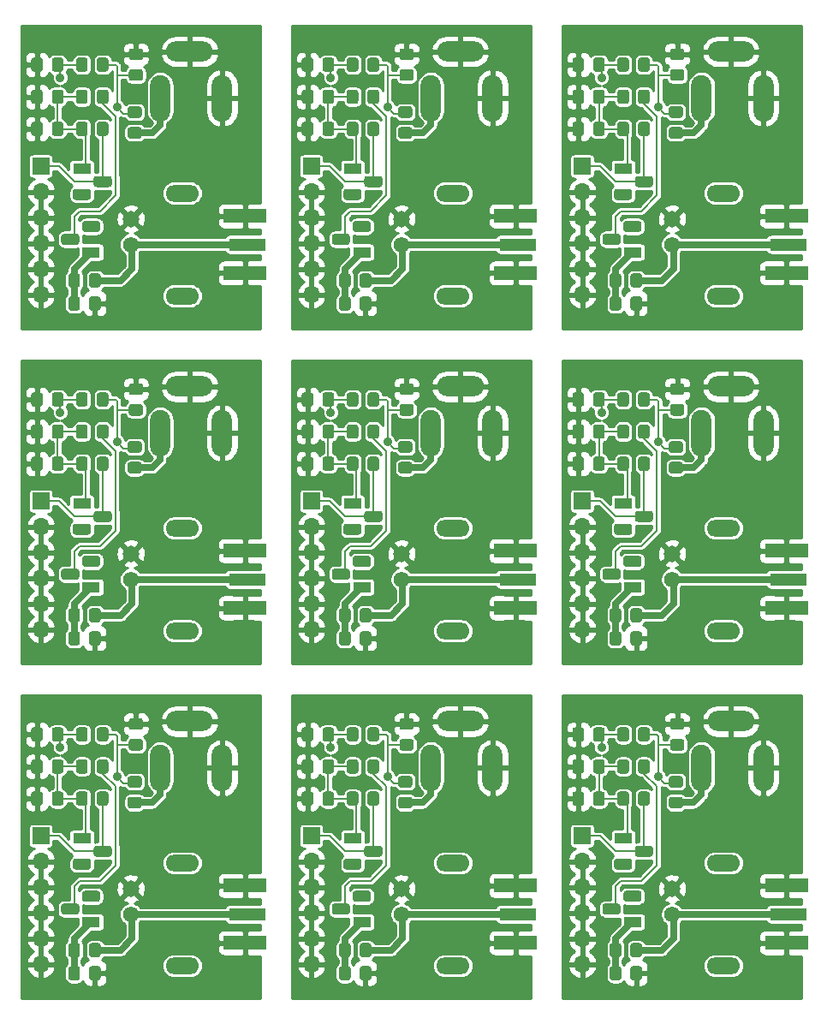
<source format=gtl>
%MOIN*%
%OFA0B0*%
%FSLAX46Y46*%
%IPPOS*%
%LPD*%
%ADD10O,0.13X0.065*%
%ADD11C,0.065*%
%ADD12C,0.062*%
%ADD13O,0.07874015748031496X0.18110236220472439*%
%ADD14O,0.18110236220472439X0.07874015748031496*%
%ADD15R,0.070866141732283464X0.043307086614173235*%
%ADD16R,0.066929133858267723X0.066929133858267723*%
%ADD17O,0.066929133858267723X0.066929133858267723*%
%ADD18R,0.16535433070866143X0.053149606299212608*%
%ADD19R,0.14173228346456693X0.05*%
%ADD20C,0.035*%
%ADD21C,0.055000000000000007*%
%ADD22C,0.008*%
%ADD23C,0.025*%
%ADD24C,0.01*%
%ADD25C,0.005905511811023622*%
%ADD36O,0.13X0.065*%
%ADD37C,0.065*%
%ADD38C,0.062*%
%ADD39O,0.07874015748031496X0.18110236220472439*%
%ADD40O,0.18110236220472439X0.07874015748031496*%
%ADD41R,0.070866141732283464X0.043307086614173235*%
%ADD42R,0.066929133858267723X0.066929133858267723*%
%ADD43O,0.066929133858267723X0.066929133858267723*%
%ADD44R,0.16535433070866143X0.053149606299212608*%
%ADD45R,0.14173228346456693X0.05*%
%ADD46C,0.035*%
%ADD47C,0.055000000000000007*%
%ADD48C,0.008*%
%ADD49C,0.025*%
%ADD50C,0.01*%
%ADD51C,0.005905511811023622*%
%ADD52O,0.13X0.065*%
%ADD53C,0.065*%
%ADD54C,0.062*%
%ADD55O,0.07874015748031496X0.18110236220472439*%
%ADD56O,0.18110236220472439X0.07874015748031496*%
%ADD57R,0.070866141732283464X0.043307086614173235*%
%ADD58R,0.066929133858267723X0.066929133858267723*%
%ADD59O,0.066929133858267723X0.066929133858267723*%
%ADD60R,0.16535433070866143X0.053149606299212608*%
%ADD61R,0.14173228346456693X0.05*%
%ADD62C,0.035*%
%ADD63C,0.055000000000000007*%
%ADD64C,0.008*%
%ADD65C,0.025*%
%ADD66C,0.01*%
%ADD67C,0.005905511811023622*%
%ADD68O,0.13X0.065*%
%ADD69C,0.065*%
%ADD70C,0.062*%
%ADD71O,0.07874015748031496X0.18110236220472439*%
%ADD72O,0.18110236220472439X0.07874015748031496*%
%ADD73R,0.070866141732283464X0.043307086614173235*%
%ADD74R,0.066929133858267723X0.066929133858267723*%
%ADD75O,0.066929133858267723X0.066929133858267723*%
%ADD76R,0.16535433070866143X0.053149606299212608*%
%ADD77R,0.14173228346456693X0.05*%
%ADD78C,0.035*%
%ADD79C,0.055000000000000007*%
%ADD80C,0.008*%
%ADD81C,0.025*%
%ADD82C,0.01*%
%ADD83C,0.005905511811023622*%
%ADD84O,0.13X0.065*%
%ADD85C,0.065*%
%ADD86C,0.062*%
%ADD87O,0.07874015748031496X0.18110236220472439*%
%ADD88O,0.18110236220472439X0.07874015748031496*%
%ADD89R,0.070866141732283464X0.043307086614173235*%
%ADD90R,0.066929133858267723X0.066929133858267723*%
%ADD91O,0.066929133858267723X0.066929133858267723*%
%ADD92R,0.16535433070866143X0.053149606299212608*%
%ADD93R,0.14173228346456693X0.05*%
%ADD94C,0.035*%
%ADD95C,0.055000000000000007*%
%ADD96C,0.008*%
%ADD97C,0.025*%
%ADD98C,0.01*%
%ADD99C,0.005905511811023622*%
%ADD100O,0.13X0.065*%
%ADD101C,0.065*%
%ADD102C,0.062*%
%ADD103O,0.07874015748031496X0.18110236220472439*%
%ADD104O,0.18110236220472439X0.07874015748031496*%
%ADD105R,0.070866141732283464X0.043307086614173235*%
%ADD106R,0.066929133858267723X0.066929133858267723*%
%ADD107O,0.066929133858267723X0.066929133858267723*%
%ADD108R,0.16535433070866143X0.053149606299212608*%
%ADD109R,0.14173228346456693X0.05*%
%ADD110C,0.035*%
%ADD111C,0.055000000000000007*%
%ADD112C,0.008*%
%ADD113C,0.025*%
%ADD114C,0.01*%
%ADD115C,0.005905511811023622*%
%ADD116O,0.13X0.065*%
%ADD117C,0.065*%
%ADD118C,0.062*%
%ADD119O,0.07874015748031496X0.18110236220472439*%
%ADD120O,0.18110236220472439X0.07874015748031496*%
%ADD121R,0.070866141732283464X0.043307086614173235*%
%ADD122R,0.066929133858267723X0.066929133858267723*%
%ADD123O,0.066929133858267723X0.066929133858267723*%
%ADD124R,0.16535433070866143X0.053149606299212608*%
%ADD125R,0.14173228346456693X0.05*%
%ADD126C,0.035*%
%ADD127C,0.055000000000000007*%
%ADD128C,0.008*%
%ADD129C,0.025*%
%ADD130C,0.01*%
%ADD131C,0.005905511811023622*%
%ADD132O,0.13X0.065*%
%ADD133C,0.065*%
%ADD134C,0.062*%
%ADD135O,0.07874015748031496X0.18110236220472439*%
%ADD136O,0.18110236220472439X0.07874015748031496*%
%ADD137R,0.070866141732283464X0.043307086614173235*%
%ADD138R,0.066929133858267723X0.066929133858267723*%
%ADD139O,0.066929133858267723X0.066929133858267723*%
%ADD140R,0.16535433070866143X0.053149606299212608*%
%ADD141R,0.14173228346456693X0.05*%
%ADD142C,0.035*%
%ADD143C,0.055000000000000007*%
%ADD144C,0.008*%
%ADD145C,0.025*%
%ADD146C,0.01*%
%ADD147C,0.005905511811023622*%
%ADD148O,0.13X0.065*%
%ADD149C,0.065*%
%ADD150C,0.062*%
%ADD151O,0.07874015748031496X0.18110236220472439*%
%ADD152O,0.18110236220472439X0.07874015748031496*%
%ADD153R,0.070866141732283464X0.043307086614173235*%
%ADD154R,0.066929133858267723X0.066929133858267723*%
%ADD155O,0.066929133858267723X0.066929133858267723*%
%ADD156R,0.16535433070866143X0.053149606299212608*%
%ADD157R,0.14173228346456693X0.05*%
%ADD158C,0.035*%
%ADD159C,0.055000000000000007*%
%ADD160C,0.008*%
%ADD161C,0.025*%
%ADD162C,0.01*%
%ADD163C,0.005905511811023622*%
G01*
D10*
X0002349212Y0000544488D02*
X0000650000Y0000150000D03*
X0000650000Y0000550000D03*
D11*
X0000450000Y0000450000D03*
D12*
X0000450000Y0000350000D03*
G36*
G01*
X0000282283Y0000817716D02*
X0000282283Y0000782283D01*
G75*
G02*
X0000272440Y0000772440I-0000009842D01*
G01*
X0000246850Y0000772440D01*
G75*
G02*
X0000237007Y0000782283J0000009842D01*
G01*
X0000237007Y0000817716D01*
G75*
G02*
X0000246850Y0000827559I0000009842D01*
G01*
X0000272440Y0000827559D01*
G75*
G02*
X0000282283Y0000817716J-0000009842D01*
G01*
G37*
G36*
G01*
X0000362992Y0000817716D02*
X0000362992Y0000782283D01*
G75*
G02*
X0000353149Y0000772440I-0000009842D01*
G01*
X0000327559Y0000772440D01*
G75*
G02*
X0000317716Y0000782283J0000009842D01*
G01*
X0000317716Y0000817716D01*
G75*
G02*
X0000327559Y0000827559I0000009842D01*
G01*
X0000353149Y0000827559D01*
G75*
G02*
X0000362992Y0000817716J-0000009842D01*
G01*
G37*
G36*
G01*
X0000187992Y0000942716D02*
X0000187992Y0000907283D01*
G75*
G02*
X0000178149Y0000897440I-0000009842D01*
G01*
X0000152559Y0000897440D01*
G75*
G02*
X0000142716Y0000907283J0000009842D01*
G01*
X0000142716Y0000942716D01*
G75*
G02*
X0000152559Y0000952559I0000009842D01*
G01*
X0000178149Y0000952559D01*
G75*
G02*
X0000187992Y0000942716J-0000009842D01*
G01*
G37*
G36*
G01*
X0000107283Y0000942716D02*
X0000107283Y0000907283D01*
G75*
G02*
X0000097440Y0000897440I-0000009842D01*
G01*
X0000071850Y0000897440D01*
G75*
G02*
X0000062007Y0000907283J0000009842D01*
G01*
X0000062007Y0000942716D01*
G75*
G02*
X0000071850Y0000952559I0000009842D01*
G01*
X0000097440Y0000952559D01*
G75*
G02*
X0000107283Y0000942716J-0000009842D01*
G01*
G37*
G36*
G01*
X0000252283Y0000227716D02*
X0000252283Y0000192283D01*
G75*
G02*
X0000242440Y0000182440I-0000009842D01*
G01*
X0000216850Y0000182440D01*
G75*
G02*
X0000207007Y0000192283J0000009842D01*
G01*
X0000207007Y0000227716D01*
G75*
G02*
X0000216850Y0000237559I0000009842D01*
G01*
X0000242440Y0000237559D01*
G75*
G02*
X0000252283Y0000227716J-0000009842D01*
G01*
G37*
G36*
G01*
X0000332992Y0000227716D02*
X0000332992Y0000192283D01*
G75*
G02*
X0000323149Y0000182440I-0000009842D01*
G01*
X0000297559Y0000182440D01*
G75*
G02*
X0000287716Y0000192283J0000009842D01*
G01*
X0000287716Y0000227716D01*
G75*
G02*
X0000297559Y0000237559I0000009842D01*
G01*
X0000323149Y0000237559D01*
G75*
G02*
X0000332992Y0000227716J-0000009842D01*
G01*
G37*
G36*
G01*
X0000487716Y0000987007D02*
X0000452283Y0000987007D01*
G75*
G02*
X0000442440Y0000996850J0000009842D01*
G01*
X0000442440Y0001022440D01*
G75*
G02*
X0000452283Y0001032283I0000009842D01*
G01*
X0000487716Y0001032283D01*
G75*
G02*
X0000497559Y0001022440J-0000009842D01*
G01*
X0000497559Y0000996850D01*
G75*
G02*
X0000487716Y0000987007I-0000009842D01*
G01*
G37*
G36*
G01*
X0000487716Y0001067716D02*
X0000452283Y0001067716D01*
G75*
G02*
X0000442440Y0001077559J0000009842D01*
G01*
X0000442440Y0001103149D01*
G75*
G02*
X0000452283Y0001112992I0000009842D01*
G01*
X0000487716Y0001112992D01*
G75*
G02*
X0000497559Y0001103149J-0000009842D01*
G01*
X0000497559Y0001077559D01*
G75*
G02*
X0000487716Y0001067716I-0000009842D01*
G01*
G37*
D13*
X0000805000Y0000920000D03*
X0000564842Y0000920000D03*
D14*
X0000679015Y0001101102D03*
G36*
G01*
X0000316141Y0000616653D02*
X0000365354Y0000616653D01*
G75*
G02*
X0000376181Y0000605826J-0000010826D01*
G01*
X0000376181Y0000584173D01*
G75*
G02*
X0000365354Y0000573346I-0000010826D01*
G01*
X0000316141Y0000573346D01*
G75*
G02*
X0000305314Y0000584173J0000010826D01*
G01*
X0000305314Y0000605826D01*
G75*
G02*
X0000316141Y0000616653I0000010826D01*
G01*
G37*
G36*
G01*
X0000234645Y0000566653D02*
X0000283858Y0000566653D01*
G75*
G02*
X0000294685Y0000555826J-0000010826D01*
G01*
X0000294685Y0000534173D01*
G75*
G02*
X0000283858Y0000523346I-0000010826D01*
G01*
X0000234645Y0000523346D01*
G75*
G02*
X0000223818Y0000534173J0000010826D01*
G01*
X0000223818Y0000555826D01*
G75*
G02*
X0000234645Y0000566653I0000010826D01*
G01*
G37*
D15*
X0000259251Y0000645000D03*
X0000295748Y0000320000D03*
G36*
G01*
X0000320354Y0000398346D02*
X0000271141Y0000398346D01*
G75*
G02*
X0000260314Y0000409173J0000010826D01*
G01*
X0000260314Y0000430826D01*
G75*
G02*
X0000271141Y0000441653I0000010826D01*
G01*
X0000320354Y0000441653D01*
G75*
G02*
X0000331181Y0000430826J-0000010826D01*
G01*
X0000331181Y0000409173D01*
G75*
G02*
X0000320354Y0000398346I-0000010826D01*
G01*
G37*
G36*
G01*
X0000238858Y0000348346D02*
X0000189645Y0000348346D01*
G75*
G02*
X0000178818Y0000359173J0000010826D01*
G01*
X0000178818Y0000380826D01*
G75*
G02*
X0000189645Y0000391653I0000010826D01*
G01*
X0000238858Y0000391653D01*
G75*
G02*
X0000249685Y0000380826J-0000010826D01*
G01*
X0000249685Y0000359173D01*
G75*
G02*
X0000238858Y0000348346I-0000010826D01*
G01*
G37*
G36*
G01*
X0000317716Y0001032283D02*
X0000317716Y0001067716D01*
G75*
G02*
X0000327559Y0001077559I0000009842D01*
G01*
X0000353149Y0001077559D01*
G75*
G02*
X0000362992Y0001067716J-0000009842D01*
G01*
X0000362992Y0001032283D01*
G75*
G02*
X0000353149Y0001022440I-0000009842D01*
G01*
X0000327559Y0001022440D01*
G75*
G02*
X0000317716Y0001032283J0000009842D01*
G01*
G37*
G36*
G01*
X0000237007Y0001032283D02*
X0000237007Y0001067716D01*
G75*
G02*
X0000246850Y0001077559I0000009842D01*
G01*
X0000272440Y0001077559D01*
G75*
G02*
X0000282283Y0001067716J-0000009842D01*
G01*
X0000282283Y0001032283D01*
G75*
G02*
X0000272440Y0001022440I-0000009842D01*
G01*
X0000246850Y0001022440D01*
G75*
G02*
X0000237007Y0001032283J0000009842D01*
G01*
G37*
G36*
G01*
X0000062007Y0001032283D02*
X0000062007Y0001067716D01*
G75*
G02*
X0000071850Y0001077559I0000009842D01*
G01*
X0000097440Y0001077559D01*
G75*
G02*
X0000107283Y0001067716J-0000009842D01*
G01*
X0000107283Y0001032283D01*
G75*
G02*
X0000097440Y0001022440I-0000009842D01*
G01*
X0000071850Y0001022440D01*
G75*
G02*
X0000062007Y0001032283J0000009842D01*
G01*
G37*
G36*
G01*
X0000142716Y0001032283D02*
X0000142716Y0001067716D01*
G75*
G02*
X0000152559Y0001077559I0000009842D01*
G01*
X0000178149Y0001077559D01*
G75*
G02*
X0000187992Y0001067716J-0000009842D01*
G01*
X0000187992Y0001032283D01*
G75*
G02*
X0000178149Y0001022440I-0000009842D01*
G01*
X0000152559Y0001022440D01*
G75*
G02*
X0000142716Y0001032283J0000009842D01*
G01*
G37*
G36*
G01*
X0000062007Y0000782283D02*
X0000062007Y0000817716D01*
G75*
G02*
X0000071850Y0000827559I0000009842D01*
G01*
X0000097440Y0000827559D01*
G75*
G02*
X0000107283Y0000817716J-0000009842D01*
G01*
X0000107283Y0000782283D01*
G75*
G02*
X0000097440Y0000772440I-0000009842D01*
G01*
X0000071850Y0000772440D01*
G75*
G02*
X0000062007Y0000782283J0000009842D01*
G01*
G37*
G36*
G01*
X0000142716Y0000782283D02*
X0000142716Y0000817716D01*
G75*
G02*
X0000152559Y0000827559I0000009842D01*
G01*
X0000178149Y0000827559D01*
G75*
G02*
X0000187992Y0000817716J-0000009842D01*
G01*
X0000187992Y0000782283D01*
G75*
G02*
X0000178149Y0000772440I-0000009842D01*
G01*
X0000152559Y0000772440D01*
G75*
G02*
X0000142716Y0000782283J0000009842D01*
G01*
G37*
G36*
G01*
X0000282283Y0000942716D02*
X0000282283Y0000907283D01*
G75*
G02*
X0000272440Y0000897440I-0000009842D01*
G01*
X0000246850Y0000897440D01*
G75*
G02*
X0000237007Y0000907283J0000009842D01*
G01*
X0000237007Y0000942716D01*
G75*
G02*
X0000246850Y0000952559I0000009842D01*
G01*
X0000272440Y0000952559D01*
G75*
G02*
X0000282283Y0000942716J-0000009842D01*
G01*
G37*
G36*
G01*
X0000362992Y0000942716D02*
X0000362992Y0000907283D01*
G75*
G02*
X0000353149Y0000897440I-0000009842D01*
G01*
X0000327559Y0000897440D01*
G75*
G02*
X0000317716Y0000907283J0000009842D01*
G01*
X0000317716Y0000942716D01*
G75*
G02*
X0000327559Y0000952559I0000009842D01*
G01*
X0000353149Y0000952559D01*
G75*
G02*
X0000362992Y0000942716J-0000009842D01*
G01*
G37*
G36*
G01*
X0000252283Y0000137716D02*
X0000252283Y0000102283D01*
G75*
G02*
X0000242440Y0000092440I-0000009842D01*
G01*
X0000216850Y0000092440D01*
G75*
G02*
X0000207007Y0000102283J0000009842D01*
G01*
X0000207007Y0000137716D01*
G75*
G02*
X0000216850Y0000147559I0000009842D01*
G01*
X0000242440Y0000147559D01*
G75*
G02*
X0000252283Y0000137716J-0000009842D01*
G01*
G37*
G36*
G01*
X0000332992Y0000137716D02*
X0000332992Y0000102283D01*
G75*
G02*
X0000323149Y0000092440I-0000009842D01*
G01*
X0000297559Y0000092440D01*
G75*
G02*
X0000287716Y0000102283J0000009842D01*
G01*
X0000287716Y0000137716D01*
G75*
G02*
X0000297559Y0000147559I0000009842D01*
G01*
X0000323149Y0000147559D01*
G75*
G02*
X0000332992Y0000137716J-0000009842D01*
G01*
G37*
G36*
G01*
X0000482716Y0000762007D02*
X0000447283Y0000762007D01*
G75*
G02*
X0000437440Y0000771850J0000009842D01*
G01*
X0000437440Y0000797440D01*
G75*
G02*
X0000447283Y0000807283I0000009842D01*
G01*
X0000482716Y0000807283D01*
G75*
G02*
X0000492559Y0000797440J-0000009842D01*
G01*
X0000492559Y0000771850D01*
G75*
G02*
X0000482716Y0000762007I-0000009842D01*
G01*
G37*
G36*
G01*
X0000482716Y0000842716D02*
X0000447283Y0000842716D01*
G75*
G02*
X0000437440Y0000852559J0000009842D01*
G01*
X0000437440Y0000878149D01*
G75*
G02*
X0000447283Y0000887992I0000009842D01*
G01*
X0000482716Y0000887992D01*
G75*
G02*
X0000492559Y0000878149J-0000009842D01*
G01*
X0000492559Y0000852559D01*
G75*
G02*
X0000482716Y0000842716I-0000009842D01*
G01*
G37*
D16*
X0000099999Y0000655000D03*
D17*
X0000099999Y0000555000D03*
X0000099999Y0000455000D03*
X0000099999Y0000355000D03*
X0000099999Y0000255000D03*
X0000099999Y0000154999D03*
D18*
X0000895000Y0000238779D03*
X0000895000Y0000461220D03*
D19*
X0000902874Y0000350000D03*
D20*
X0000825000Y0000049999D03*
D21*
X0000374999Y0000049999D03*
X0000350000Y0001150000D03*
D20*
X0000225000Y0001150000D03*
X0000885000Y0001160000D03*
X0000679999Y0000690000D03*
X0000075000Y0001150000D03*
X0000099999Y0000049999D03*
X0000175000Y0001000000D03*
X0000396171Y0000886171D03*
D22*
X0000340354Y0000610354D02*
X0000325000Y0000595000D01*
X0000165354Y0001050000D02*
X0000259645Y0001050000D01*
X0000340354Y0000800000D02*
X0000340354Y0000610354D01*
X0000325000Y0000595000D02*
X0000229999Y0000595000D01*
X0000169999Y0000655000D02*
X0000099999Y0000655000D01*
X0000229999Y0000595000D02*
X0000169999Y0000655000D01*
X0000175000Y0001040354D02*
X0000165354Y0001050000D01*
X0000175000Y0001000000D02*
X0000175000Y0001040354D01*
D23*
X0000455000Y0000255000D02*
X0000455000Y0000350000D01*
X0000410000Y0000210000D02*
X0000455000Y0000255000D01*
X0000310354Y0000210000D02*
X0000410000Y0000210000D01*
X0000450000Y0000350000D02*
X0000902874Y0000350000D01*
X0000229645Y0000120000D02*
X0000229645Y0000210000D01*
X0000280000Y0000320000D02*
X0000280000Y0000305000D01*
X0000229645Y0000254645D02*
X0000229645Y0000210000D01*
X0000280000Y0000305000D02*
X0000229645Y0000254645D01*
D22*
X0000165354Y0000924999D02*
X0000259645Y0000924999D01*
X0000165354Y0000924999D02*
X0000165354Y0000800000D01*
X0000165354Y0000800000D02*
X0000259645Y0000800000D01*
X0000274999Y0000645000D02*
X0000265000Y0000655000D01*
X0000274999Y0000784645D02*
X0000259645Y0000800000D01*
X0000274999Y0000645000D02*
X0000274999Y0000784645D01*
X0000470000Y0001009645D02*
X0000440354Y0001009645D01*
X0000396171Y0000885328D02*
X0000421500Y0000860000D01*
X0000396171Y0000886171D02*
X0000396171Y0000885328D01*
X0000459645Y0000860000D02*
X0000465000Y0000865354D01*
X0000421500Y0000860000D02*
X0000459645Y0000860000D01*
X0000442440Y0001009645D02*
X0000470000Y0001009645D01*
X0000442440Y0001009645D02*
X0000442086Y0001010000D01*
X0000442086Y0001010000D02*
X0000400000Y0001010000D01*
X0000396171Y0001006171D02*
X0000400000Y0001010000D01*
X0000396171Y0000886171D02*
X0000396171Y0001006171D01*
X0000396171Y0001043828D02*
X0000389999Y0001050000D01*
X0000396171Y0001006171D02*
X0000396171Y0001043828D01*
X0000389999Y0001050000D02*
X0000340354Y0001050000D01*
D23*
X0000465000Y0000784645D02*
X0000534645Y0000784645D01*
X0000564842Y0000814842D02*
X0000564842Y0000920000D01*
X0000534645Y0000784645D02*
X0000564842Y0000814842D01*
D22*
X0000340354Y0000924999D02*
X0000340354Y0000897440D01*
X0000390181Y0000540181D02*
X0000330000Y0000480000D01*
X0000389999Y0000616292D02*
X0000390181Y0000616110D01*
X0000340354Y0000897440D02*
X0000389999Y0000847795D01*
X0000389999Y0000847795D02*
X0000389999Y0000616292D01*
X0000390181Y0000616110D02*
X0000390181Y0000540181D01*
X0000229999Y0000460000D02*
X0000250000Y0000480000D01*
X0000229999Y0000370000D02*
X0000229999Y0000460000D01*
X0000330000Y0000480000D02*
X0000250000Y0000480000D01*
D24*
X0000952500Y0000512873D02*
X0000906250Y0000512795D01*
X0000900000Y0000506545D01*
X0000900000Y0000466220D01*
X0000900787Y0000466220D01*
X0000900787Y0000456220D01*
X0000900000Y0000456220D01*
X0000900000Y0000415895D01*
X0000906250Y0000409645D01*
X0000952500Y0000409567D01*
X0000952500Y0000390072D01*
X0000832007Y0000390072D01*
X0000829067Y0000389782D01*
X0000826239Y0000388925D01*
X0000823634Y0000387532D01*
X0000821349Y0000385657D01*
X0000819475Y0000383373D01*
X0000818082Y0000380768D01*
X0000817224Y0000377940D01*
X0000817181Y0000377500D01*
X0000486948Y0000377500D01*
X0000485730Y0000379323D01*
X0000479323Y0000385730D01*
X0000471789Y0000390764D01*
X0000464053Y0000393968D01*
X0000474614Y0000397726D01*
X0000479788Y0000400492D01*
X0000482728Y0000410200D01*
X0000450000Y0000442928D01*
X0000417271Y0000410200D01*
X0000420211Y0000400492D01*
X0000430442Y0000395632D01*
X0000436358Y0000394139D01*
X0000428210Y0000390764D01*
X0000420676Y0000385730D01*
X0000414269Y0000379323D01*
X0000409235Y0000371789D01*
X0000405767Y0000363417D01*
X0000404000Y0000354530D01*
X0000404000Y0000345469D01*
X0000405767Y0000336582D01*
X0000409235Y0000328210D01*
X0000414269Y0000320676D01*
X0000420676Y0000314269D01*
X0000427500Y0000309710D01*
X0000427500Y0000266390D01*
X0000398609Y0000237500D01*
X0000346035Y0000237500D01*
X0000343865Y0000241558D01*
X0000340767Y0000245334D01*
X0000336991Y0000248432D01*
X0000332684Y0000250735D01*
X0000328010Y0000252152D01*
X0000323149Y0000252631D01*
X0000297559Y0000252631D01*
X0000292698Y0000252152D01*
X0000288024Y0000250735D01*
X0000283716Y0000248432D01*
X0000279941Y0000245334D01*
X0000276842Y0000241558D01*
X0000274540Y0000237251D01*
X0000273122Y0000232577D01*
X0000272643Y0000227716D01*
X0000272643Y0000192283D01*
X0000273122Y0000187422D01*
X0000274540Y0000182748D01*
X0000276842Y0000178441D01*
X0000279941Y0000174665D01*
X0000282934Y0000172209D01*
X0000282815Y0000172197D01*
X0000278103Y0000170767D01*
X0000273760Y0000168446D01*
X0000269953Y0000165322D01*
X0000266829Y0000161515D01*
X0000264507Y0000157172D01*
X0000263078Y0000152459D01*
X0000263007Y0000151740D01*
X0000260058Y0000155334D01*
X0000257145Y0000157724D01*
X0000257145Y0000172275D01*
X0000260058Y0000174665D01*
X0000263157Y0000178441D01*
X0000265459Y0000182748D01*
X0000266877Y0000187422D01*
X0000267356Y0000192283D01*
X0000267356Y0000227716D01*
X0000266877Y0000232577D01*
X0000265459Y0000237251D01*
X0000263157Y0000241558D01*
X0000260058Y0000245334D01*
X0000259600Y0000245709D01*
X0000297164Y0000283273D01*
X0000331181Y0000283273D01*
X0000334121Y0000283563D01*
X0000336949Y0000284421D01*
X0000339554Y0000285814D01*
X0000341839Y0000287688D01*
X0000343713Y0000289972D01*
X0000345106Y0000292578D01*
X0000345964Y0000295405D01*
X0000346253Y0000298346D01*
X0000346253Y0000341653D01*
X0000345964Y0000344594D01*
X0000345106Y0000347421D01*
X0000343713Y0000350027D01*
X0000341839Y0000352311D01*
X0000339554Y0000354185D01*
X0000336949Y0000355578D01*
X0000334121Y0000356436D01*
X0000331181Y0000356726D01*
X0000264516Y0000356726D01*
X0000264757Y0000359173D01*
X0000264757Y0000380826D01*
X0000264417Y0000384278D01*
X0000266089Y0000383771D01*
X0000271141Y0000383273D01*
X0000320354Y0000383273D01*
X0000325407Y0000383771D01*
X0000330265Y0000385245D01*
X0000334743Y0000387638D01*
X0000338667Y0000390859D01*
X0000341888Y0000394784D01*
X0000344282Y0000399261D01*
X0000345756Y0000404120D01*
X0000346253Y0000409173D01*
X0000346253Y0000430826D01*
X0000345756Y0000435879D01*
X0000344282Y0000440738D01*
X0000341888Y0000445215D01*
X0000340208Y0000447263D01*
X0000392286Y0000447263D01*
X0000393929Y0000436056D01*
X0000397726Y0000425385D01*
X0000400492Y0000420211D01*
X0000410200Y0000417271D01*
X0000442928Y0000450000D01*
X0000457071Y0000450000D01*
X0000489799Y0000417271D01*
X0000499507Y0000420211D01*
X0000504367Y0000430442D01*
X0000505427Y0000434645D01*
X0000787201Y0000434645D01*
X0000787684Y0000429744D01*
X0000789114Y0000425032D01*
X0000791435Y0000420689D01*
X0000794559Y0000416882D01*
X0000798366Y0000413758D01*
X0000802709Y0000411436D01*
X0000807421Y0000410007D01*
X0000812322Y0000409524D01*
X0000883750Y0000409645D01*
X0000890000Y0000415895D01*
X0000890000Y0000456220D01*
X0000793572Y0000456220D01*
X0000787322Y0000449970D01*
X0000787201Y0000434645D01*
X0000505427Y0000434645D01*
X0000507138Y0000441424D01*
X0000507713Y0000452736D01*
X0000506070Y0000463943D01*
X0000502273Y0000474614D01*
X0000499507Y0000479788D01*
X0000489799Y0000482728D01*
X0000457071Y0000450000D01*
X0000442928Y0000450000D01*
X0000410200Y0000482728D01*
X0000400492Y0000479788D01*
X0000395632Y0000469557D01*
X0000392861Y0000458575D01*
X0000392286Y0000447263D01*
X0000340208Y0000447263D01*
X0000338667Y0000449140D01*
X0000334743Y0000452361D01*
X0000330265Y0000454754D01*
X0000325407Y0000456228D01*
X0000320354Y0000456726D01*
X0000271141Y0000456726D01*
X0000266089Y0000456228D01*
X0000261230Y0000454754D01*
X0000256752Y0000452361D01*
X0000252828Y0000449140D01*
X0000249607Y0000445215D01*
X0000249000Y0000444079D01*
X0000249000Y0000452129D01*
X0000257870Y0000461000D01*
X0000329066Y0000461000D01*
X0000330000Y0000460908D01*
X0000330933Y0000461000D01*
X0000330933Y0000461000D01*
X0000333724Y0000461274D01*
X0000337306Y0000462361D01*
X0000340606Y0000464125D01*
X0000343500Y0000466499D01*
X0000344095Y0000467225D01*
X0000366669Y0000489799D01*
X0000417271Y0000489799D01*
X0000450000Y0000457071D01*
X0000480724Y0000487795D01*
X0000787201Y0000487795D01*
X0000787322Y0000472470D01*
X0000793572Y0000466220D01*
X0000890000Y0000466220D01*
X0000890000Y0000506545D01*
X0000883750Y0000512795D01*
X0000812322Y0000512916D01*
X0000807421Y0000512433D01*
X0000802709Y0000511004D01*
X0000798366Y0000508682D01*
X0000794559Y0000505558D01*
X0000791435Y0000501751D01*
X0000789114Y0000497408D01*
X0000787684Y0000492696D01*
X0000787201Y0000487795D01*
X0000480724Y0000487795D01*
X0000482728Y0000489799D01*
X0000479788Y0000499507D01*
X0000469557Y0000504367D01*
X0000458575Y0000507138D01*
X0000447263Y0000507713D01*
X0000436056Y0000506070D01*
X0000425385Y0000502273D01*
X0000420211Y0000499507D01*
X0000417271Y0000489799D01*
X0000366669Y0000489799D01*
X0000402956Y0000526086D01*
X0000403681Y0000526681D01*
X0000406055Y0000529574D01*
X0000407820Y0000532875D01*
X0000408906Y0000536456D01*
X0000409181Y0000539248D01*
X0000409181Y0000539248D01*
X0000409273Y0000540181D01*
X0000409181Y0000541114D01*
X0000409181Y0000550000D01*
X0000569770Y0000550000D01*
X0000570687Y0000540688D01*
X0000573403Y0000531734D01*
X0000577814Y0000523482D01*
X0000583749Y0000516249D01*
X0000590982Y0000510314D01*
X0000599234Y0000505903D01*
X0000608188Y0000503187D01*
X0000615166Y0000502500D01*
X0000684833Y0000502500D01*
X0000691811Y0000503187D01*
X0000700765Y0000505903D01*
X0000709017Y0000510314D01*
X0000716250Y0000516249D01*
X0000722185Y0000523482D01*
X0000726596Y0000531734D01*
X0000729312Y0000540688D01*
X0000730229Y0000550000D01*
X0000729312Y0000559311D01*
X0000726596Y0000568265D01*
X0000722185Y0000576517D01*
X0000716250Y0000583750D01*
X0000709017Y0000589685D01*
X0000700765Y0000594096D01*
X0000691811Y0000596812D01*
X0000684833Y0000597500D01*
X0000615166Y0000597500D01*
X0000608188Y0000596812D01*
X0000599234Y0000594096D01*
X0000590982Y0000589685D01*
X0000583749Y0000583750D01*
X0000577814Y0000576517D01*
X0000573403Y0000568265D01*
X0000570687Y0000559311D01*
X0000569770Y0000550000D01*
X0000409181Y0000550000D01*
X0000409181Y0000615177D01*
X0000409273Y0000616110D01*
X0000409000Y0000618886D01*
X0000409000Y0000797440D01*
X0000422368Y0000797440D01*
X0000422368Y0000771850D01*
X0000422847Y0000766989D01*
X0000424264Y0000762315D01*
X0000426567Y0000758008D01*
X0000429665Y0000754232D01*
X0000433441Y0000751134D01*
X0000437748Y0000748831D01*
X0000442422Y0000747414D01*
X0000447283Y0000746935D01*
X0000482716Y0000746935D01*
X0000487577Y0000747414D01*
X0000492251Y0000748831D01*
X0000496558Y0000751134D01*
X0000500334Y0000754232D01*
X0000502724Y0000757145D01*
X0000533295Y0000757145D01*
X0000534645Y0000757012D01*
X0000535995Y0000757145D01*
X0000535996Y0000757145D01*
X0000540036Y0000757543D01*
X0000545220Y0000759116D01*
X0000549997Y0000761669D01*
X0000554185Y0000765106D01*
X0000555046Y0000766155D01*
X0000583333Y0000794442D01*
X0000584381Y0000795302D01*
X0000585242Y0000796351D01*
X0000585243Y0000796352D01*
X0000587818Y0000799490D01*
X0000589767Y0000803135D01*
X0000590372Y0000804267D01*
X0000591944Y0000809451D01*
X0000592342Y0000813491D01*
X0000592342Y0000813492D01*
X0000592475Y0000814842D01*
X0000592342Y0000816192D01*
X0000592342Y0000821868D01*
X0000595195Y0000823393D01*
X0000603473Y0000830187D01*
X0000610268Y0000838466D01*
X0000615316Y0000847911D01*
X0000618425Y0000858160D01*
X0000619212Y0000866147D01*
X0000619212Y0000915000D01*
X0000740629Y0000915000D01*
X0000740629Y0000863818D01*
X0000742842Y0000851357D01*
X0000747443Y0000839566D01*
X0000754256Y0000828899D01*
X0000763019Y0000819766D01*
X0000773395Y0000812519D01*
X0000784986Y0000807435D01*
X0000790022Y0000806215D01*
X0000800000Y0000810914D01*
X0000800000Y0000915000D01*
X0000810000Y0000915000D01*
X0000810000Y0000810914D01*
X0000819977Y0000806215D01*
X0000825013Y0000807435D01*
X0000836604Y0000812519D01*
X0000846980Y0000819766D01*
X0000855743Y0000828899D01*
X0000862556Y0000839566D01*
X0000867157Y0000851357D01*
X0000869370Y0000863818D01*
X0000869370Y0000915000D01*
X0000810000Y0000915000D01*
X0000800000Y0000915000D01*
X0000740629Y0000915000D01*
X0000619212Y0000915000D01*
X0000619212Y0000973852D01*
X0000618983Y0000976181D01*
X0000740629Y0000976181D01*
X0000740629Y0000924999D01*
X0000800000Y0000924999D01*
X0000800000Y0001029085D01*
X0000810000Y0001029085D01*
X0000810000Y0000924999D01*
X0000869370Y0000924999D01*
X0000869370Y0000976181D01*
X0000867157Y0000988642D01*
X0000862556Y0001000433D01*
X0000855743Y0001011100D01*
X0000846980Y0001020233D01*
X0000836604Y0001027480D01*
X0000825013Y0001032564D01*
X0000819977Y0001033784D01*
X0000810000Y0001029085D01*
X0000800000Y0001029085D01*
X0000790022Y0001033784D01*
X0000784986Y0001032564D01*
X0000773395Y0001027480D01*
X0000763019Y0001020233D01*
X0000754256Y0001011100D01*
X0000747443Y0001000433D01*
X0000742842Y0000988642D01*
X0000740629Y0000976181D01*
X0000618983Y0000976181D01*
X0000618425Y0000981839D01*
X0000615316Y0000992088D01*
X0000610268Y0001001533D01*
X0000603473Y0001009812D01*
X0000595195Y0001016606D01*
X0000585749Y0001021655D01*
X0000575500Y0001024764D01*
X0000564842Y0001025814D01*
X0000554184Y0001024764D01*
X0000543935Y0001021655D01*
X0000534490Y0001016606D01*
X0000526211Y0001009812D01*
X0000519416Y0001001533D01*
X0000514368Y0000992088D01*
X0000511259Y0000981839D01*
X0000510472Y0000973852D01*
X0000510472Y0000866147D01*
X0000511259Y0000858160D01*
X0000514368Y0000847911D01*
X0000519416Y0000838466D01*
X0000526211Y0000830187D01*
X0000534489Y0000823393D01*
X0000534497Y0000823388D01*
X0000523254Y0000812145D01*
X0000502724Y0000812145D01*
X0000500334Y0000815058D01*
X0000496558Y0000818157D01*
X0000492251Y0000820459D01*
X0000487577Y0000821877D01*
X0000482716Y0000822356D01*
X0000447283Y0000822356D01*
X0000442422Y0000821877D01*
X0000437748Y0000820459D01*
X0000433441Y0000818157D01*
X0000429665Y0000815058D01*
X0000426567Y0000811283D01*
X0000424264Y0000806975D01*
X0000422847Y0000802301D01*
X0000422368Y0000797440D01*
X0000409000Y0000797440D01*
X0000409000Y0000845679D01*
X0000410893Y0000844125D01*
X0000414193Y0000842361D01*
X0000417775Y0000841274D01*
X0000420566Y0000841000D01*
X0000420567Y0000841000D01*
X0000421499Y0000840908D01*
X0000422432Y0000841000D01*
X0000425347Y0000841000D01*
X0000426567Y0000838716D01*
X0000429665Y0000834941D01*
X0000433441Y0000831842D01*
X0000437748Y0000829540D01*
X0000442422Y0000828122D01*
X0000447283Y0000827643D01*
X0000482716Y0000827643D01*
X0000487577Y0000828122D01*
X0000492251Y0000829540D01*
X0000496558Y0000831842D01*
X0000500334Y0000834941D01*
X0000503432Y0000838716D01*
X0000505735Y0000843024D01*
X0000507152Y0000847698D01*
X0000507631Y0000852559D01*
X0000507631Y0000878149D01*
X0000507152Y0000883010D01*
X0000505735Y0000887684D01*
X0000503432Y0000891991D01*
X0000500334Y0000895767D01*
X0000496558Y0000898865D01*
X0000492251Y0000901168D01*
X0000487577Y0000902585D01*
X0000482716Y0000903064D01*
X0000447283Y0000903064D01*
X0000442422Y0000902585D01*
X0000437748Y0000901168D01*
X0000433441Y0000898865D01*
X0000429665Y0000895767D01*
X0000427841Y0000893544D01*
X0000427422Y0000895651D01*
X0000424972Y0000901566D01*
X0000421415Y0000906889D01*
X0000416889Y0000911415D01*
X0000415171Y0000912563D01*
X0000415171Y0000991000D01*
X0000428147Y0000991000D01*
X0000429264Y0000987315D01*
X0000431567Y0000983008D01*
X0000434665Y0000979232D01*
X0000438441Y0000976134D01*
X0000442748Y0000973831D01*
X0000447422Y0000972414D01*
X0000452283Y0000971935D01*
X0000487716Y0000971935D01*
X0000492577Y0000972414D01*
X0000497251Y0000973831D01*
X0000501558Y0000976134D01*
X0000505334Y0000979232D01*
X0000508432Y0000983008D01*
X0000510735Y0000987315D01*
X0000512152Y0000991989D01*
X0000512631Y0000996850D01*
X0000512631Y0001022440D01*
X0000512152Y0001027301D01*
X0000510735Y0001031975D01*
X0000508432Y0001036283D01*
X0000505334Y0001040058D01*
X0000501740Y0001043007D01*
X0000502459Y0001043078D01*
X0000507172Y0001044507D01*
X0000511515Y0001046829D01*
X0000515322Y0001049953D01*
X0000518446Y0001053760D01*
X0000520767Y0001058103D01*
X0000522197Y0001062815D01*
X0000522680Y0001067716D01*
X0000522559Y0001079104D01*
X0000516309Y0001085354D01*
X0000475000Y0001085354D01*
X0000475000Y0001084566D01*
X0000465000Y0001084566D01*
X0000465000Y0001085354D01*
X0000423690Y0001085354D01*
X0000417440Y0001079104D01*
X0000417319Y0001067716D01*
X0000417802Y0001062815D01*
X0000419232Y0001058103D01*
X0000421553Y0001053760D01*
X0000424677Y0001049953D01*
X0000428484Y0001046829D01*
X0000432827Y0001044507D01*
X0000437540Y0001043078D01*
X0000438259Y0001043007D01*
X0000434665Y0001040058D01*
X0000431567Y0001036283D01*
X0000429264Y0001031975D01*
X0000428362Y0001029000D01*
X0000415171Y0001029000D01*
X0000415171Y0001042895D01*
X0000415263Y0001043828D01*
X0000414896Y0001047553D01*
X0000413810Y0001051134D01*
X0000413810Y0001051134D01*
X0000412045Y0001054435D01*
X0000409671Y0001057328D01*
X0000408946Y0001057923D01*
X0000404095Y0001062774D01*
X0000403500Y0001063500D01*
X0000400606Y0001065874D01*
X0000397306Y0001067638D01*
X0000393724Y0001068725D01*
X0000390933Y0001069000D01*
X0000390933Y0001069000D01*
X0000389999Y0001069091D01*
X0000389066Y0001069000D01*
X0000377938Y0001069000D01*
X0000377585Y0001072577D01*
X0000376168Y0001077251D01*
X0000373865Y0001081558D01*
X0000370767Y0001085334D01*
X0000369804Y0001086124D01*
X0000565231Y0001086124D01*
X0000566451Y0001081088D01*
X0000571535Y0001069497D01*
X0000578782Y0001059121D01*
X0000587915Y0001050358D01*
X0000598581Y0001043545D01*
X0000610372Y0001038944D01*
X0000622834Y0001036732D01*
X0000674015Y0001036732D01*
X0000674015Y0001096102D01*
X0000684015Y0001096102D01*
X0000684015Y0001036732D01*
X0000735196Y0001036732D01*
X0000747658Y0001038944D01*
X0000759449Y0001043545D01*
X0000770116Y0001050358D01*
X0000779248Y0001059121D01*
X0000786496Y0001069497D01*
X0000791580Y0001081088D01*
X0000792800Y0001086124D01*
X0000788101Y0001096102D01*
X0000684015Y0001096102D01*
X0000674015Y0001096102D01*
X0000569930Y0001096102D01*
X0000565231Y0001086124D01*
X0000369804Y0001086124D01*
X0000366991Y0001088432D01*
X0000362684Y0001090735D01*
X0000358010Y0001092152D01*
X0000353149Y0001092631D01*
X0000327559Y0001092631D01*
X0000322698Y0001092152D01*
X0000318024Y0001090735D01*
X0000313716Y0001088432D01*
X0000309941Y0001085334D01*
X0000306842Y0001081558D01*
X0000304540Y0001077251D01*
X0000303122Y0001072577D01*
X0000302643Y0001067716D01*
X0000302643Y0001032283D01*
X0000303122Y0001027422D01*
X0000304540Y0001022748D01*
X0000306842Y0001018441D01*
X0000309941Y0001014665D01*
X0000313716Y0001011567D01*
X0000318024Y0001009264D01*
X0000322698Y0001007847D01*
X0000327559Y0001007368D01*
X0000353149Y0001007368D01*
X0000358010Y0001007847D01*
X0000362684Y0001009264D01*
X0000366991Y0001011567D01*
X0000370767Y0001014665D01*
X0000373865Y0001018441D01*
X0000376168Y0001022748D01*
X0000377171Y0001026056D01*
X0000377171Y0001007104D01*
X0000377079Y0001006171D01*
X0000377171Y0001005238D01*
X0000377171Y0001005238D01*
X0000377171Y0001005237D01*
X0000377171Y0000948943D01*
X0000376168Y0000952251D01*
X0000373865Y0000956558D01*
X0000370767Y0000960334D01*
X0000366991Y0000963432D01*
X0000362684Y0000965735D01*
X0000358010Y0000967152D01*
X0000353149Y0000967631D01*
X0000327559Y0000967631D01*
X0000322698Y0000967152D01*
X0000318024Y0000965735D01*
X0000313716Y0000963432D01*
X0000309941Y0000960334D01*
X0000306842Y0000956558D01*
X0000304540Y0000952251D01*
X0000303122Y0000947577D01*
X0000302643Y0000942716D01*
X0000302643Y0000907283D01*
X0000303122Y0000902422D01*
X0000304540Y0000897748D01*
X0000306842Y0000893441D01*
X0000309941Y0000889665D01*
X0000313716Y0000886567D01*
X0000318024Y0000884264D01*
X0000322698Y0000882847D01*
X0000327559Y0000882368D01*
X0000328556Y0000882368D01*
X0000371000Y0000839925D01*
X0000371000Y0000835050D01*
X0000370767Y0000835334D01*
X0000366991Y0000838432D01*
X0000362684Y0000840735D01*
X0000358010Y0000842152D01*
X0000353149Y0000842631D01*
X0000327559Y0000842631D01*
X0000322698Y0000842152D01*
X0000318024Y0000840735D01*
X0000313716Y0000838432D01*
X0000309941Y0000835334D01*
X0000306842Y0000831558D01*
X0000304540Y0000827251D01*
X0000303122Y0000822577D01*
X0000302643Y0000817716D01*
X0000302643Y0000782283D01*
X0000303122Y0000777422D01*
X0000304540Y0000772748D01*
X0000306842Y0000768441D01*
X0000309941Y0000764665D01*
X0000313716Y0000761567D01*
X0000318024Y0000759264D01*
X0000321354Y0000758254D01*
X0000321354Y0000631726D01*
X0000316141Y0000631726D01*
X0000311089Y0000631228D01*
X0000309757Y0000630824D01*
X0000309757Y0000666653D01*
X0000309467Y0000669594D01*
X0000308610Y0000672421D01*
X0000307217Y0000675027D01*
X0000305342Y0000677311D01*
X0000303058Y0000679185D01*
X0000300453Y0000680578D01*
X0000297625Y0000681436D01*
X0000294685Y0000681726D01*
X0000294000Y0000681726D01*
X0000294000Y0000770018D01*
X0000295459Y0000772748D01*
X0000296877Y0000777422D01*
X0000297356Y0000782283D01*
X0000297356Y0000817716D01*
X0000296877Y0000822577D01*
X0000295459Y0000827251D01*
X0000293157Y0000831558D01*
X0000290058Y0000835334D01*
X0000286282Y0000838432D01*
X0000281975Y0000840735D01*
X0000277301Y0000842152D01*
X0000272440Y0000842631D01*
X0000246850Y0000842631D01*
X0000241989Y0000842152D01*
X0000237315Y0000840735D01*
X0000233008Y0000838432D01*
X0000229232Y0000835334D01*
X0000226134Y0000831558D01*
X0000223831Y0000827251D01*
X0000222414Y0000822577D01*
X0000222061Y0000819000D01*
X0000202938Y0000819000D01*
X0000202585Y0000822577D01*
X0000201168Y0000827251D01*
X0000198865Y0000831558D01*
X0000195767Y0000835334D01*
X0000191991Y0000838432D01*
X0000187684Y0000840735D01*
X0000184354Y0000841745D01*
X0000184354Y0000883254D01*
X0000187684Y0000884264D01*
X0000191991Y0000886567D01*
X0000195767Y0000889665D01*
X0000198865Y0000893441D01*
X0000201168Y0000897748D01*
X0000202585Y0000902422D01*
X0000202938Y0000906000D01*
X0000222061Y0000906000D01*
X0000222414Y0000902422D01*
X0000223831Y0000897748D01*
X0000226134Y0000893441D01*
X0000229232Y0000889665D01*
X0000233008Y0000886567D01*
X0000237315Y0000884264D01*
X0000241989Y0000882847D01*
X0000246850Y0000882368D01*
X0000272440Y0000882368D01*
X0000277301Y0000882847D01*
X0000281975Y0000884264D01*
X0000286282Y0000886567D01*
X0000290058Y0000889665D01*
X0000293157Y0000893441D01*
X0000295459Y0000897748D01*
X0000296877Y0000902422D01*
X0000297356Y0000907283D01*
X0000297356Y0000942716D01*
X0000296877Y0000947577D01*
X0000295459Y0000952251D01*
X0000293157Y0000956558D01*
X0000290058Y0000960334D01*
X0000286282Y0000963432D01*
X0000281975Y0000965735D01*
X0000277301Y0000967152D01*
X0000272440Y0000967631D01*
X0000246850Y0000967631D01*
X0000241989Y0000967152D01*
X0000237315Y0000965735D01*
X0000233008Y0000963432D01*
X0000229232Y0000960334D01*
X0000226134Y0000956558D01*
X0000223831Y0000952251D01*
X0000222414Y0000947577D01*
X0000222061Y0000944000D01*
X0000202938Y0000944000D01*
X0000202585Y0000947577D01*
X0000201168Y0000952251D01*
X0000198865Y0000956558D01*
X0000195767Y0000960334D01*
X0000191991Y0000963432D01*
X0000187684Y0000965735D01*
X0000183010Y0000967152D01*
X0000178626Y0000967584D01*
X0000184479Y0000968748D01*
X0000190394Y0000971198D01*
X0000195717Y0000974755D01*
X0000200244Y0000979282D01*
X0000203801Y0000984605D01*
X0000206251Y0000990520D01*
X0000207499Y0000996799D01*
X0000207499Y0001003200D01*
X0000206251Y0001009479D01*
X0000203801Y0001015394D01*
X0000200244Y0001020717D01*
X0000200138Y0001020823D01*
X0000201168Y0001022748D01*
X0000202585Y0001027422D01*
X0000202938Y0001031000D01*
X0000222061Y0001031000D01*
X0000222414Y0001027422D01*
X0000223831Y0001022748D01*
X0000226134Y0001018441D01*
X0000229232Y0001014665D01*
X0000233008Y0001011567D01*
X0000237315Y0001009264D01*
X0000241989Y0001007847D01*
X0000246850Y0001007368D01*
X0000272440Y0001007368D01*
X0000277301Y0001007847D01*
X0000281975Y0001009264D01*
X0000286282Y0001011567D01*
X0000290058Y0001014665D01*
X0000293157Y0001018441D01*
X0000295459Y0001022748D01*
X0000296877Y0001027422D01*
X0000297356Y0001032283D01*
X0000297356Y0001067716D01*
X0000296877Y0001072577D01*
X0000295459Y0001077251D01*
X0000293157Y0001081558D01*
X0000290058Y0001085334D01*
X0000286282Y0001088432D01*
X0000281975Y0001090735D01*
X0000277301Y0001092152D01*
X0000272440Y0001092631D01*
X0000246850Y0001092631D01*
X0000241989Y0001092152D01*
X0000237315Y0001090735D01*
X0000233008Y0001088432D01*
X0000229232Y0001085334D01*
X0000226134Y0001081558D01*
X0000223831Y0001077251D01*
X0000222414Y0001072577D01*
X0000222061Y0001069000D01*
X0000202938Y0001069000D01*
X0000202585Y0001072577D01*
X0000201168Y0001077251D01*
X0000198865Y0001081558D01*
X0000195767Y0001085334D01*
X0000191991Y0001088432D01*
X0000187684Y0001090735D01*
X0000183010Y0001092152D01*
X0000178149Y0001092631D01*
X0000152559Y0001092631D01*
X0000147698Y0001092152D01*
X0000143024Y0001090735D01*
X0000138716Y0001088432D01*
X0000134941Y0001085334D01*
X0000131992Y0001081740D01*
X0000131921Y0001082459D01*
X0000130492Y0001087172D01*
X0000128170Y0001091515D01*
X0000125046Y0001095322D01*
X0000121239Y0001098446D01*
X0000116896Y0001100767D01*
X0000112184Y0001102197D01*
X0000107283Y0001102680D01*
X0000095895Y0001102559D01*
X0000089645Y0001096309D01*
X0000089645Y0001055000D01*
X0000090433Y0001055000D01*
X0000090433Y0001044999D01*
X0000089645Y0001044999D01*
X0000089645Y0001003690D01*
X0000095895Y0000997440D01*
X0000107283Y0000997319D01*
X0000112184Y0000997802D01*
X0000116896Y0000999232D01*
X0000121239Y0001001553D01*
X0000125046Y0001004677D01*
X0000128170Y0001008484D01*
X0000130492Y0001012827D01*
X0000131921Y0001017540D01*
X0000131992Y0001018259D01*
X0000134941Y0001014665D01*
X0000138716Y0001011567D01*
X0000143024Y0001009264D01*
X0000143667Y0001009069D01*
X0000142500Y0001003200D01*
X0000142500Y0000996799D01*
X0000143748Y0000990520D01*
X0000146198Y0000984605D01*
X0000149755Y0000979282D01*
X0000154282Y0000974755D01*
X0000159605Y0000971198D01*
X0000165520Y0000968748D01*
X0000171137Y0000967631D01*
X0000152559Y0000967631D01*
X0000147698Y0000967152D01*
X0000143024Y0000965735D01*
X0000138716Y0000963432D01*
X0000134941Y0000960334D01*
X0000131992Y0000956740D01*
X0000131921Y0000957459D01*
X0000130492Y0000962172D01*
X0000128170Y0000966515D01*
X0000125046Y0000970322D01*
X0000121239Y0000973446D01*
X0000116896Y0000975767D01*
X0000112184Y0000977197D01*
X0000107283Y0000977680D01*
X0000095895Y0000977559D01*
X0000089645Y0000971309D01*
X0000089645Y0000930000D01*
X0000090433Y0000930000D01*
X0000090433Y0000920000D01*
X0000089645Y0000920000D01*
X0000089645Y0000878690D01*
X0000095895Y0000872440D01*
X0000107283Y0000872320D01*
X0000112184Y0000872802D01*
X0000116896Y0000874232D01*
X0000121239Y0000876553D01*
X0000125046Y0000879677D01*
X0000128170Y0000883484D01*
X0000130492Y0000887827D01*
X0000131921Y0000892540D01*
X0000131992Y0000893259D01*
X0000134941Y0000889665D01*
X0000138716Y0000886567D01*
X0000143024Y0000884264D01*
X0000146354Y0000883254D01*
X0000146354Y0000841745D01*
X0000143024Y0000840735D01*
X0000138716Y0000838432D01*
X0000134941Y0000835334D01*
X0000131992Y0000831740D01*
X0000131921Y0000832459D01*
X0000130492Y0000837172D01*
X0000128170Y0000841515D01*
X0000125046Y0000845322D01*
X0000121239Y0000848446D01*
X0000116896Y0000850767D01*
X0000112184Y0000852197D01*
X0000107283Y0000852680D01*
X0000095895Y0000852559D01*
X0000089645Y0000846309D01*
X0000089645Y0000805000D01*
X0000090433Y0000805000D01*
X0000090433Y0000795000D01*
X0000089645Y0000795000D01*
X0000089645Y0000753690D01*
X0000095895Y0000747440D01*
X0000107283Y0000747320D01*
X0000112184Y0000747802D01*
X0000116896Y0000749232D01*
X0000121239Y0000751553D01*
X0000125046Y0000754677D01*
X0000128170Y0000758484D01*
X0000130492Y0000762827D01*
X0000131921Y0000767540D01*
X0000131992Y0000768259D01*
X0000134941Y0000764665D01*
X0000138716Y0000761567D01*
X0000143024Y0000759264D01*
X0000147698Y0000757847D01*
X0000152559Y0000757368D01*
X0000178149Y0000757368D01*
X0000183010Y0000757847D01*
X0000187684Y0000759264D01*
X0000191991Y0000761567D01*
X0000195767Y0000764665D01*
X0000198865Y0000768441D01*
X0000201168Y0000772748D01*
X0000202585Y0000777422D01*
X0000202938Y0000781000D01*
X0000222061Y0000781000D01*
X0000222414Y0000777422D01*
X0000223831Y0000772748D01*
X0000226134Y0000768441D01*
X0000229232Y0000764665D01*
X0000233008Y0000761567D01*
X0000237315Y0000759264D01*
X0000241989Y0000757847D01*
X0000246850Y0000757368D01*
X0000256000Y0000757368D01*
X0000256000Y0000681726D01*
X0000223818Y0000681726D01*
X0000220878Y0000681436D01*
X0000218050Y0000680578D01*
X0000215445Y0000679185D01*
X0000213160Y0000677311D01*
X0000211286Y0000675027D01*
X0000209893Y0000672421D01*
X0000209035Y0000669594D01*
X0000208746Y0000666653D01*
X0000208746Y0000643123D01*
X0000184095Y0000667774D01*
X0000183500Y0000668500D01*
X0000180606Y0000670874D01*
X0000177306Y0000672638D01*
X0000173724Y0000673725D01*
X0000170933Y0000673999D01*
X0000170933Y0000673999D01*
X0000169999Y0000674091D01*
X0000169066Y0000673999D01*
X0000148537Y0000673999D01*
X0000148537Y0000688464D01*
X0000148247Y0000691405D01*
X0000147389Y0000694232D01*
X0000145996Y0000696838D01*
X0000144122Y0000699122D01*
X0000141838Y0000700996D01*
X0000139232Y0000702389D01*
X0000136405Y0000703247D01*
X0000133464Y0000703537D01*
X0000066535Y0000703537D01*
X0000063594Y0000703247D01*
X0000060767Y0000702389D01*
X0000058161Y0000700996D01*
X0000055877Y0000699122D01*
X0000054003Y0000696838D01*
X0000052610Y0000694232D01*
X0000051752Y0000691405D01*
X0000051462Y0000688464D01*
X0000051462Y0000621535D01*
X0000051752Y0000618594D01*
X0000052610Y0000615767D01*
X0000054003Y0000613161D01*
X0000055877Y0000610877D01*
X0000058161Y0000609003D01*
X0000060767Y0000607610D01*
X0000063594Y0000606752D01*
X0000066535Y0000606462D01*
X0000072702Y0000606462D01*
X0000065300Y0000602054D01*
X0000056787Y0000594380D01*
X0000049935Y0000585193D01*
X0000045006Y0000574846D01*
X0000043248Y0000569050D01*
X0000048025Y0000560000D01*
X0000095000Y0000560000D01*
X0000095000Y0000560787D01*
X0000105000Y0000560787D01*
X0000105000Y0000560000D01*
X0000151974Y0000560000D01*
X0000156751Y0000569050D01*
X0000154993Y0000574846D01*
X0000150064Y0000585193D01*
X0000143212Y0000594380D01*
X0000134698Y0000602054D01*
X0000127297Y0000606462D01*
X0000133464Y0000606462D01*
X0000136405Y0000606752D01*
X0000139232Y0000607610D01*
X0000141838Y0000609003D01*
X0000144122Y0000610877D01*
X0000145996Y0000613161D01*
X0000147389Y0000615767D01*
X0000148247Y0000618594D01*
X0000148537Y0000621535D01*
X0000148537Y0000635999D01*
X0000162129Y0000635999D01*
X0000215904Y0000582225D01*
X0000216499Y0000581499D01*
X0000219393Y0000579125D01*
X0000221475Y0000578012D01*
X0000220256Y0000577361D01*
X0000216332Y0000574140D01*
X0000213111Y0000570215D01*
X0000210717Y0000565738D01*
X0000209243Y0000560879D01*
X0000208746Y0000555826D01*
X0000208746Y0000534173D01*
X0000209243Y0000529120D01*
X0000210717Y0000524261D01*
X0000213111Y0000519784D01*
X0000216332Y0000515859D01*
X0000220256Y0000512638D01*
X0000224734Y0000510245D01*
X0000229592Y0000508771D01*
X0000234645Y0000508273D01*
X0000283858Y0000508273D01*
X0000288910Y0000508771D01*
X0000293769Y0000510245D01*
X0000298247Y0000512638D01*
X0000302171Y0000515859D01*
X0000305392Y0000519784D01*
X0000307786Y0000524261D01*
X0000309259Y0000529120D01*
X0000309757Y0000534173D01*
X0000309757Y0000555826D01*
X0000309417Y0000559278D01*
X0000311089Y0000558771D01*
X0000316141Y0000558273D01*
X0000365354Y0000558273D01*
X0000370407Y0000558771D01*
X0000371181Y0000559006D01*
X0000371181Y0000548051D01*
X0000322129Y0000499000D01*
X0000250932Y0000499000D01*
X0000249999Y0000499091D01*
X0000249066Y0000499000D01*
X0000249066Y0000499000D01*
X0000246275Y0000498725D01*
X0000242693Y0000497638D01*
X0000239393Y0000495874D01*
X0000236499Y0000493500D01*
X0000235904Y0000492774D01*
X0000217224Y0000474094D01*
X0000216499Y0000473500D01*
X0000215905Y0000472775D01*
X0000215904Y0000472775D01*
X0000214125Y0000470606D01*
X0000212361Y0000467306D01*
X0000211274Y0000463724D01*
X0000210908Y0000460000D01*
X0000211000Y0000459066D01*
X0000211000Y0000406726D01*
X0000189645Y0000406726D01*
X0000184592Y0000406228D01*
X0000179734Y0000404754D01*
X0000175256Y0000402361D01*
X0000171332Y0000399140D01*
X0000168111Y0000395215D01*
X0000165717Y0000390738D01*
X0000164243Y0000385879D01*
X0000163746Y0000380826D01*
X0000163746Y0000359173D01*
X0000164243Y0000354120D01*
X0000165717Y0000349261D01*
X0000168111Y0000344784D01*
X0000171332Y0000340859D01*
X0000175256Y0000337638D01*
X0000179734Y0000335245D01*
X0000184592Y0000333771D01*
X0000189645Y0000333273D01*
X0000238858Y0000333273D01*
X0000243910Y0000333771D01*
X0000245242Y0000334175D01*
X0000245242Y0000309133D01*
X0000211155Y0000275046D01*
X0000210106Y0000274185D01*
X0000209245Y0000273136D01*
X0000209245Y0000273135D01*
X0000206669Y0000269997D01*
X0000204305Y0000265574D01*
X0000204116Y0000265220D01*
X0000202543Y0000260036D01*
X0000202145Y0000255996D01*
X0000202145Y0000255995D01*
X0000202012Y0000254645D01*
X0000202145Y0000253295D01*
X0000202145Y0000247724D01*
X0000199232Y0000245334D01*
X0000196134Y0000241558D01*
X0000193831Y0000237251D01*
X0000192414Y0000232577D01*
X0000191935Y0000227716D01*
X0000191935Y0000192283D01*
X0000192414Y0000187422D01*
X0000193831Y0000182748D01*
X0000196134Y0000178441D01*
X0000199232Y0000174665D01*
X0000202145Y0000172275D01*
X0000202145Y0000157724D01*
X0000199232Y0000155334D01*
X0000196134Y0000151558D01*
X0000193831Y0000147251D01*
X0000192414Y0000142577D01*
X0000191935Y0000137716D01*
X0000191935Y0000102283D01*
X0000192414Y0000097422D01*
X0000193831Y0000092748D01*
X0000196134Y0000088441D01*
X0000199232Y0000084665D01*
X0000203008Y0000081567D01*
X0000207315Y0000079264D01*
X0000211989Y0000077847D01*
X0000216850Y0000077368D01*
X0000242440Y0000077368D01*
X0000247301Y0000077847D01*
X0000251975Y0000079264D01*
X0000256282Y0000081567D01*
X0000260058Y0000084665D01*
X0000263007Y0000088259D01*
X0000263078Y0000087540D01*
X0000264507Y0000082827D01*
X0000266829Y0000078484D01*
X0000269953Y0000074677D01*
X0000273760Y0000071553D01*
X0000278103Y0000069232D01*
X0000282815Y0000067802D01*
X0000287716Y0000067319D01*
X0000299104Y0000067440D01*
X0000305354Y0000073690D01*
X0000305354Y0000114999D01*
X0000315354Y0000114999D01*
X0000315354Y0000073690D01*
X0000321604Y0000067440D01*
X0000332992Y0000067319D01*
X0000337892Y0000067802D01*
X0000342605Y0000069232D01*
X0000346948Y0000071553D01*
X0000350755Y0000074677D01*
X0000353879Y0000078484D01*
X0000356200Y0000082827D01*
X0000357630Y0000087540D01*
X0000358113Y0000092440D01*
X0000357992Y0000108750D01*
X0000351742Y0000114999D01*
X0000315354Y0000114999D01*
X0000305354Y0000114999D01*
X0000304566Y0000114999D01*
X0000304566Y0000125000D01*
X0000305354Y0000125000D01*
X0000305354Y0000125787D01*
X0000315354Y0000125787D01*
X0000315354Y0000125000D01*
X0000351742Y0000125000D01*
X0000357992Y0000131250D01*
X0000358113Y0000147559D01*
X0000357872Y0000150000D01*
X0000569770Y0000150000D01*
X0000570687Y0000140688D01*
X0000573403Y0000131734D01*
X0000577814Y0000123482D01*
X0000583749Y0000116249D01*
X0000590982Y0000110314D01*
X0000599234Y0000105903D01*
X0000608188Y0000103187D01*
X0000615166Y0000102500D01*
X0000684833Y0000102500D01*
X0000691811Y0000103187D01*
X0000700765Y0000105903D01*
X0000709017Y0000110314D01*
X0000716250Y0000116249D01*
X0000722185Y0000123482D01*
X0000726596Y0000131734D01*
X0000729312Y0000140688D01*
X0000730229Y0000150000D01*
X0000729312Y0000159311D01*
X0000726596Y0000168265D01*
X0000722185Y0000176517D01*
X0000716250Y0000183750D01*
X0000709017Y0000189685D01*
X0000700765Y0000194096D01*
X0000691811Y0000196812D01*
X0000684833Y0000197500D01*
X0000615166Y0000197500D01*
X0000608188Y0000196812D01*
X0000599234Y0000194096D01*
X0000590982Y0000189685D01*
X0000583749Y0000183750D01*
X0000577814Y0000176517D01*
X0000573403Y0000168265D01*
X0000570687Y0000159311D01*
X0000569770Y0000150000D01*
X0000357872Y0000150000D01*
X0000357630Y0000152459D01*
X0000356200Y0000157172D01*
X0000353879Y0000161515D01*
X0000350755Y0000165322D01*
X0000346948Y0000168446D01*
X0000342605Y0000170767D01*
X0000337892Y0000172197D01*
X0000337773Y0000172209D01*
X0000340767Y0000174665D01*
X0000343865Y0000178441D01*
X0000346035Y0000182500D01*
X0000408649Y0000182500D01*
X0000410000Y0000182367D01*
X0000411350Y0000182500D01*
X0000411350Y0000182500D01*
X0000415390Y0000182897D01*
X0000420574Y0000184470D01*
X0000425352Y0000187023D01*
X0000429539Y0000190460D01*
X0000430400Y0000191509D01*
X0000451095Y0000212204D01*
X0000787201Y0000212204D01*
X0000787684Y0000207303D01*
X0000789114Y0000202591D01*
X0000791435Y0000198248D01*
X0000794559Y0000194441D01*
X0000798366Y0000191317D01*
X0000802709Y0000188995D01*
X0000807421Y0000187566D01*
X0000812322Y0000187083D01*
X0000883750Y0000187204D01*
X0000890000Y0000193454D01*
X0000890000Y0000233779D01*
X0000793572Y0000233779D01*
X0000787322Y0000227529D01*
X0000787201Y0000212204D01*
X0000451095Y0000212204D01*
X0000473490Y0000234599D01*
X0000474539Y0000235460D01*
X0000475400Y0000236509D01*
X0000475400Y0000236509D01*
X0000477976Y0000239647D01*
X0000480529Y0000244425D01*
X0000480529Y0000244425D01*
X0000482102Y0000249609D01*
X0000482500Y0000253649D01*
X0000482500Y0000253649D01*
X0000482632Y0000254999D01*
X0000482500Y0000256350D01*
X0000482500Y0000265354D01*
X0000787201Y0000265354D01*
X0000787322Y0000250029D01*
X0000793572Y0000243779D01*
X0000890000Y0000243779D01*
X0000890000Y0000284104D01*
X0000883750Y0000290354D01*
X0000812322Y0000290475D01*
X0000807421Y0000289992D01*
X0000802709Y0000288563D01*
X0000798366Y0000286241D01*
X0000794559Y0000283117D01*
X0000791435Y0000279310D01*
X0000789114Y0000274967D01*
X0000787684Y0000270255D01*
X0000787201Y0000265354D01*
X0000482500Y0000265354D01*
X0000482500Y0000317446D01*
X0000485730Y0000320676D01*
X0000486948Y0000322500D01*
X0000817181Y0000322500D01*
X0000817224Y0000322059D01*
X0000818082Y0000319231D01*
X0000819475Y0000316626D01*
X0000821349Y0000314342D01*
X0000823634Y0000312467D01*
X0000826239Y0000311074D01*
X0000829067Y0000310217D01*
X0000832007Y0000309927D01*
X0000952500Y0000309927D01*
X0000952500Y0000290432D01*
X0000906250Y0000290354D01*
X0000900000Y0000284104D01*
X0000900000Y0000243779D01*
X0000900787Y0000243779D01*
X0000900787Y0000233779D01*
X0000900000Y0000233779D01*
X0000900000Y0000193454D01*
X0000906250Y0000187204D01*
X0000952500Y0000187126D01*
X0000952500Y0000022500D01*
X0000022500Y0000022500D01*
X0000022500Y0000140949D01*
X0000043248Y0000140949D01*
X0000045006Y0000135153D01*
X0000049935Y0000124806D01*
X0000056787Y0000115619D01*
X0000065300Y0000107945D01*
X0000075147Y0000102080D01*
X0000085949Y0000098248D01*
X0000095000Y0000102999D01*
X0000095000Y0000150000D01*
X0000105000Y0000150000D01*
X0000105000Y0000102999D01*
X0000114050Y0000098248D01*
X0000124852Y0000102080D01*
X0000134698Y0000107945D01*
X0000143212Y0000115619D01*
X0000150064Y0000124806D01*
X0000154993Y0000135153D01*
X0000156751Y0000140949D01*
X0000151974Y0000150000D01*
X0000105000Y0000150000D01*
X0000095000Y0000150000D01*
X0000048025Y0000150000D01*
X0000043248Y0000140949D01*
X0000022500Y0000140949D01*
X0000022500Y0000240949D01*
X0000043248Y0000240949D01*
X0000045006Y0000235153D01*
X0000049935Y0000224806D01*
X0000056787Y0000215619D01*
X0000065300Y0000207945D01*
X0000070246Y0000205000D01*
X0000065300Y0000202054D01*
X0000056787Y0000194380D01*
X0000049935Y0000185193D01*
X0000045006Y0000174846D01*
X0000043248Y0000169050D01*
X0000048025Y0000160000D01*
X0000095000Y0000160000D01*
X0000095000Y0000250000D01*
X0000105000Y0000250000D01*
X0000105000Y0000160000D01*
X0000151974Y0000160000D01*
X0000156751Y0000169050D01*
X0000154993Y0000174846D01*
X0000150064Y0000185193D01*
X0000143212Y0000194380D01*
X0000134698Y0000202054D01*
X0000129753Y0000205000D01*
X0000134698Y0000207945D01*
X0000143212Y0000215619D01*
X0000150064Y0000224806D01*
X0000154993Y0000235153D01*
X0000156751Y0000240949D01*
X0000151974Y0000250000D01*
X0000105000Y0000250000D01*
X0000095000Y0000250000D01*
X0000048025Y0000250000D01*
X0000043248Y0000240949D01*
X0000022500Y0000240949D01*
X0000022500Y0000340949D01*
X0000043248Y0000340949D01*
X0000045006Y0000335153D01*
X0000049935Y0000324806D01*
X0000056787Y0000315619D01*
X0000065300Y0000307945D01*
X0000070246Y0000305000D01*
X0000065300Y0000302054D01*
X0000056787Y0000294380D01*
X0000049935Y0000285193D01*
X0000045006Y0000274846D01*
X0000043248Y0000269050D01*
X0000048025Y0000260000D01*
X0000095000Y0000260000D01*
X0000095000Y0000350000D01*
X0000105000Y0000350000D01*
X0000105000Y0000260000D01*
X0000151974Y0000260000D01*
X0000156751Y0000269050D01*
X0000154993Y0000274846D01*
X0000150064Y0000285193D01*
X0000143212Y0000294380D01*
X0000134698Y0000302054D01*
X0000129753Y0000305000D01*
X0000134698Y0000307945D01*
X0000143212Y0000315619D01*
X0000150064Y0000324806D01*
X0000154993Y0000335153D01*
X0000156751Y0000340949D01*
X0000151974Y0000350000D01*
X0000105000Y0000350000D01*
X0000095000Y0000350000D01*
X0000048025Y0000350000D01*
X0000043248Y0000340949D01*
X0000022500Y0000340949D01*
X0000022500Y0000440949D01*
X0000043248Y0000440949D01*
X0000045006Y0000435153D01*
X0000049935Y0000424806D01*
X0000056787Y0000415619D01*
X0000065300Y0000407945D01*
X0000070246Y0000404999D01*
X0000065300Y0000402054D01*
X0000056787Y0000394380D01*
X0000049935Y0000385193D01*
X0000045006Y0000374846D01*
X0000043248Y0000369050D01*
X0000048025Y0000360000D01*
X0000095000Y0000360000D01*
X0000095000Y0000450000D01*
X0000105000Y0000450000D01*
X0000105000Y0000360000D01*
X0000151974Y0000360000D01*
X0000156751Y0000369050D01*
X0000154993Y0000374846D01*
X0000150064Y0000385193D01*
X0000143212Y0000394380D01*
X0000134698Y0000402054D01*
X0000129753Y0000404999D01*
X0000134698Y0000407945D01*
X0000143212Y0000415619D01*
X0000150064Y0000424806D01*
X0000154993Y0000435153D01*
X0000156751Y0000440949D01*
X0000151974Y0000450000D01*
X0000105000Y0000450000D01*
X0000095000Y0000450000D01*
X0000048025Y0000450000D01*
X0000043248Y0000440949D01*
X0000022500Y0000440949D01*
X0000022500Y0000540949D01*
X0000043248Y0000540949D01*
X0000045006Y0000535153D01*
X0000049935Y0000524806D01*
X0000056787Y0000515619D01*
X0000065300Y0000507945D01*
X0000070246Y0000505000D01*
X0000065300Y0000502054D01*
X0000056787Y0000494380D01*
X0000049935Y0000485193D01*
X0000045006Y0000474846D01*
X0000043248Y0000469050D01*
X0000048025Y0000460000D01*
X0000095000Y0000460000D01*
X0000095000Y0000550000D01*
X0000105000Y0000550000D01*
X0000105000Y0000460000D01*
X0000151974Y0000460000D01*
X0000156751Y0000469050D01*
X0000154993Y0000474846D01*
X0000150064Y0000485193D01*
X0000143212Y0000494380D01*
X0000134698Y0000502054D01*
X0000129753Y0000505000D01*
X0000134698Y0000507945D01*
X0000143212Y0000515619D01*
X0000150064Y0000524806D01*
X0000154993Y0000535153D01*
X0000156751Y0000540949D01*
X0000151974Y0000550000D01*
X0000105000Y0000550000D01*
X0000095000Y0000550000D01*
X0000048025Y0000550000D01*
X0000043248Y0000540949D01*
X0000022500Y0000540949D01*
X0000022500Y0000772440D01*
X0000036886Y0000772440D01*
X0000037369Y0000767540D01*
X0000038799Y0000762827D01*
X0000041120Y0000758484D01*
X0000044244Y0000754677D01*
X0000048051Y0000751553D01*
X0000052394Y0000749232D01*
X0000057107Y0000747802D01*
X0000062007Y0000747320D01*
X0000073395Y0000747440D01*
X0000079645Y0000753690D01*
X0000079645Y0000795000D01*
X0000043257Y0000795000D01*
X0000037007Y0000788750D01*
X0000036886Y0000772440D01*
X0000022500Y0000772440D01*
X0000022500Y0000827559D01*
X0000036886Y0000827559D01*
X0000037007Y0000811250D01*
X0000043257Y0000805000D01*
X0000079645Y0000805000D01*
X0000079645Y0000846309D01*
X0000073395Y0000852559D01*
X0000062007Y0000852680D01*
X0000057107Y0000852197D01*
X0000052394Y0000850767D01*
X0000048051Y0000848446D01*
X0000044244Y0000845322D01*
X0000041120Y0000841515D01*
X0000038799Y0000837172D01*
X0000037369Y0000832459D01*
X0000036886Y0000827559D01*
X0000022500Y0000827559D01*
X0000022500Y0000897440D01*
X0000036886Y0000897440D01*
X0000037369Y0000892540D01*
X0000038799Y0000887827D01*
X0000041120Y0000883484D01*
X0000044244Y0000879677D01*
X0000048051Y0000876553D01*
X0000052394Y0000874232D01*
X0000057107Y0000872802D01*
X0000062007Y0000872320D01*
X0000073395Y0000872440D01*
X0000079645Y0000878690D01*
X0000079645Y0000920000D01*
X0000043257Y0000920000D01*
X0000037007Y0000913750D01*
X0000036886Y0000897440D01*
X0000022500Y0000897440D01*
X0000022500Y0000952559D01*
X0000036886Y0000952559D01*
X0000037007Y0000936249D01*
X0000043257Y0000930000D01*
X0000079645Y0000930000D01*
X0000079645Y0000971309D01*
X0000073395Y0000977559D01*
X0000062007Y0000977680D01*
X0000057107Y0000977197D01*
X0000052394Y0000975767D01*
X0000048051Y0000973446D01*
X0000044244Y0000970322D01*
X0000041120Y0000966515D01*
X0000038799Y0000962172D01*
X0000037369Y0000957459D01*
X0000036886Y0000952559D01*
X0000022500Y0000952559D01*
X0000022500Y0001022440D01*
X0000036886Y0001022440D01*
X0000037369Y0001017540D01*
X0000038799Y0001012827D01*
X0000041120Y0001008484D01*
X0000044244Y0001004677D01*
X0000048051Y0001001553D01*
X0000052394Y0000999232D01*
X0000057107Y0000997802D01*
X0000062007Y0000997319D01*
X0000073395Y0000997440D01*
X0000079645Y0001003690D01*
X0000079645Y0001044999D01*
X0000043257Y0001044999D01*
X0000037007Y0001038750D01*
X0000036886Y0001022440D01*
X0000022500Y0001022440D01*
X0000022500Y0001077559D01*
X0000036886Y0001077559D01*
X0000037007Y0001061250D01*
X0000043257Y0001055000D01*
X0000079645Y0001055000D01*
X0000079645Y0001096309D01*
X0000073395Y0001102559D01*
X0000062007Y0001102680D01*
X0000057107Y0001102197D01*
X0000052394Y0001100767D01*
X0000048051Y0001098446D01*
X0000044244Y0001095322D01*
X0000041120Y0001091515D01*
X0000038799Y0001087172D01*
X0000037369Y0001082459D01*
X0000036886Y0001077559D01*
X0000022500Y0001077559D01*
X0000022500Y0001112992D01*
X0000417319Y0001112992D01*
X0000417440Y0001101604D01*
X0000423690Y0001095354D01*
X0000465000Y0001095354D01*
X0000465000Y0001131742D01*
X0000475000Y0001131742D01*
X0000475000Y0001095354D01*
X0000516309Y0001095354D01*
X0000522559Y0001101604D01*
X0000522680Y0001112992D01*
X0000522375Y0001116080D01*
X0000565231Y0001116080D01*
X0000569930Y0001106102D01*
X0000674015Y0001106102D01*
X0000674015Y0001165472D01*
X0000684015Y0001165472D01*
X0000684015Y0001106102D01*
X0000788101Y0001106102D01*
X0000792800Y0001116080D01*
X0000791580Y0001121116D01*
X0000786496Y0001132707D01*
X0000779248Y0001143083D01*
X0000770116Y0001151846D01*
X0000759449Y0001158659D01*
X0000747658Y0001163260D01*
X0000735196Y0001165472D01*
X0000684015Y0001165472D01*
X0000674015Y0001165472D01*
X0000622834Y0001165472D01*
X0000610372Y0001163260D01*
X0000598581Y0001158659D01*
X0000587915Y0001151846D01*
X0000578782Y0001143083D01*
X0000571535Y0001132707D01*
X0000566451Y0001121116D01*
X0000565231Y0001116080D01*
X0000522375Y0001116080D01*
X0000522197Y0001117892D01*
X0000520767Y0001122605D01*
X0000518446Y0001126948D01*
X0000515322Y0001130755D01*
X0000511515Y0001133879D01*
X0000507172Y0001136200D01*
X0000502459Y0001137630D01*
X0000497559Y0001138113D01*
X0000481250Y0001137992D01*
X0000475000Y0001131742D01*
X0000465000Y0001131742D01*
X0000458750Y0001137992D01*
X0000442440Y0001138113D01*
X0000437540Y0001137630D01*
X0000432827Y0001136200D01*
X0000428484Y0001133879D01*
X0000424677Y0001130755D01*
X0000421553Y0001126948D01*
X0000419232Y0001122605D01*
X0000417802Y0001117892D01*
X0000417319Y0001112992D01*
X0000022500Y0001112992D01*
X0000022500Y0001202500D01*
X0000952500Y0001202500D01*
X0000952500Y0000512873D01*
D25*
G36*
X0000952500Y0000512873D02*
G01*
X0000906250Y0000512795D01*
X0000900000Y0000506545D01*
X0000900000Y0000466220D01*
X0000900787Y0000466220D01*
X0000900787Y0000456220D01*
X0000900000Y0000456220D01*
X0000900000Y0000415895D01*
X0000906250Y0000409645D01*
X0000952500Y0000409567D01*
X0000952500Y0000390072D01*
X0000832007Y0000390072D01*
X0000829067Y0000389782D01*
X0000826239Y0000388925D01*
X0000823634Y0000387532D01*
X0000821349Y0000385657D01*
X0000819475Y0000383373D01*
X0000818082Y0000380768D01*
X0000817224Y0000377940D01*
X0000817181Y0000377500D01*
X0000486948Y0000377500D01*
X0000485730Y0000379323D01*
X0000479323Y0000385730D01*
X0000471789Y0000390764D01*
X0000464053Y0000393968D01*
X0000474614Y0000397726D01*
X0000479788Y0000400492D01*
X0000482728Y0000410200D01*
X0000450000Y0000442928D01*
X0000417271Y0000410200D01*
X0000420211Y0000400492D01*
X0000430442Y0000395632D01*
X0000436358Y0000394139D01*
X0000428210Y0000390764D01*
X0000420676Y0000385730D01*
X0000414269Y0000379323D01*
X0000409235Y0000371789D01*
X0000405767Y0000363417D01*
X0000404000Y0000354530D01*
X0000404000Y0000345469D01*
X0000405767Y0000336582D01*
X0000409235Y0000328210D01*
X0000414269Y0000320676D01*
X0000420676Y0000314269D01*
X0000427500Y0000309710D01*
X0000427500Y0000266390D01*
X0000398609Y0000237500D01*
X0000346035Y0000237500D01*
X0000343865Y0000241558D01*
X0000340767Y0000245334D01*
X0000336991Y0000248432D01*
X0000332684Y0000250735D01*
X0000328010Y0000252152D01*
X0000323149Y0000252631D01*
X0000297559Y0000252631D01*
X0000292698Y0000252152D01*
X0000288024Y0000250735D01*
X0000283716Y0000248432D01*
X0000279941Y0000245334D01*
X0000276842Y0000241558D01*
X0000274540Y0000237251D01*
X0000273122Y0000232577D01*
X0000272643Y0000227716D01*
X0000272643Y0000192283D01*
X0000273122Y0000187422D01*
X0000274540Y0000182748D01*
X0000276842Y0000178441D01*
X0000279941Y0000174665D01*
X0000282934Y0000172209D01*
X0000282815Y0000172197D01*
X0000278103Y0000170767D01*
X0000273760Y0000168446D01*
X0000269953Y0000165322D01*
X0000266829Y0000161515D01*
X0000264507Y0000157172D01*
X0000263078Y0000152459D01*
X0000263007Y0000151740D01*
X0000260058Y0000155334D01*
X0000257145Y0000157724D01*
X0000257145Y0000172275D01*
X0000260058Y0000174665D01*
X0000263157Y0000178441D01*
X0000265459Y0000182748D01*
X0000266877Y0000187422D01*
X0000267356Y0000192283D01*
X0000267356Y0000227716D01*
X0000266877Y0000232577D01*
X0000265459Y0000237251D01*
X0000263157Y0000241558D01*
X0000260058Y0000245334D01*
X0000259600Y0000245709D01*
X0000297164Y0000283273D01*
X0000331181Y0000283273D01*
X0000334121Y0000283563D01*
X0000336949Y0000284421D01*
X0000339554Y0000285814D01*
X0000341839Y0000287688D01*
X0000343713Y0000289972D01*
X0000345106Y0000292578D01*
X0000345964Y0000295405D01*
X0000346253Y0000298346D01*
X0000346253Y0000341653D01*
X0000345964Y0000344594D01*
X0000345106Y0000347421D01*
X0000343713Y0000350027D01*
X0000341839Y0000352311D01*
X0000339554Y0000354185D01*
X0000336949Y0000355578D01*
X0000334121Y0000356436D01*
X0000331181Y0000356726D01*
X0000264516Y0000356726D01*
X0000264757Y0000359173D01*
X0000264757Y0000380826D01*
X0000264417Y0000384278D01*
X0000266089Y0000383771D01*
X0000271141Y0000383273D01*
X0000320354Y0000383273D01*
X0000325407Y0000383771D01*
X0000330265Y0000385245D01*
X0000334743Y0000387638D01*
X0000338667Y0000390859D01*
X0000341888Y0000394784D01*
X0000344282Y0000399261D01*
X0000345756Y0000404120D01*
X0000346253Y0000409173D01*
X0000346253Y0000430826D01*
X0000345756Y0000435879D01*
X0000344282Y0000440738D01*
X0000341888Y0000445215D01*
X0000340208Y0000447263D01*
X0000392286Y0000447263D01*
X0000393929Y0000436056D01*
X0000397726Y0000425385D01*
X0000400492Y0000420211D01*
X0000410200Y0000417271D01*
X0000442928Y0000450000D01*
X0000457071Y0000450000D01*
X0000489799Y0000417271D01*
X0000499507Y0000420211D01*
X0000504367Y0000430442D01*
X0000505427Y0000434645D01*
X0000787201Y0000434645D01*
X0000787684Y0000429744D01*
X0000789114Y0000425032D01*
X0000791435Y0000420689D01*
X0000794559Y0000416882D01*
X0000798366Y0000413758D01*
X0000802709Y0000411436D01*
X0000807421Y0000410007D01*
X0000812322Y0000409524D01*
X0000883750Y0000409645D01*
X0000890000Y0000415895D01*
X0000890000Y0000456220D01*
X0000793572Y0000456220D01*
X0000787322Y0000449970D01*
X0000787201Y0000434645D01*
X0000505427Y0000434645D01*
X0000507138Y0000441424D01*
X0000507713Y0000452736D01*
X0000506070Y0000463943D01*
X0000502273Y0000474614D01*
X0000499507Y0000479788D01*
X0000489799Y0000482728D01*
X0000457071Y0000450000D01*
X0000442928Y0000450000D01*
X0000410200Y0000482728D01*
X0000400492Y0000479788D01*
X0000395632Y0000469557D01*
X0000392861Y0000458575D01*
X0000392286Y0000447263D01*
X0000340208Y0000447263D01*
X0000338667Y0000449140D01*
X0000334743Y0000452361D01*
X0000330265Y0000454754D01*
X0000325407Y0000456228D01*
X0000320354Y0000456726D01*
X0000271141Y0000456726D01*
X0000266089Y0000456228D01*
X0000261230Y0000454754D01*
X0000256752Y0000452361D01*
X0000252828Y0000449140D01*
X0000249607Y0000445215D01*
X0000249000Y0000444079D01*
X0000249000Y0000452129D01*
X0000257870Y0000461000D01*
X0000329066Y0000461000D01*
X0000330000Y0000460908D01*
X0000330933Y0000461000D01*
X0000330933Y0000461000D01*
X0000333724Y0000461274D01*
X0000337306Y0000462361D01*
X0000340606Y0000464125D01*
X0000343500Y0000466499D01*
X0000344095Y0000467225D01*
X0000366669Y0000489799D01*
X0000417271Y0000489799D01*
X0000450000Y0000457071D01*
X0000480724Y0000487795D01*
X0000787201Y0000487795D01*
X0000787322Y0000472470D01*
X0000793572Y0000466220D01*
X0000890000Y0000466220D01*
X0000890000Y0000506545D01*
X0000883750Y0000512795D01*
X0000812322Y0000512916D01*
X0000807421Y0000512433D01*
X0000802709Y0000511004D01*
X0000798366Y0000508682D01*
X0000794559Y0000505558D01*
X0000791435Y0000501751D01*
X0000789114Y0000497408D01*
X0000787684Y0000492696D01*
X0000787201Y0000487795D01*
X0000480724Y0000487795D01*
X0000482728Y0000489799D01*
X0000479788Y0000499507D01*
X0000469557Y0000504367D01*
X0000458575Y0000507138D01*
X0000447263Y0000507713D01*
X0000436056Y0000506070D01*
X0000425385Y0000502273D01*
X0000420211Y0000499507D01*
X0000417271Y0000489799D01*
X0000366669Y0000489799D01*
X0000402956Y0000526086D01*
X0000403681Y0000526681D01*
X0000406055Y0000529574D01*
X0000407820Y0000532875D01*
X0000408906Y0000536456D01*
X0000409181Y0000539248D01*
X0000409181Y0000539248D01*
X0000409273Y0000540181D01*
X0000409181Y0000541114D01*
X0000409181Y0000550000D01*
X0000569770Y0000550000D01*
X0000570687Y0000540688D01*
X0000573403Y0000531734D01*
X0000577814Y0000523482D01*
X0000583749Y0000516249D01*
X0000590982Y0000510314D01*
X0000599234Y0000505903D01*
X0000608188Y0000503187D01*
X0000615166Y0000502500D01*
X0000684833Y0000502500D01*
X0000691811Y0000503187D01*
X0000700765Y0000505903D01*
X0000709017Y0000510314D01*
X0000716250Y0000516249D01*
X0000722185Y0000523482D01*
X0000726596Y0000531734D01*
X0000729312Y0000540688D01*
X0000730229Y0000550000D01*
X0000729312Y0000559311D01*
X0000726596Y0000568265D01*
X0000722185Y0000576517D01*
X0000716250Y0000583750D01*
X0000709017Y0000589685D01*
X0000700765Y0000594096D01*
X0000691811Y0000596812D01*
X0000684833Y0000597500D01*
X0000615166Y0000597500D01*
X0000608188Y0000596812D01*
X0000599234Y0000594096D01*
X0000590982Y0000589685D01*
X0000583749Y0000583750D01*
X0000577814Y0000576517D01*
X0000573403Y0000568265D01*
X0000570687Y0000559311D01*
X0000569770Y0000550000D01*
X0000409181Y0000550000D01*
X0000409181Y0000615177D01*
X0000409273Y0000616110D01*
X0000409000Y0000618886D01*
X0000409000Y0000797440D01*
X0000422368Y0000797440D01*
X0000422368Y0000771850D01*
X0000422847Y0000766989D01*
X0000424264Y0000762315D01*
X0000426567Y0000758008D01*
X0000429665Y0000754232D01*
X0000433441Y0000751134D01*
X0000437748Y0000748831D01*
X0000442422Y0000747414D01*
X0000447283Y0000746935D01*
X0000482716Y0000746935D01*
X0000487577Y0000747414D01*
X0000492251Y0000748831D01*
X0000496558Y0000751134D01*
X0000500334Y0000754232D01*
X0000502724Y0000757145D01*
X0000533295Y0000757145D01*
X0000534645Y0000757012D01*
X0000535995Y0000757145D01*
X0000535996Y0000757145D01*
X0000540036Y0000757543D01*
X0000545220Y0000759116D01*
X0000549997Y0000761669D01*
X0000554185Y0000765106D01*
X0000555046Y0000766155D01*
X0000583333Y0000794442D01*
X0000584381Y0000795302D01*
X0000585242Y0000796351D01*
X0000585243Y0000796352D01*
X0000587818Y0000799490D01*
X0000589767Y0000803135D01*
X0000590372Y0000804267D01*
X0000591944Y0000809451D01*
X0000592342Y0000813491D01*
X0000592342Y0000813492D01*
X0000592475Y0000814842D01*
X0000592342Y0000816192D01*
X0000592342Y0000821868D01*
X0000595195Y0000823393D01*
X0000603473Y0000830187D01*
X0000610268Y0000838466D01*
X0000615316Y0000847911D01*
X0000618425Y0000858160D01*
X0000619212Y0000866147D01*
X0000619212Y0000915000D01*
X0000740629Y0000915000D01*
X0000740629Y0000863818D01*
X0000742842Y0000851357D01*
X0000747443Y0000839566D01*
X0000754256Y0000828899D01*
X0000763019Y0000819766D01*
X0000773395Y0000812519D01*
X0000784986Y0000807435D01*
X0000790022Y0000806215D01*
X0000800000Y0000810914D01*
X0000800000Y0000915000D01*
X0000810000Y0000915000D01*
X0000810000Y0000810914D01*
X0000819977Y0000806215D01*
X0000825013Y0000807435D01*
X0000836604Y0000812519D01*
X0000846980Y0000819766D01*
X0000855743Y0000828899D01*
X0000862556Y0000839566D01*
X0000867157Y0000851357D01*
X0000869370Y0000863818D01*
X0000869370Y0000915000D01*
X0000810000Y0000915000D01*
X0000800000Y0000915000D01*
X0000740629Y0000915000D01*
X0000619212Y0000915000D01*
X0000619212Y0000973852D01*
X0000618983Y0000976181D01*
X0000740629Y0000976181D01*
X0000740629Y0000924999D01*
X0000800000Y0000924999D01*
X0000800000Y0001029085D01*
X0000810000Y0001029085D01*
X0000810000Y0000924999D01*
X0000869370Y0000924999D01*
X0000869370Y0000976181D01*
X0000867157Y0000988642D01*
X0000862556Y0001000433D01*
X0000855743Y0001011100D01*
X0000846980Y0001020233D01*
X0000836604Y0001027480D01*
X0000825013Y0001032564D01*
X0000819977Y0001033784D01*
X0000810000Y0001029085D01*
X0000800000Y0001029085D01*
X0000790022Y0001033784D01*
X0000784986Y0001032564D01*
X0000773395Y0001027480D01*
X0000763019Y0001020233D01*
X0000754256Y0001011100D01*
X0000747443Y0001000433D01*
X0000742842Y0000988642D01*
X0000740629Y0000976181D01*
X0000618983Y0000976181D01*
X0000618425Y0000981839D01*
X0000615316Y0000992088D01*
X0000610268Y0001001533D01*
X0000603473Y0001009812D01*
X0000595195Y0001016606D01*
X0000585749Y0001021655D01*
X0000575500Y0001024764D01*
X0000564842Y0001025814D01*
X0000554184Y0001024764D01*
X0000543935Y0001021655D01*
X0000534490Y0001016606D01*
X0000526211Y0001009812D01*
X0000519416Y0001001533D01*
X0000514368Y0000992088D01*
X0000511259Y0000981839D01*
X0000510472Y0000973852D01*
X0000510472Y0000866147D01*
X0000511259Y0000858160D01*
X0000514368Y0000847911D01*
X0000519416Y0000838466D01*
X0000526211Y0000830187D01*
X0000534489Y0000823393D01*
X0000534497Y0000823388D01*
X0000523254Y0000812145D01*
X0000502724Y0000812145D01*
X0000500334Y0000815058D01*
X0000496558Y0000818157D01*
X0000492251Y0000820459D01*
X0000487577Y0000821877D01*
X0000482716Y0000822356D01*
X0000447283Y0000822356D01*
X0000442422Y0000821877D01*
X0000437748Y0000820459D01*
X0000433441Y0000818157D01*
X0000429665Y0000815058D01*
X0000426567Y0000811283D01*
X0000424264Y0000806975D01*
X0000422847Y0000802301D01*
X0000422368Y0000797440D01*
X0000409000Y0000797440D01*
X0000409000Y0000845679D01*
X0000410893Y0000844125D01*
X0000414193Y0000842361D01*
X0000417775Y0000841274D01*
X0000420566Y0000841000D01*
X0000420567Y0000841000D01*
X0000421499Y0000840908D01*
X0000422432Y0000841000D01*
X0000425347Y0000841000D01*
X0000426567Y0000838716D01*
X0000429665Y0000834941D01*
X0000433441Y0000831842D01*
X0000437748Y0000829540D01*
X0000442422Y0000828122D01*
X0000447283Y0000827643D01*
X0000482716Y0000827643D01*
X0000487577Y0000828122D01*
X0000492251Y0000829540D01*
X0000496558Y0000831842D01*
X0000500334Y0000834941D01*
X0000503432Y0000838716D01*
X0000505735Y0000843024D01*
X0000507152Y0000847698D01*
X0000507631Y0000852559D01*
X0000507631Y0000878149D01*
X0000507152Y0000883010D01*
X0000505735Y0000887684D01*
X0000503432Y0000891991D01*
X0000500334Y0000895767D01*
X0000496558Y0000898865D01*
X0000492251Y0000901168D01*
X0000487577Y0000902585D01*
X0000482716Y0000903064D01*
X0000447283Y0000903064D01*
X0000442422Y0000902585D01*
X0000437748Y0000901168D01*
X0000433441Y0000898865D01*
X0000429665Y0000895767D01*
X0000427841Y0000893544D01*
X0000427422Y0000895651D01*
X0000424972Y0000901566D01*
X0000421415Y0000906889D01*
X0000416889Y0000911415D01*
X0000415171Y0000912563D01*
X0000415171Y0000991000D01*
X0000428147Y0000991000D01*
X0000429264Y0000987315D01*
X0000431567Y0000983008D01*
X0000434665Y0000979232D01*
X0000438441Y0000976134D01*
X0000442748Y0000973831D01*
X0000447422Y0000972414D01*
X0000452283Y0000971935D01*
X0000487716Y0000971935D01*
X0000492577Y0000972414D01*
X0000497251Y0000973831D01*
X0000501558Y0000976134D01*
X0000505334Y0000979232D01*
X0000508432Y0000983008D01*
X0000510735Y0000987315D01*
X0000512152Y0000991989D01*
X0000512631Y0000996850D01*
X0000512631Y0001022440D01*
X0000512152Y0001027301D01*
X0000510735Y0001031975D01*
X0000508432Y0001036283D01*
X0000505334Y0001040058D01*
X0000501740Y0001043007D01*
X0000502459Y0001043078D01*
X0000507172Y0001044507D01*
X0000511515Y0001046829D01*
X0000515322Y0001049953D01*
X0000518446Y0001053760D01*
X0000520767Y0001058103D01*
X0000522197Y0001062815D01*
X0000522680Y0001067716D01*
X0000522559Y0001079104D01*
X0000516309Y0001085354D01*
X0000475000Y0001085354D01*
X0000475000Y0001084566D01*
X0000465000Y0001084566D01*
X0000465000Y0001085354D01*
X0000423690Y0001085354D01*
X0000417440Y0001079104D01*
X0000417319Y0001067716D01*
X0000417802Y0001062815D01*
X0000419232Y0001058103D01*
X0000421553Y0001053760D01*
X0000424677Y0001049953D01*
X0000428484Y0001046829D01*
X0000432827Y0001044507D01*
X0000437540Y0001043078D01*
X0000438259Y0001043007D01*
X0000434665Y0001040058D01*
X0000431567Y0001036283D01*
X0000429264Y0001031975D01*
X0000428362Y0001029000D01*
X0000415171Y0001029000D01*
X0000415171Y0001042895D01*
X0000415263Y0001043828D01*
X0000414896Y0001047553D01*
X0000413810Y0001051134D01*
X0000413810Y0001051134D01*
X0000412045Y0001054435D01*
X0000409671Y0001057328D01*
X0000408946Y0001057923D01*
X0000404095Y0001062774D01*
X0000403500Y0001063500D01*
X0000400606Y0001065874D01*
X0000397306Y0001067638D01*
X0000393724Y0001068725D01*
X0000390933Y0001069000D01*
X0000390933Y0001069000D01*
X0000389999Y0001069091D01*
X0000389066Y0001069000D01*
X0000377938Y0001069000D01*
X0000377585Y0001072577D01*
X0000376168Y0001077251D01*
X0000373865Y0001081558D01*
X0000370767Y0001085334D01*
X0000369804Y0001086124D01*
X0000565231Y0001086124D01*
X0000566451Y0001081088D01*
X0000571535Y0001069497D01*
X0000578782Y0001059121D01*
X0000587915Y0001050358D01*
X0000598581Y0001043545D01*
X0000610372Y0001038944D01*
X0000622834Y0001036732D01*
X0000674015Y0001036732D01*
X0000674015Y0001096102D01*
X0000684015Y0001096102D01*
X0000684015Y0001036732D01*
X0000735196Y0001036732D01*
X0000747658Y0001038944D01*
X0000759449Y0001043545D01*
X0000770116Y0001050358D01*
X0000779248Y0001059121D01*
X0000786496Y0001069497D01*
X0000791580Y0001081088D01*
X0000792800Y0001086124D01*
X0000788101Y0001096102D01*
X0000684015Y0001096102D01*
X0000674015Y0001096102D01*
X0000569930Y0001096102D01*
X0000565231Y0001086124D01*
X0000369804Y0001086124D01*
X0000366991Y0001088432D01*
X0000362684Y0001090735D01*
X0000358010Y0001092152D01*
X0000353149Y0001092631D01*
X0000327559Y0001092631D01*
X0000322698Y0001092152D01*
X0000318024Y0001090735D01*
X0000313716Y0001088432D01*
X0000309941Y0001085334D01*
X0000306842Y0001081558D01*
X0000304540Y0001077251D01*
X0000303122Y0001072577D01*
X0000302643Y0001067716D01*
X0000302643Y0001032283D01*
X0000303122Y0001027422D01*
X0000304540Y0001022748D01*
X0000306842Y0001018441D01*
X0000309941Y0001014665D01*
X0000313716Y0001011567D01*
X0000318024Y0001009264D01*
X0000322698Y0001007847D01*
X0000327559Y0001007368D01*
X0000353149Y0001007368D01*
X0000358010Y0001007847D01*
X0000362684Y0001009264D01*
X0000366991Y0001011567D01*
X0000370767Y0001014665D01*
X0000373865Y0001018441D01*
X0000376168Y0001022748D01*
X0000377171Y0001026056D01*
X0000377171Y0001007104D01*
X0000377079Y0001006171D01*
X0000377171Y0001005238D01*
X0000377171Y0001005238D01*
X0000377171Y0001005237D01*
X0000377171Y0000948943D01*
X0000376168Y0000952251D01*
X0000373865Y0000956558D01*
X0000370767Y0000960334D01*
X0000366991Y0000963432D01*
X0000362684Y0000965735D01*
X0000358010Y0000967152D01*
X0000353149Y0000967631D01*
X0000327559Y0000967631D01*
X0000322698Y0000967152D01*
X0000318024Y0000965735D01*
X0000313716Y0000963432D01*
X0000309941Y0000960334D01*
X0000306842Y0000956558D01*
X0000304540Y0000952251D01*
X0000303122Y0000947577D01*
X0000302643Y0000942716D01*
X0000302643Y0000907283D01*
X0000303122Y0000902422D01*
X0000304540Y0000897748D01*
X0000306842Y0000893441D01*
X0000309941Y0000889665D01*
X0000313716Y0000886567D01*
X0000318024Y0000884264D01*
X0000322698Y0000882847D01*
X0000327559Y0000882368D01*
X0000328556Y0000882368D01*
X0000371000Y0000839925D01*
X0000371000Y0000835050D01*
X0000370767Y0000835334D01*
X0000366991Y0000838432D01*
X0000362684Y0000840735D01*
X0000358010Y0000842152D01*
X0000353149Y0000842631D01*
X0000327559Y0000842631D01*
X0000322698Y0000842152D01*
X0000318024Y0000840735D01*
X0000313716Y0000838432D01*
X0000309941Y0000835334D01*
X0000306842Y0000831558D01*
X0000304540Y0000827251D01*
X0000303122Y0000822577D01*
X0000302643Y0000817716D01*
X0000302643Y0000782283D01*
X0000303122Y0000777422D01*
X0000304540Y0000772748D01*
X0000306842Y0000768441D01*
X0000309941Y0000764665D01*
X0000313716Y0000761567D01*
X0000318024Y0000759264D01*
X0000321354Y0000758254D01*
X0000321354Y0000631726D01*
X0000316141Y0000631726D01*
X0000311089Y0000631228D01*
X0000309757Y0000630824D01*
X0000309757Y0000666653D01*
X0000309467Y0000669594D01*
X0000308610Y0000672421D01*
X0000307217Y0000675027D01*
X0000305342Y0000677311D01*
X0000303058Y0000679185D01*
X0000300453Y0000680578D01*
X0000297625Y0000681436D01*
X0000294685Y0000681726D01*
X0000294000Y0000681726D01*
X0000294000Y0000770018D01*
X0000295459Y0000772748D01*
X0000296877Y0000777422D01*
X0000297356Y0000782283D01*
X0000297356Y0000817716D01*
X0000296877Y0000822577D01*
X0000295459Y0000827251D01*
X0000293157Y0000831558D01*
X0000290058Y0000835334D01*
X0000286282Y0000838432D01*
X0000281975Y0000840735D01*
X0000277301Y0000842152D01*
X0000272440Y0000842631D01*
X0000246850Y0000842631D01*
X0000241989Y0000842152D01*
X0000237315Y0000840735D01*
X0000233008Y0000838432D01*
X0000229232Y0000835334D01*
X0000226134Y0000831558D01*
X0000223831Y0000827251D01*
X0000222414Y0000822577D01*
X0000222061Y0000819000D01*
X0000202938Y0000819000D01*
X0000202585Y0000822577D01*
X0000201168Y0000827251D01*
X0000198865Y0000831558D01*
X0000195767Y0000835334D01*
X0000191991Y0000838432D01*
X0000187684Y0000840735D01*
X0000184354Y0000841745D01*
X0000184354Y0000883254D01*
X0000187684Y0000884264D01*
X0000191991Y0000886567D01*
X0000195767Y0000889665D01*
X0000198865Y0000893441D01*
X0000201168Y0000897748D01*
X0000202585Y0000902422D01*
X0000202938Y0000906000D01*
X0000222061Y0000906000D01*
X0000222414Y0000902422D01*
X0000223831Y0000897748D01*
X0000226134Y0000893441D01*
X0000229232Y0000889665D01*
X0000233008Y0000886567D01*
X0000237315Y0000884264D01*
X0000241989Y0000882847D01*
X0000246850Y0000882368D01*
X0000272440Y0000882368D01*
X0000277301Y0000882847D01*
X0000281975Y0000884264D01*
X0000286282Y0000886567D01*
X0000290058Y0000889665D01*
X0000293157Y0000893441D01*
X0000295459Y0000897748D01*
X0000296877Y0000902422D01*
X0000297356Y0000907283D01*
X0000297356Y0000942716D01*
X0000296877Y0000947577D01*
X0000295459Y0000952251D01*
X0000293157Y0000956558D01*
X0000290058Y0000960334D01*
X0000286282Y0000963432D01*
X0000281975Y0000965735D01*
X0000277301Y0000967152D01*
X0000272440Y0000967631D01*
X0000246850Y0000967631D01*
X0000241989Y0000967152D01*
X0000237315Y0000965735D01*
X0000233008Y0000963432D01*
X0000229232Y0000960334D01*
X0000226134Y0000956558D01*
X0000223831Y0000952251D01*
X0000222414Y0000947577D01*
X0000222061Y0000944000D01*
X0000202938Y0000944000D01*
X0000202585Y0000947577D01*
X0000201168Y0000952251D01*
X0000198865Y0000956558D01*
X0000195767Y0000960334D01*
X0000191991Y0000963432D01*
X0000187684Y0000965735D01*
X0000183010Y0000967152D01*
X0000178626Y0000967584D01*
X0000184479Y0000968748D01*
X0000190394Y0000971198D01*
X0000195717Y0000974755D01*
X0000200244Y0000979282D01*
X0000203801Y0000984605D01*
X0000206251Y0000990520D01*
X0000207499Y0000996799D01*
X0000207499Y0001003200D01*
X0000206251Y0001009479D01*
X0000203801Y0001015394D01*
X0000200244Y0001020717D01*
X0000200138Y0001020823D01*
X0000201168Y0001022748D01*
X0000202585Y0001027422D01*
X0000202938Y0001031000D01*
X0000222061Y0001031000D01*
X0000222414Y0001027422D01*
X0000223831Y0001022748D01*
X0000226134Y0001018441D01*
X0000229232Y0001014665D01*
X0000233008Y0001011567D01*
X0000237315Y0001009264D01*
X0000241989Y0001007847D01*
X0000246850Y0001007368D01*
X0000272440Y0001007368D01*
X0000277301Y0001007847D01*
X0000281975Y0001009264D01*
X0000286282Y0001011567D01*
X0000290058Y0001014665D01*
X0000293157Y0001018441D01*
X0000295459Y0001022748D01*
X0000296877Y0001027422D01*
X0000297356Y0001032283D01*
X0000297356Y0001067716D01*
X0000296877Y0001072577D01*
X0000295459Y0001077251D01*
X0000293157Y0001081558D01*
X0000290058Y0001085334D01*
X0000286282Y0001088432D01*
X0000281975Y0001090735D01*
X0000277301Y0001092152D01*
X0000272440Y0001092631D01*
X0000246850Y0001092631D01*
X0000241989Y0001092152D01*
X0000237315Y0001090735D01*
X0000233008Y0001088432D01*
X0000229232Y0001085334D01*
X0000226134Y0001081558D01*
X0000223831Y0001077251D01*
X0000222414Y0001072577D01*
X0000222061Y0001069000D01*
X0000202938Y0001069000D01*
X0000202585Y0001072577D01*
X0000201168Y0001077251D01*
X0000198865Y0001081558D01*
X0000195767Y0001085334D01*
X0000191991Y0001088432D01*
X0000187684Y0001090735D01*
X0000183010Y0001092152D01*
X0000178149Y0001092631D01*
X0000152559Y0001092631D01*
X0000147698Y0001092152D01*
X0000143024Y0001090735D01*
X0000138716Y0001088432D01*
X0000134941Y0001085334D01*
X0000131992Y0001081740D01*
X0000131921Y0001082459D01*
X0000130492Y0001087172D01*
X0000128170Y0001091515D01*
X0000125046Y0001095322D01*
X0000121239Y0001098446D01*
X0000116896Y0001100767D01*
X0000112184Y0001102197D01*
X0000107283Y0001102680D01*
X0000095895Y0001102559D01*
X0000089645Y0001096309D01*
X0000089645Y0001055000D01*
X0000090433Y0001055000D01*
X0000090433Y0001044999D01*
X0000089645Y0001044999D01*
X0000089645Y0001003690D01*
X0000095895Y0000997440D01*
X0000107283Y0000997319D01*
X0000112184Y0000997802D01*
X0000116896Y0000999232D01*
X0000121239Y0001001553D01*
X0000125046Y0001004677D01*
X0000128170Y0001008484D01*
X0000130492Y0001012827D01*
X0000131921Y0001017540D01*
X0000131992Y0001018259D01*
X0000134941Y0001014665D01*
X0000138716Y0001011567D01*
X0000143024Y0001009264D01*
X0000143667Y0001009069D01*
X0000142500Y0001003200D01*
X0000142500Y0000996799D01*
X0000143748Y0000990520D01*
X0000146198Y0000984605D01*
X0000149755Y0000979282D01*
X0000154282Y0000974755D01*
X0000159605Y0000971198D01*
X0000165520Y0000968748D01*
X0000171137Y0000967631D01*
X0000152559Y0000967631D01*
X0000147698Y0000967152D01*
X0000143024Y0000965735D01*
X0000138716Y0000963432D01*
X0000134941Y0000960334D01*
X0000131992Y0000956740D01*
X0000131921Y0000957459D01*
X0000130492Y0000962172D01*
X0000128170Y0000966515D01*
X0000125046Y0000970322D01*
X0000121239Y0000973446D01*
X0000116896Y0000975767D01*
X0000112184Y0000977197D01*
X0000107283Y0000977680D01*
X0000095895Y0000977559D01*
X0000089645Y0000971309D01*
X0000089645Y0000930000D01*
X0000090433Y0000930000D01*
X0000090433Y0000920000D01*
X0000089645Y0000920000D01*
X0000089645Y0000878690D01*
X0000095895Y0000872440D01*
X0000107283Y0000872320D01*
X0000112184Y0000872802D01*
X0000116896Y0000874232D01*
X0000121239Y0000876553D01*
X0000125046Y0000879677D01*
X0000128170Y0000883484D01*
X0000130492Y0000887827D01*
X0000131921Y0000892540D01*
X0000131992Y0000893259D01*
X0000134941Y0000889665D01*
X0000138716Y0000886567D01*
X0000143024Y0000884264D01*
X0000146354Y0000883254D01*
X0000146354Y0000841745D01*
X0000143024Y0000840735D01*
X0000138716Y0000838432D01*
X0000134941Y0000835334D01*
X0000131992Y0000831740D01*
X0000131921Y0000832459D01*
X0000130492Y0000837172D01*
X0000128170Y0000841515D01*
X0000125046Y0000845322D01*
X0000121239Y0000848446D01*
X0000116896Y0000850767D01*
X0000112184Y0000852197D01*
X0000107283Y0000852680D01*
X0000095895Y0000852559D01*
X0000089645Y0000846309D01*
X0000089645Y0000805000D01*
X0000090433Y0000805000D01*
X0000090433Y0000795000D01*
X0000089645Y0000795000D01*
X0000089645Y0000753690D01*
X0000095895Y0000747440D01*
X0000107283Y0000747320D01*
X0000112184Y0000747802D01*
X0000116896Y0000749232D01*
X0000121239Y0000751553D01*
X0000125046Y0000754677D01*
X0000128170Y0000758484D01*
X0000130492Y0000762827D01*
X0000131921Y0000767540D01*
X0000131992Y0000768259D01*
X0000134941Y0000764665D01*
X0000138716Y0000761567D01*
X0000143024Y0000759264D01*
X0000147698Y0000757847D01*
X0000152559Y0000757368D01*
X0000178149Y0000757368D01*
X0000183010Y0000757847D01*
X0000187684Y0000759264D01*
X0000191991Y0000761567D01*
X0000195767Y0000764665D01*
X0000198865Y0000768441D01*
X0000201168Y0000772748D01*
X0000202585Y0000777422D01*
X0000202938Y0000781000D01*
X0000222061Y0000781000D01*
X0000222414Y0000777422D01*
X0000223831Y0000772748D01*
X0000226134Y0000768441D01*
X0000229232Y0000764665D01*
X0000233008Y0000761567D01*
X0000237315Y0000759264D01*
X0000241989Y0000757847D01*
X0000246850Y0000757368D01*
X0000256000Y0000757368D01*
X0000256000Y0000681726D01*
X0000223818Y0000681726D01*
X0000220878Y0000681436D01*
X0000218050Y0000680578D01*
X0000215445Y0000679185D01*
X0000213160Y0000677311D01*
X0000211286Y0000675027D01*
X0000209893Y0000672421D01*
X0000209035Y0000669594D01*
X0000208746Y0000666653D01*
X0000208746Y0000643123D01*
X0000184095Y0000667774D01*
X0000183500Y0000668500D01*
X0000180606Y0000670874D01*
X0000177306Y0000672638D01*
X0000173724Y0000673725D01*
X0000170933Y0000673999D01*
X0000170933Y0000673999D01*
X0000169999Y0000674091D01*
X0000169066Y0000673999D01*
X0000148537Y0000673999D01*
X0000148537Y0000688464D01*
X0000148247Y0000691405D01*
X0000147389Y0000694232D01*
X0000145996Y0000696838D01*
X0000144122Y0000699122D01*
X0000141838Y0000700996D01*
X0000139232Y0000702389D01*
X0000136405Y0000703247D01*
X0000133464Y0000703537D01*
X0000066535Y0000703537D01*
X0000063594Y0000703247D01*
X0000060767Y0000702389D01*
X0000058161Y0000700996D01*
X0000055877Y0000699122D01*
X0000054003Y0000696838D01*
X0000052610Y0000694232D01*
X0000051752Y0000691405D01*
X0000051462Y0000688464D01*
X0000051462Y0000621535D01*
X0000051752Y0000618594D01*
X0000052610Y0000615767D01*
X0000054003Y0000613161D01*
X0000055877Y0000610877D01*
X0000058161Y0000609003D01*
X0000060767Y0000607610D01*
X0000063594Y0000606752D01*
X0000066535Y0000606462D01*
X0000072702Y0000606462D01*
X0000065300Y0000602054D01*
X0000056787Y0000594380D01*
X0000049935Y0000585193D01*
X0000045006Y0000574846D01*
X0000043248Y0000569050D01*
X0000048025Y0000560000D01*
X0000095000Y0000560000D01*
X0000095000Y0000560787D01*
X0000105000Y0000560787D01*
X0000105000Y0000560000D01*
X0000151974Y0000560000D01*
X0000156751Y0000569050D01*
X0000154993Y0000574846D01*
X0000150064Y0000585193D01*
X0000143212Y0000594380D01*
X0000134698Y0000602054D01*
X0000127297Y0000606462D01*
X0000133464Y0000606462D01*
X0000136405Y0000606752D01*
X0000139232Y0000607610D01*
X0000141838Y0000609003D01*
X0000144122Y0000610877D01*
X0000145996Y0000613161D01*
X0000147389Y0000615767D01*
X0000148247Y0000618594D01*
X0000148537Y0000621535D01*
X0000148537Y0000635999D01*
X0000162129Y0000635999D01*
X0000215904Y0000582225D01*
X0000216499Y0000581499D01*
X0000219393Y0000579125D01*
X0000221475Y0000578012D01*
X0000220256Y0000577361D01*
X0000216332Y0000574140D01*
X0000213111Y0000570215D01*
X0000210717Y0000565738D01*
X0000209243Y0000560879D01*
X0000208746Y0000555826D01*
X0000208746Y0000534173D01*
X0000209243Y0000529120D01*
X0000210717Y0000524261D01*
X0000213111Y0000519784D01*
X0000216332Y0000515859D01*
X0000220256Y0000512638D01*
X0000224734Y0000510245D01*
X0000229592Y0000508771D01*
X0000234645Y0000508273D01*
X0000283858Y0000508273D01*
X0000288910Y0000508771D01*
X0000293769Y0000510245D01*
X0000298247Y0000512638D01*
X0000302171Y0000515859D01*
X0000305392Y0000519784D01*
X0000307786Y0000524261D01*
X0000309259Y0000529120D01*
X0000309757Y0000534173D01*
X0000309757Y0000555826D01*
X0000309417Y0000559278D01*
X0000311089Y0000558771D01*
X0000316141Y0000558273D01*
X0000365354Y0000558273D01*
X0000370407Y0000558771D01*
X0000371181Y0000559006D01*
X0000371181Y0000548051D01*
X0000322129Y0000499000D01*
X0000250932Y0000499000D01*
X0000249999Y0000499091D01*
X0000249066Y0000499000D01*
X0000249066Y0000499000D01*
X0000246275Y0000498725D01*
X0000242693Y0000497638D01*
X0000239393Y0000495874D01*
X0000236499Y0000493500D01*
X0000235904Y0000492774D01*
X0000217224Y0000474094D01*
X0000216499Y0000473500D01*
X0000215905Y0000472775D01*
X0000215904Y0000472775D01*
X0000214125Y0000470606D01*
X0000212361Y0000467306D01*
X0000211274Y0000463724D01*
X0000210908Y0000460000D01*
X0000211000Y0000459066D01*
X0000211000Y0000406726D01*
X0000189645Y0000406726D01*
X0000184592Y0000406228D01*
X0000179734Y0000404754D01*
X0000175256Y0000402361D01*
X0000171332Y0000399140D01*
X0000168111Y0000395215D01*
X0000165717Y0000390738D01*
X0000164243Y0000385879D01*
X0000163746Y0000380826D01*
X0000163746Y0000359173D01*
X0000164243Y0000354120D01*
X0000165717Y0000349261D01*
X0000168111Y0000344784D01*
X0000171332Y0000340859D01*
X0000175256Y0000337638D01*
X0000179734Y0000335245D01*
X0000184592Y0000333771D01*
X0000189645Y0000333273D01*
X0000238858Y0000333273D01*
X0000243910Y0000333771D01*
X0000245242Y0000334175D01*
X0000245242Y0000309133D01*
X0000211155Y0000275046D01*
X0000210106Y0000274185D01*
X0000209245Y0000273136D01*
X0000209245Y0000273135D01*
X0000206669Y0000269997D01*
X0000204305Y0000265574D01*
X0000204116Y0000265220D01*
X0000202543Y0000260036D01*
X0000202145Y0000255996D01*
X0000202145Y0000255995D01*
X0000202012Y0000254645D01*
X0000202145Y0000253295D01*
X0000202145Y0000247724D01*
X0000199232Y0000245334D01*
X0000196134Y0000241558D01*
X0000193831Y0000237251D01*
X0000192414Y0000232577D01*
X0000191935Y0000227716D01*
X0000191935Y0000192283D01*
X0000192414Y0000187422D01*
X0000193831Y0000182748D01*
X0000196134Y0000178441D01*
X0000199232Y0000174665D01*
X0000202145Y0000172275D01*
X0000202145Y0000157724D01*
X0000199232Y0000155334D01*
X0000196134Y0000151558D01*
X0000193831Y0000147251D01*
X0000192414Y0000142577D01*
X0000191935Y0000137716D01*
X0000191935Y0000102283D01*
X0000192414Y0000097422D01*
X0000193831Y0000092748D01*
X0000196134Y0000088441D01*
X0000199232Y0000084665D01*
X0000203008Y0000081567D01*
X0000207315Y0000079264D01*
X0000211989Y0000077847D01*
X0000216850Y0000077368D01*
X0000242440Y0000077368D01*
X0000247301Y0000077847D01*
X0000251975Y0000079264D01*
X0000256282Y0000081567D01*
X0000260058Y0000084665D01*
X0000263007Y0000088259D01*
X0000263078Y0000087540D01*
X0000264507Y0000082827D01*
X0000266829Y0000078484D01*
X0000269953Y0000074677D01*
X0000273760Y0000071553D01*
X0000278103Y0000069232D01*
X0000282815Y0000067802D01*
X0000287716Y0000067319D01*
X0000299104Y0000067440D01*
X0000305354Y0000073690D01*
X0000305354Y0000114999D01*
X0000315354Y0000114999D01*
X0000315354Y0000073690D01*
X0000321604Y0000067440D01*
X0000332992Y0000067319D01*
X0000337892Y0000067802D01*
X0000342605Y0000069232D01*
X0000346948Y0000071553D01*
X0000350755Y0000074677D01*
X0000353879Y0000078484D01*
X0000356200Y0000082827D01*
X0000357630Y0000087540D01*
X0000358113Y0000092440D01*
X0000357992Y0000108750D01*
X0000351742Y0000114999D01*
X0000315354Y0000114999D01*
X0000305354Y0000114999D01*
X0000304566Y0000114999D01*
X0000304566Y0000125000D01*
X0000305354Y0000125000D01*
X0000305354Y0000125787D01*
X0000315354Y0000125787D01*
X0000315354Y0000125000D01*
X0000351742Y0000125000D01*
X0000357992Y0000131250D01*
X0000358113Y0000147559D01*
X0000357872Y0000150000D01*
X0000569770Y0000150000D01*
X0000570687Y0000140688D01*
X0000573403Y0000131734D01*
X0000577814Y0000123482D01*
X0000583749Y0000116249D01*
X0000590982Y0000110314D01*
X0000599234Y0000105903D01*
X0000608188Y0000103187D01*
X0000615166Y0000102500D01*
X0000684833Y0000102500D01*
X0000691811Y0000103187D01*
X0000700765Y0000105903D01*
X0000709017Y0000110314D01*
X0000716250Y0000116249D01*
X0000722185Y0000123482D01*
X0000726596Y0000131734D01*
X0000729312Y0000140688D01*
X0000730229Y0000150000D01*
X0000729312Y0000159311D01*
X0000726596Y0000168265D01*
X0000722185Y0000176517D01*
X0000716250Y0000183750D01*
X0000709017Y0000189685D01*
X0000700765Y0000194096D01*
X0000691811Y0000196812D01*
X0000684833Y0000197500D01*
X0000615166Y0000197500D01*
X0000608188Y0000196812D01*
X0000599234Y0000194096D01*
X0000590982Y0000189685D01*
X0000583749Y0000183750D01*
X0000577814Y0000176517D01*
X0000573403Y0000168265D01*
X0000570687Y0000159311D01*
X0000569770Y0000150000D01*
X0000357872Y0000150000D01*
X0000357630Y0000152459D01*
X0000356200Y0000157172D01*
X0000353879Y0000161515D01*
X0000350755Y0000165322D01*
X0000346948Y0000168446D01*
X0000342605Y0000170767D01*
X0000337892Y0000172197D01*
X0000337773Y0000172209D01*
X0000340767Y0000174665D01*
X0000343865Y0000178441D01*
X0000346035Y0000182500D01*
X0000408649Y0000182500D01*
X0000410000Y0000182367D01*
X0000411350Y0000182500D01*
X0000411350Y0000182500D01*
X0000415390Y0000182897D01*
X0000420574Y0000184470D01*
X0000425352Y0000187023D01*
X0000429539Y0000190460D01*
X0000430400Y0000191509D01*
X0000451095Y0000212204D01*
X0000787201Y0000212204D01*
X0000787684Y0000207303D01*
X0000789114Y0000202591D01*
X0000791435Y0000198248D01*
X0000794559Y0000194441D01*
X0000798366Y0000191317D01*
X0000802709Y0000188995D01*
X0000807421Y0000187566D01*
X0000812322Y0000187083D01*
X0000883750Y0000187204D01*
X0000890000Y0000193454D01*
X0000890000Y0000233779D01*
X0000793572Y0000233779D01*
X0000787322Y0000227529D01*
X0000787201Y0000212204D01*
X0000451095Y0000212204D01*
X0000473490Y0000234599D01*
X0000474539Y0000235460D01*
X0000475400Y0000236509D01*
X0000475400Y0000236509D01*
X0000477976Y0000239647D01*
X0000480529Y0000244425D01*
X0000480529Y0000244425D01*
X0000482102Y0000249609D01*
X0000482500Y0000253649D01*
X0000482500Y0000253649D01*
X0000482632Y0000254999D01*
X0000482500Y0000256350D01*
X0000482500Y0000265354D01*
X0000787201Y0000265354D01*
X0000787322Y0000250029D01*
X0000793572Y0000243779D01*
X0000890000Y0000243779D01*
X0000890000Y0000284104D01*
X0000883750Y0000290354D01*
X0000812322Y0000290475D01*
X0000807421Y0000289992D01*
X0000802709Y0000288563D01*
X0000798366Y0000286241D01*
X0000794559Y0000283117D01*
X0000791435Y0000279310D01*
X0000789114Y0000274967D01*
X0000787684Y0000270255D01*
X0000787201Y0000265354D01*
X0000482500Y0000265354D01*
X0000482500Y0000317446D01*
X0000485730Y0000320676D01*
X0000486948Y0000322500D01*
X0000817181Y0000322500D01*
X0000817224Y0000322059D01*
X0000818082Y0000319231D01*
X0000819475Y0000316626D01*
X0000821349Y0000314342D01*
X0000823634Y0000312467D01*
X0000826239Y0000311074D01*
X0000829067Y0000310217D01*
X0000832007Y0000309927D01*
X0000952500Y0000309927D01*
X0000952500Y0000290432D01*
X0000906250Y0000290354D01*
X0000900000Y0000284104D01*
X0000900000Y0000243779D01*
X0000900787Y0000243779D01*
X0000900787Y0000233779D01*
X0000900000Y0000233779D01*
X0000900000Y0000193454D01*
X0000906250Y0000187204D01*
X0000952500Y0000187126D01*
X0000952500Y0000022500D01*
X0000022500Y0000022500D01*
X0000022500Y0000140949D01*
X0000043248Y0000140949D01*
X0000045006Y0000135153D01*
X0000049935Y0000124806D01*
X0000056787Y0000115619D01*
X0000065300Y0000107945D01*
X0000075147Y0000102080D01*
X0000085949Y0000098248D01*
X0000095000Y0000102999D01*
X0000095000Y0000150000D01*
X0000105000Y0000150000D01*
X0000105000Y0000102999D01*
X0000114050Y0000098248D01*
X0000124852Y0000102080D01*
X0000134698Y0000107945D01*
X0000143212Y0000115619D01*
X0000150064Y0000124806D01*
X0000154993Y0000135153D01*
X0000156751Y0000140949D01*
X0000151974Y0000150000D01*
X0000105000Y0000150000D01*
X0000095000Y0000150000D01*
X0000048025Y0000150000D01*
X0000043248Y0000140949D01*
X0000022500Y0000140949D01*
X0000022500Y0000240949D01*
X0000043248Y0000240949D01*
X0000045006Y0000235153D01*
X0000049935Y0000224806D01*
X0000056787Y0000215619D01*
X0000065300Y0000207945D01*
X0000070246Y0000205000D01*
X0000065300Y0000202054D01*
X0000056787Y0000194380D01*
X0000049935Y0000185193D01*
X0000045006Y0000174846D01*
X0000043248Y0000169050D01*
X0000048025Y0000160000D01*
X0000095000Y0000160000D01*
X0000095000Y0000250000D01*
X0000105000Y0000250000D01*
X0000105000Y0000160000D01*
X0000151974Y0000160000D01*
X0000156751Y0000169050D01*
X0000154993Y0000174846D01*
X0000150064Y0000185193D01*
X0000143212Y0000194380D01*
X0000134698Y0000202054D01*
X0000129753Y0000205000D01*
X0000134698Y0000207945D01*
X0000143212Y0000215619D01*
X0000150064Y0000224806D01*
X0000154993Y0000235153D01*
X0000156751Y0000240949D01*
X0000151974Y0000250000D01*
X0000105000Y0000250000D01*
X0000095000Y0000250000D01*
X0000048025Y0000250000D01*
X0000043248Y0000240949D01*
X0000022500Y0000240949D01*
X0000022500Y0000340949D01*
X0000043248Y0000340949D01*
X0000045006Y0000335153D01*
X0000049935Y0000324806D01*
X0000056787Y0000315619D01*
X0000065300Y0000307945D01*
X0000070246Y0000305000D01*
X0000065300Y0000302054D01*
X0000056787Y0000294380D01*
X0000049935Y0000285193D01*
X0000045006Y0000274846D01*
X0000043248Y0000269050D01*
X0000048025Y0000260000D01*
X0000095000Y0000260000D01*
X0000095000Y0000350000D01*
X0000105000Y0000350000D01*
X0000105000Y0000260000D01*
X0000151974Y0000260000D01*
X0000156751Y0000269050D01*
X0000154993Y0000274846D01*
X0000150064Y0000285193D01*
X0000143212Y0000294380D01*
X0000134698Y0000302054D01*
X0000129753Y0000305000D01*
X0000134698Y0000307945D01*
X0000143212Y0000315619D01*
X0000150064Y0000324806D01*
X0000154993Y0000335153D01*
X0000156751Y0000340949D01*
X0000151974Y0000350000D01*
X0000105000Y0000350000D01*
X0000095000Y0000350000D01*
X0000048025Y0000350000D01*
X0000043248Y0000340949D01*
X0000022500Y0000340949D01*
X0000022500Y0000440949D01*
X0000043248Y0000440949D01*
X0000045006Y0000435153D01*
X0000049935Y0000424806D01*
X0000056787Y0000415619D01*
X0000065300Y0000407945D01*
X0000070246Y0000404999D01*
X0000065300Y0000402054D01*
X0000056787Y0000394380D01*
X0000049935Y0000385193D01*
X0000045006Y0000374846D01*
X0000043248Y0000369050D01*
X0000048025Y0000360000D01*
X0000095000Y0000360000D01*
X0000095000Y0000450000D01*
X0000105000Y0000450000D01*
X0000105000Y0000360000D01*
X0000151974Y0000360000D01*
X0000156751Y0000369050D01*
X0000154993Y0000374846D01*
X0000150064Y0000385193D01*
X0000143212Y0000394380D01*
X0000134698Y0000402054D01*
X0000129753Y0000404999D01*
X0000134698Y0000407945D01*
X0000143212Y0000415619D01*
X0000150064Y0000424806D01*
X0000154993Y0000435153D01*
X0000156751Y0000440949D01*
X0000151974Y0000450000D01*
X0000105000Y0000450000D01*
X0000095000Y0000450000D01*
X0000048025Y0000450000D01*
X0000043248Y0000440949D01*
X0000022500Y0000440949D01*
X0000022500Y0000540949D01*
X0000043248Y0000540949D01*
X0000045006Y0000535153D01*
X0000049935Y0000524806D01*
X0000056787Y0000515619D01*
X0000065300Y0000507945D01*
X0000070246Y0000505000D01*
X0000065300Y0000502054D01*
X0000056787Y0000494380D01*
X0000049935Y0000485193D01*
X0000045006Y0000474846D01*
X0000043248Y0000469050D01*
X0000048025Y0000460000D01*
X0000095000Y0000460000D01*
X0000095000Y0000550000D01*
X0000105000Y0000550000D01*
X0000105000Y0000460000D01*
X0000151974Y0000460000D01*
X0000156751Y0000469050D01*
X0000154993Y0000474846D01*
X0000150064Y0000485193D01*
X0000143212Y0000494380D01*
X0000134698Y0000502054D01*
X0000129753Y0000505000D01*
X0000134698Y0000507945D01*
X0000143212Y0000515619D01*
X0000150064Y0000524806D01*
X0000154993Y0000535153D01*
X0000156751Y0000540949D01*
X0000151974Y0000550000D01*
X0000105000Y0000550000D01*
X0000095000Y0000550000D01*
X0000048025Y0000550000D01*
X0000043248Y0000540949D01*
X0000022500Y0000540949D01*
X0000022500Y0000772440D01*
X0000036886Y0000772440D01*
X0000037369Y0000767540D01*
X0000038799Y0000762827D01*
X0000041120Y0000758484D01*
X0000044244Y0000754677D01*
X0000048051Y0000751553D01*
X0000052394Y0000749232D01*
X0000057107Y0000747802D01*
X0000062007Y0000747320D01*
X0000073395Y0000747440D01*
X0000079645Y0000753690D01*
X0000079645Y0000795000D01*
X0000043257Y0000795000D01*
X0000037007Y0000788750D01*
X0000036886Y0000772440D01*
X0000022500Y0000772440D01*
X0000022500Y0000827559D01*
X0000036886Y0000827559D01*
X0000037007Y0000811250D01*
X0000043257Y0000805000D01*
X0000079645Y0000805000D01*
X0000079645Y0000846309D01*
X0000073395Y0000852559D01*
X0000062007Y0000852680D01*
X0000057107Y0000852197D01*
X0000052394Y0000850767D01*
X0000048051Y0000848446D01*
X0000044244Y0000845322D01*
X0000041120Y0000841515D01*
X0000038799Y0000837172D01*
X0000037369Y0000832459D01*
X0000036886Y0000827559D01*
X0000022500Y0000827559D01*
X0000022500Y0000897440D01*
X0000036886Y0000897440D01*
X0000037369Y0000892540D01*
X0000038799Y0000887827D01*
X0000041120Y0000883484D01*
X0000044244Y0000879677D01*
X0000048051Y0000876553D01*
X0000052394Y0000874232D01*
X0000057107Y0000872802D01*
X0000062007Y0000872320D01*
X0000073395Y0000872440D01*
X0000079645Y0000878690D01*
X0000079645Y0000920000D01*
X0000043257Y0000920000D01*
X0000037007Y0000913750D01*
X0000036886Y0000897440D01*
X0000022500Y0000897440D01*
X0000022500Y0000952559D01*
X0000036886Y0000952559D01*
X0000037007Y0000936249D01*
X0000043257Y0000930000D01*
X0000079645Y0000930000D01*
X0000079645Y0000971309D01*
X0000073395Y0000977559D01*
X0000062007Y0000977680D01*
X0000057107Y0000977197D01*
X0000052394Y0000975767D01*
X0000048051Y0000973446D01*
X0000044244Y0000970322D01*
X0000041120Y0000966515D01*
X0000038799Y0000962172D01*
X0000037369Y0000957459D01*
X0000036886Y0000952559D01*
X0000022500Y0000952559D01*
X0000022500Y0001022440D01*
X0000036886Y0001022440D01*
X0000037369Y0001017540D01*
X0000038799Y0001012827D01*
X0000041120Y0001008484D01*
X0000044244Y0001004677D01*
X0000048051Y0001001553D01*
X0000052394Y0000999232D01*
X0000057107Y0000997802D01*
X0000062007Y0000997319D01*
X0000073395Y0000997440D01*
X0000079645Y0001003690D01*
X0000079645Y0001044999D01*
X0000043257Y0001044999D01*
X0000037007Y0001038750D01*
X0000036886Y0001022440D01*
X0000022500Y0001022440D01*
X0000022500Y0001077559D01*
X0000036886Y0001077559D01*
X0000037007Y0001061250D01*
X0000043257Y0001055000D01*
X0000079645Y0001055000D01*
X0000079645Y0001096309D01*
X0000073395Y0001102559D01*
X0000062007Y0001102680D01*
X0000057107Y0001102197D01*
X0000052394Y0001100767D01*
X0000048051Y0001098446D01*
X0000044244Y0001095322D01*
X0000041120Y0001091515D01*
X0000038799Y0001087172D01*
X0000037369Y0001082459D01*
X0000036886Y0001077559D01*
X0000022500Y0001077559D01*
X0000022500Y0001112992D01*
X0000417319Y0001112992D01*
X0000417440Y0001101604D01*
X0000423690Y0001095354D01*
X0000465000Y0001095354D01*
X0000465000Y0001131742D01*
X0000475000Y0001131742D01*
X0000475000Y0001095354D01*
X0000516309Y0001095354D01*
X0000522559Y0001101604D01*
X0000522680Y0001112992D01*
X0000522375Y0001116080D01*
X0000565231Y0001116080D01*
X0000569930Y0001106102D01*
X0000674015Y0001106102D01*
X0000674015Y0001165472D01*
X0000684015Y0001165472D01*
X0000684015Y0001106102D01*
X0000788101Y0001106102D01*
X0000792800Y0001116080D01*
X0000791580Y0001121116D01*
X0000786496Y0001132707D01*
X0000779248Y0001143083D01*
X0000770116Y0001151846D01*
X0000759449Y0001158659D01*
X0000747658Y0001163260D01*
X0000735196Y0001165472D01*
X0000684015Y0001165472D01*
X0000674015Y0001165472D01*
X0000622834Y0001165472D01*
X0000610372Y0001163260D01*
X0000598581Y0001158659D01*
X0000587915Y0001151846D01*
X0000578782Y0001143083D01*
X0000571535Y0001132707D01*
X0000566451Y0001121116D01*
X0000565231Y0001116080D01*
X0000522375Y0001116080D01*
X0000522197Y0001117892D01*
X0000520767Y0001122605D01*
X0000518446Y0001126948D01*
X0000515322Y0001130755D01*
X0000511515Y0001133879D01*
X0000507172Y0001136200D01*
X0000502459Y0001137630D01*
X0000497559Y0001138113D01*
X0000481250Y0001137992D01*
X0000475000Y0001131742D01*
X0000465000Y0001131742D01*
X0000458750Y0001137992D01*
X0000442440Y0001138113D01*
X0000437540Y0001137630D01*
X0000432827Y0001136200D01*
X0000428484Y0001133879D01*
X0000424677Y0001130755D01*
X0000421553Y0001126948D01*
X0000419232Y0001122605D01*
X0000417802Y0001117892D01*
X0000417319Y0001112992D01*
X0000022500Y0001112992D01*
X0000022500Y0001202500D01*
X0000952500Y0001202500D01*
X0000952500Y0000512873D01*
G37*
G04 next file*
G04 #@! TF.GenerationSoftware,KiCad,Pcbnew,(5.1.10)-1*
G04 #@! TF.CreationDate,2021-09-19T13:10:19-04:00*
G04 #@! TF.ProjectId,CP-OSC,43502d4f-5343-42e6-9b69-6361645f7063,1*
G04 #@! TF.SameCoordinates,PX8c7ecc0PY46649b0*
G04 #@! TF.FileFunction,Copper,L1,Top*
G04 #@! TF.FilePolarity,Positive*
G04 Gerber Fmt 4.6, Leading zero omitted, Abs format (unit mm)*
G04 Created by KiCad (PCBNEW (5.1.10)-1) date 2021-09-19 13:10:19*
G01*
G04 APERTURE LIST*
G04 #@! TA.AperFunction,ComponentPad*
G04 #@! TD*
G04 #@! TA.AperFunction,ComponentPad*
G04 #@! TD*
G04 #@! TA.AperFunction,ComponentPad*
G04 #@! TD*
G04 #@! TA.AperFunction,ComponentPad*
G04 #@! TD*
G04 #@! TA.AperFunction,ComponentPad*
G04 #@! TD*
G04 #@! TA.AperFunction,ComponentPad*
G04 #@! TD*
G04 #@! TA.AperFunction,ComponentPad*
G04 #@! TD*
G04 #@! TA.AperFunction,ComponentPad*
G04 #@! TD*
G04 #@! TA.AperFunction,SMDPad,CuDef*
G04 #@! TD*
G04 #@! TA.AperFunction,SMDPad,CuDef*
G04 #@! TD*
G04 #@! TA.AperFunction,ViaPad*
G04 #@! TD*
G04 #@! TA.AperFunction,ViaPad*
G04 #@! TD*
G04 #@! TA.AperFunction,Conductor*
G04 #@! TD*
G04 #@! TA.AperFunction,Conductor*
G04 #@! TD*
G04 #@! TA.AperFunction,Conductor*
G04 #@! TD*
G04 #@! TA.AperFunction,Conductor*
G04 #@! TD*
G04 APERTURE END LIST*
D36*
X0002349212Y0001848228D02*
X0000650000Y0001453740D03*
X0000650000Y0001853740D03*
D37*
X0000450000Y0001753740D03*
D38*
X0000450000Y0001653740D03*
G04 #@! TA.AperFunction,SMDPad,CuDef*
G36*
G01*
X0000282283Y0002121456D02*
X0000282283Y0002086023D01*
G75*
G02*
X0000272440Y0002076181I-0000009842D01*
G01*
X0000246850Y0002076181D01*
G75*
G02*
X0000237007Y0002086023J0000009842D01*
G01*
X0000237007Y0002121456D01*
G75*
G02*
X0000246850Y0002131299I0000009842D01*
G01*
X0000272440Y0002131299D01*
G75*
G02*
X0000282283Y0002121456J-0000009842D01*
G01*
G37*
G04 #@! TD.AperFunction*
G04 #@! TA.AperFunction,SMDPad,CuDef*
G36*
G01*
X0000362992Y0002121456D02*
X0000362992Y0002086023D01*
G75*
G02*
X0000353149Y0002076181I-0000009842D01*
G01*
X0000327559Y0002076181D01*
G75*
G02*
X0000317716Y0002086023J0000009842D01*
G01*
X0000317716Y0002121456D01*
G75*
G02*
X0000327559Y0002131299I0000009842D01*
G01*
X0000353149Y0002131299D01*
G75*
G02*
X0000362992Y0002121456J-0000009842D01*
G01*
G37*
G04 #@! TD.AperFunction*
G04 #@! TA.AperFunction,SMDPad,CuDef*
G36*
G01*
X0000187992Y0002246456D02*
X0000187992Y0002211023D01*
G75*
G02*
X0000178149Y0002201181I-0000009842D01*
G01*
X0000152559Y0002201181D01*
G75*
G02*
X0000142716Y0002211023J0000009842D01*
G01*
X0000142716Y0002246456D01*
G75*
G02*
X0000152559Y0002256299I0000009842D01*
G01*
X0000178149Y0002256299D01*
G75*
G02*
X0000187992Y0002246456J-0000009842D01*
G01*
G37*
G04 #@! TD.AperFunction*
G04 #@! TA.AperFunction,SMDPad,CuDef*
G36*
G01*
X0000107283Y0002246456D02*
X0000107283Y0002211023D01*
G75*
G02*
X0000097440Y0002201181I-0000009842D01*
G01*
X0000071850Y0002201181D01*
G75*
G02*
X0000062007Y0002211023J0000009842D01*
G01*
X0000062007Y0002246456D01*
G75*
G02*
X0000071850Y0002256299I0000009842D01*
G01*
X0000097440Y0002256299D01*
G75*
G02*
X0000107283Y0002246456J-0000009842D01*
G01*
G37*
G04 #@! TD.AperFunction*
G04 #@! TA.AperFunction,SMDPad,CuDef*
G36*
G01*
X0000252283Y0001531456D02*
X0000252283Y0001496023D01*
G75*
G02*
X0000242440Y0001486181I-0000009842D01*
G01*
X0000216850Y0001486181D01*
G75*
G02*
X0000207007Y0001496023J0000009842D01*
G01*
X0000207007Y0001531456D01*
G75*
G02*
X0000216850Y0001541299I0000009842D01*
G01*
X0000242440Y0001541299D01*
G75*
G02*
X0000252283Y0001531456J-0000009842D01*
G01*
G37*
G04 #@! TD.AperFunction*
G04 #@! TA.AperFunction,SMDPad,CuDef*
G36*
G01*
X0000332992Y0001531456D02*
X0000332992Y0001496023D01*
G75*
G02*
X0000323149Y0001486181I-0000009842D01*
G01*
X0000297559Y0001486181D01*
G75*
G02*
X0000287716Y0001496023J0000009842D01*
G01*
X0000287716Y0001531456D01*
G75*
G02*
X0000297559Y0001541299I0000009842D01*
G01*
X0000323149Y0001541299D01*
G75*
G02*
X0000332992Y0001531456J-0000009842D01*
G01*
G37*
G04 #@! TD.AperFunction*
G04 #@! TA.AperFunction,SMDPad,CuDef*
G36*
G01*
X0000487716Y0002290748D02*
X0000452283Y0002290748D01*
G75*
G02*
X0000442440Y0002300590J0000009842D01*
G01*
X0000442440Y0002326181D01*
G75*
G02*
X0000452283Y0002336023I0000009842D01*
G01*
X0000487716Y0002336023D01*
G75*
G02*
X0000497559Y0002326181J-0000009842D01*
G01*
X0000497559Y0002300590D01*
G75*
G02*
X0000487716Y0002290748I-0000009842D01*
G01*
G37*
G04 #@! TD.AperFunction*
G04 #@! TA.AperFunction,SMDPad,CuDef*
G36*
G01*
X0000487716Y0002371456D02*
X0000452283Y0002371456D01*
G75*
G02*
X0000442440Y0002381299J0000009842D01*
G01*
X0000442440Y0002406889D01*
G75*
G02*
X0000452283Y0002416732I0000009842D01*
G01*
X0000487716Y0002416732D01*
G75*
G02*
X0000497559Y0002406889J-0000009842D01*
G01*
X0000497559Y0002381299D01*
G75*
G02*
X0000487716Y0002371456I-0000009842D01*
G01*
G37*
G04 #@! TD.AperFunction*
D39*
X0000805000Y0002223740D03*
X0000564842Y0002223740D03*
D40*
X0000679015Y0002404842D03*
G04 #@! TA.AperFunction,ComponentPad*
G36*
G01*
X0000316141Y0001920393D02*
X0000365354Y0001920393D01*
G75*
G02*
X0000376181Y0001909566J-0000010826D01*
G01*
X0000376181Y0001887913D01*
G75*
G02*
X0000365354Y0001877086I-0000010826D01*
G01*
X0000316141Y0001877086D01*
G75*
G02*
X0000305314Y0001887913J0000010826D01*
G01*
X0000305314Y0001909566D01*
G75*
G02*
X0000316141Y0001920393I0000010826D01*
G01*
G37*
G04 #@! TD.AperFunction*
G04 #@! TA.AperFunction,ComponentPad*
G36*
G01*
X0000234645Y0001870393D02*
X0000283858Y0001870393D01*
G75*
G02*
X0000294685Y0001859566J-0000010826D01*
G01*
X0000294685Y0001837913D01*
G75*
G02*
X0000283858Y0001827086I-0000010826D01*
G01*
X0000234645Y0001827086D01*
G75*
G02*
X0000223818Y0001837913J0000010826D01*
G01*
X0000223818Y0001859566D01*
G75*
G02*
X0000234645Y0001870393I0000010826D01*
G01*
G37*
G04 #@! TD.AperFunction*
D41*
X0000259251Y0001948740D03*
X0000295748Y0001623740D03*
G04 #@! TA.AperFunction,ComponentPad*
G36*
G01*
X0000320354Y0001702086D02*
X0000271141Y0001702086D01*
G75*
G02*
X0000260314Y0001712913J0000010826D01*
G01*
X0000260314Y0001734566D01*
G75*
G02*
X0000271141Y0001745393I0000010826D01*
G01*
X0000320354Y0001745393D01*
G75*
G02*
X0000331181Y0001734566J-0000010826D01*
G01*
X0000331181Y0001712913D01*
G75*
G02*
X0000320354Y0001702086I-0000010826D01*
G01*
G37*
G04 #@! TD.AperFunction*
G04 #@! TA.AperFunction,ComponentPad*
G36*
G01*
X0000238858Y0001652086D02*
X0000189645Y0001652086D01*
G75*
G02*
X0000178818Y0001662913J0000010826D01*
G01*
X0000178818Y0001684566D01*
G75*
G02*
X0000189645Y0001695393I0000010826D01*
G01*
X0000238858Y0001695393D01*
G75*
G02*
X0000249685Y0001684566J-0000010826D01*
G01*
X0000249685Y0001662913D01*
G75*
G02*
X0000238858Y0001652086I-0000010826D01*
G01*
G37*
G04 #@! TD.AperFunction*
G04 #@! TA.AperFunction,SMDPad,CuDef*
G36*
G01*
X0000317716Y0002336023D02*
X0000317716Y0002371456D01*
G75*
G02*
X0000327559Y0002381299I0000009842D01*
G01*
X0000353149Y0002381299D01*
G75*
G02*
X0000362992Y0002371456J-0000009842D01*
G01*
X0000362992Y0002336023D01*
G75*
G02*
X0000353149Y0002326181I-0000009842D01*
G01*
X0000327559Y0002326181D01*
G75*
G02*
X0000317716Y0002336023J0000009842D01*
G01*
G37*
G04 #@! TD.AperFunction*
G04 #@! TA.AperFunction,SMDPad,CuDef*
G36*
G01*
X0000237007Y0002336023D02*
X0000237007Y0002371456D01*
G75*
G02*
X0000246850Y0002381299I0000009842D01*
G01*
X0000272440Y0002381299D01*
G75*
G02*
X0000282283Y0002371456J-0000009842D01*
G01*
X0000282283Y0002336023D01*
G75*
G02*
X0000272440Y0002326181I-0000009842D01*
G01*
X0000246850Y0002326181D01*
G75*
G02*
X0000237007Y0002336023J0000009842D01*
G01*
G37*
G04 #@! TD.AperFunction*
G04 #@! TA.AperFunction,SMDPad,CuDef*
G36*
G01*
X0000062007Y0002336023D02*
X0000062007Y0002371456D01*
G75*
G02*
X0000071850Y0002381299I0000009842D01*
G01*
X0000097440Y0002381299D01*
G75*
G02*
X0000107283Y0002371456J-0000009842D01*
G01*
X0000107283Y0002336023D01*
G75*
G02*
X0000097440Y0002326181I-0000009842D01*
G01*
X0000071850Y0002326181D01*
G75*
G02*
X0000062007Y0002336023J0000009842D01*
G01*
G37*
G04 #@! TD.AperFunction*
G04 #@! TA.AperFunction,SMDPad,CuDef*
G36*
G01*
X0000142716Y0002336023D02*
X0000142716Y0002371456D01*
G75*
G02*
X0000152559Y0002381299I0000009842D01*
G01*
X0000178149Y0002381299D01*
G75*
G02*
X0000187992Y0002371456J-0000009842D01*
G01*
X0000187992Y0002336023D01*
G75*
G02*
X0000178149Y0002326181I-0000009842D01*
G01*
X0000152559Y0002326181D01*
G75*
G02*
X0000142716Y0002336023J0000009842D01*
G01*
G37*
G04 #@! TD.AperFunction*
G04 #@! TA.AperFunction,SMDPad,CuDef*
G36*
G01*
X0000062007Y0002086023D02*
X0000062007Y0002121456D01*
G75*
G02*
X0000071850Y0002131299I0000009842D01*
G01*
X0000097440Y0002131299D01*
G75*
G02*
X0000107283Y0002121456J-0000009842D01*
G01*
X0000107283Y0002086023D01*
G75*
G02*
X0000097440Y0002076181I-0000009842D01*
G01*
X0000071850Y0002076181D01*
G75*
G02*
X0000062007Y0002086023J0000009842D01*
G01*
G37*
G04 #@! TD.AperFunction*
G04 #@! TA.AperFunction,SMDPad,CuDef*
G36*
G01*
X0000142716Y0002086023D02*
X0000142716Y0002121456D01*
G75*
G02*
X0000152559Y0002131299I0000009842D01*
G01*
X0000178149Y0002131299D01*
G75*
G02*
X0000187992Y0002121456J-0000009842D01*
G01*
X0000187992Y0002086023D01*
G75*
G02*
X0000178149Y0002076181I-0000009842D01*
G01*
X0000152559Y0002076181D01*
G75*
G02*
X0000142716Y0002086023J0000009842D01*
G01*
G37*
G04 #@! TD.AperFunction*
G04 #@! TA.AperFunction,SMDPad,CuDef*
G36*
G01*
X0000282283Y0002246456D02*
X0000282283Y0002211023D01*
G75*
G02*
X0000272440Y0002201181I-0000009842D01*
G01*
X0000246850Y0002201181D01*
G75*
G02*
X0000237007Y0002211023J0000009842D01*
G01*
X0000237007Y0002246456D01*
G75*
G02*
X0000246850Y0002256299I0000009842D01*
G01*
X0000272440Y0002256299D01*
G75*
G02*
X0000282283Y0002246456J-0000009842D01*
G01*
G37*
G04 #@! TD.AperFunction*
G04 #@! TA.AperFunction,SMDPad,CuDef*
G36*
G01*
X0000362992Y0002246456D02*
X0000362992Y0002211023D01*
G75*
G02*
X0000353149Y0002201181I-0000009842D01*
G01*
X0000327559Y0002201181D01*
G75*
G02*
X0000317716Y0002211023J0000009842D01*
G01*
X0000317716Y0002246456D01*
G75*
G02*
X0000327559Y0002256299I0000009842D01*
G01*
X0000353149Y0002256299D01*
G75*
G02*
X0000362992Y0002246456J-0000009842D01*
G01*
G37*
G04 #@! TD.AperFunction*
G04 #@! TA.AperFunction,SMDPad,CuDef*
G36*
G01*
X0000252283Y0001441456D02*
X0000252283Y0001406023D01*
G75*
G02*
X0000242440Y0001396181I-0000009842D01*
G01*
X0000216850Y0001396181D01*
G75*
G02*
X0000207007Y0001406023J0000009842D01*
G01*
X0000207007Y0001441456D01*
G75*
G02*
X0000216850Y0001451299I0000009842D01*
G01*
X0000242440Y0001451299D01*
G75*
G02*
X0000252283Y0001441456J-0000009842D01*
G01*
G37*
G04 #@! TD.AperFunction*
G04 #@! TA.AperFunction,SMDPad,CuDef*
G36*
G01*
X0000332992Y0001441456D02*
X0000332992Y0001406023D01*
G75*
G02*
X0000323149Y0001396181I-0000009842D01*
G01*
X0000297559Y0001396181D01*
G75*
G02*
X0000287716Y0001406023J0000009842D01*
G01*
X0000287716Y0001441456D01*
G75*
G02*
X0000297559Y0001451299I0000009842D01*
G01*
X0000323149Y0001451299D01*
G75*
G02*
X0000332992Y0001441456J-0000009842D01*
G01*
G37*
G04 #@! TD.AperFunction*
G04 #@! TA.AperFunction,SMDPad,CuDef*
G36*
G01*
X0000482716Y0002065748D02*
X0000447283Y0002065748D01*
G75*
G02*
X0000437440Y0002075590J0000009842D01*
G01*
X0000437440Y0002101181D01*
G75*
G02*
X0000447283Y0002111023I0000009842D01*
G01*
X0000482716Y0002111023D01*
G75*
G02*
X0000492559Y0002101181J-0000009842D01*
G01*
X0000492559Y0002075590D01*
G75*
G02*
X0000482716Y0002065748I-0000009842D01*
G01*
G37*
G04 #@! TD.AperFunction*
G04 #@! TA.AperFunction,SMDPad,CuDef*
G36*
G01*
X0000482716Y0002146456D02*
X0000447283Y0002146456D01*
G75*
G02*
X0000437440Y0002156299J0000009842D01*
G01*
X0000437440Y0002181889D01*
G75*
G02*
X0000447283Y0002191732I0000009842D01*
G01*
X0000482716Y0002191732D01*
G75*
G02*
X0000492559Y0002181889J-0000009842D01*
G01*
X0000492559Y0002156299D01*
G75*
G02*
X0000482716Y0002146456I-0000009842D01*
G01*
G37*
G04 #@! TD.AperFunction*
D42*
X0000099999Y0001958740D03*
D43*
X0000099999Y0001858740D03*
X0000099999Y0001758740D03*
X0000099999Y0001658740D03*
X0000099999Y0001558740D03*
X0000099999Y0001458740D03*
D44*
X0000895000Y0001542519D03*
X0000895000Y0001764960D03*
D45*
X0000902874Y0001653740D03*
D46*
X0000825000Y0001353740D03*
D47*
X0000374999Y0001353740D03*
X0000350000Y0002453740D03*
D46*
X0000225000Y0002453740D03*
X0000885000Y0002463740D03*
X0000679999Y0001993740D03*
X0000075000Y0002453740D03*
X0000099999Y0001353740D03*
X0000175000Y0002303740D03*
X0000396171Y0002189911D03*
D48*
X0000340354Y0001914094D02*
X0000325000Y0001898740D01*
X0000165354Y0002353740D02*
X0000259645Y0002353740D01*
X0000340354Y0002103740D02*
X0000340354Y0001914094D01*
X0000325000Y0001898740D02*
X0000229999Y0001898740D01*
X0000169999Y0001958740D02*
X0000099999Y0001958740D01*
X0000229999Y0001898740D02*
X0000169999Y0001958740D01*
X0000175000Y0002344094D02*
X0000165354Y0002353740D01*
X0000175000Y0002303740D02*
X0000175000Y0002344094D01*
D49*
X0000455000Y0001558740D02*
X0000455000Y0001653740D01*
X0000410000Y0001513740D02*
X0000455000Y0001558740D01*
X0000310354Y0001513740D02*
X0000410000Y0001513740D01*
X0000450000Y0001653740D02*
X0000902874Y0001653740D01*
X0000229645Y0001423740D02*
X0000229645Y0001513740D01*
X0000280000Y0001623740D02*
X0000280000Y0001608740D01*
X0000229645Y0001558385D02*
X0000229645Y0001513740D01*
X0000280000Y0001608740D02*
X0000229645Y0001558385D01*
D48*
X0000165354Y0002228740D02*
X0000259645Y0002228740D01*
X0000165354Y0002228740D02*
X0000165354Y0002103740D01*
X0000165354Y0002103740D02*
X0000259645Y0002103740D01*
X0000274999Y0001948740D02*
X0000265000Y0001958740D01*
X0000274999Y0002088385D02*
X0000259645Y0002103740D01*
X0000274999Y0001948740D02*
X0000274999Y0002088385D01*
X0000470000Y0002313385D02*
X0000440354Y0002313385D01*
X0000396171Y0002189068D02*
X0000421500Y0002163740D01*
X0000396171Y0002189911D02*
X0000396171Y0002189068D01*
X0000459645Y0002163740D02*
X0000465000Y0002169094D01*
X0000421500Y0002163740D02*
X0000459645Y0002163740D01*
X0000442440Y0002313385D02*
X0000470000Y0002313385D01*
X0000442440Y0002313385D02*
X0000442086Y0002313740D01*
X0000442086Y0002313740D02*
X0000400000Y0002313740D01*
X0000396171Y0002309911D02*
X0000400000Y0002313740D01*
X0000396171Y0002189911D02*
X0000396171Y0002309911D01*
X0000396171Y0002347568D02*
X0000389999Y0002353740D01*
X0000396171Y0002309911D02*
X0000396171Y0002347568D01*
X0000389999Y0002353740D02*
X0000340354Y0002353740D01*
D49*
X0000465000Y0002088385D02*
X0000534645Y0002088385D01*
X0000564842Y0002118582D02*
X0000564842Y0002223740D01*
X0000534645Y0002088385D02*
X0000564842Y0002118582D01*
D48*
X0000340354Y0002228740D02*
X0000340354Y0002201181D01*
X0000390181Y0001843921D02*
X0000330000Y0001783740D01*
X0000389999Y0001920032D02*
X0000390181Y0001919850D01*
X0000340354Y0002201181D02*
X0000389999Y0002151535D01*
X0000389999Y0002151535D02*
X0000389999Y0001920032D01*
X0000390181Y0001919850D02*
X0000390181Y0001843921D01*
X0000229999Y0001763740D02*
X0000250000Y0001783740D01*
X0000229999Y0001673740D02*
X0000229999Y0001763740D01*
X0000330000Y0001783740D02*
X0000250000Y0001783740D01*
D50*
X0000952500Y0001816613D02*
X0000906250Y0001816535D01*
X0000900000Y0001810285D01*
X0000900000Y0001769960D01*
X0000900787Y0001769960D01*
X0000900787Y0001759960D01*
X0000900000Y0001759960D01*
X0000900000Y0001719635D01*
X0000906250Y0001713385D01*
X0000952500Y0001713307D01*
X0000952500Y0001693812D01*
X0000832007Y0001693812D01*
X0000829067Y0001693523D01*
X0000826239Y0001692665D01*
X0000823634Y0001691272D01*
X0000821349Y0001689398D01*
X0000819475Y0001687114D01*
X0000818082Y0001684508D01*
X0000817224Y0001681680D01*
X0000817181Y0001681240D01*
X0000486948Y0001681240D01*
X0000485730Y0001683063D01*
X0000479323Y0001689470D01*
X0000471789Y0001694504D01*
X0000464053Y0001697708D01*
X0000474614Y0001701467D01*
X0000479788Y0001704233D01*
X0000482728Y0001713940D01*
X0000450000Y0001746669D01*
X0000417271Y0001713940D01*
X0000420211Y0001704233D01*
X0000430442Y0001699372D01*
X0000436358Y0001697879D01*
X0000428210Y0001694504D01*
X0000420676Y0001689470D01*
X0000414269Y0001683063D01*
X0000409235Y0001675529D01*
X0000405767Y0001667157D01*
X0000404000Y0001658270D01*
X0000404000Y0001649209D01*
X0000405767Y0001640322D01*
X0000409235Y0001631950D01*
X0000414269Y0001624416D01*
X0000420676Y0001618009D01*
X0000427500Y0001613450D01*
X0000427500Y0001570131D01*
X0000398609Y0001541240D01*
X0000346035Y0001541240D01*
X0000343865Y0001545298D01*
X0000340767Y0001549074D01*
X0000336991Y0001552172D01*
X0000332684Y0001554475D01*
X0000328010Y0001555893D01*
X0000323149Y0001556371D01*
X0000297559Y0001556371D01*
X0000292698Y0001555893D01*
X0000288024Y0001554475D01*
X0000283716Y0001552172D01*
X0000279941Y0001549074D01*
X0000276842Y0001545298D01*
X0000274540Y0001540991D01*
X0000273122Y0001536317D01*
X0000272643Y0001531456D01*
X0000272643Y0001496023D01*
X0000273122Y0001491162D01*
X0000274540Y0001486489D01*
X0000276842Y0001482181D01*
X0000279941Y0001478405D01*
X0000282934Y0001475949D01*
X0000282815Y0001475937D01*
X0000278103Y0001474507D01*
X0000273760Y0001472186D01*
X0000269953Y0001469062D01*
X0000266829Y0001465255D01*
X0000264507Y0001460912D01*
X0000263078Y0001456200D01*
X0000263007Y0001455481D01*
X0000260058Y0001459074D01*
X0000257145Y0001461464D01*
X0000257145Y0001476015D01*
X0000260058Y0001478405D01*
X0000263157Y0001482181D01*
X0000265459Y0001486489D01*
X0000266877Y0001491162D01*
X0000267356Y0001496023D01*
X0000267356Y0001531456D01*
X0000266877Y0001536317D01*
X0000265459Y0001540991D01*
X0000263157Y0001545298D01*
X0000260058Y0001549074D01*
X0000259600Y0001549450D01*
X0000297164Y0001587014D01*
X0000331181Y0001587014D01*
X0000334121Y0001587303D01*
X0000336949Y0001588161D01*
X0000339554Y0001589554D01*
X0000341839Y0001591428D01*
X0000343713Y0001593712D01*
X0000345106Y0001596318D01*
X0000345964Y0001599146D01*
X0000346253Y0001602086D01*
X0000346253Y0001645393D01*
X0000345964Y0001648334D01*
X0000345106Y0001651161D01*
X0000343713Y0001653767D01*
X0000341839Y0001656051D01*
X0000339554Y0001657926D01*
X0000336949Y0001659318D01*
X0000334121Y0001660176D01*
X0000331181Y0001660466D01*
X0000264516Y0001660466D01*
X0000264757Y0001662913D01*
X0000264757Y0001684566D01*
X0000264417Y0001688018D01*
X0000266089Y0001687511D01*
X0000271141Y0001687014D01*
X0000320354Y0001687014D01*
X0000325407Y0001687511D01*
X0000330265Y0001688985D01*
X0000334743Y0001691378D01*
X0000338667Y0001694599D01*
X0000341888Y0001698524D01*
X0000344282Y0001703002D01*
X0000345756Y0001707860D01*
X0000346253Y0001712913D01*
X0000346253Y0001734566D01*
X0000345756Y0001739619D01*
X0000344282Y0001744478D01*
X0000341888Y0001748955D01*
X0000340208Y0001751003D01*
X0000392286Y0001751003D01*
X0000393929Y0001739797D01*
X0000397726Y0001729126D01*
X0000400492Y0001723951D01*
X0000410200Y0001721011D01*
X0000442928Y0001753740D01*
X0000457071Y0001753740D01*
X0000489799Y0001721011D01*
X0000499507Y0001723951D01*
X0000504367Y0001734182D01*
X0000505427Y0001738385D01*
X0000787201Y0001738385D01*
X0000787684Y0001733484D01*
X0000789114Y0001728772D01*
X0000791435Y0001724429D01*
X0000794559Y0001720622D01*
X0000798366Y0001717498D01*
X0000802709Y0001715177D01*
X0000807421Y0001713747D01*
X0000812322Y0001713264D01*
X0000883750Y0001713385D01*
X0000890000Y0001719635D01*
X0000890000Y0001759960D01*
X0000793572Y0001759960D01*
X0000787322Y0001753710D01*
X0000787201Y0001738385D01*
X0000505427Y0001738385D01*
X0000507138Y0001745164D01*
X0000507713Y0001756476D01*
X0000506070Y0001767683D01*
X0000502273Y0001778354D01*
X0000499507Y0001783528D01*
X0000489799Y0001786468D01*
X0000457071Y0001753740D01*
X0000442928Y0001753740D01*
X0000410200Y0001786468D01*
X0000400492Y0001783528D01*
X0000395632Y0001773298D01*
X0000392861Y0001762315D01*
X0000392286Y0001751003D01*
X0000340208Y0001751003D01*
X0000338667Y0001752880D01*
X0000334743Y0001756101D01*
X0000330265Y0001758494D01*
X0000325407Y0001759968D01*
X0000320354Y0001760466D01*
X0000271141Y0001760466D01*
X0000266089Y0001759968D01*
X0000261230Y0001758494D01*
X0000256752Y0001756101D01*
X0000252828Y0001752880D01*
X0000249607Y0001748955D01*
X0000249000Y0001747819D01*
X0000249000Y0001755870D01*
X0000257870Y0001764740D01*
X0000329066Y0001764740D01*
X0000330000Y0001764648D01*
X0000330933Y0001764740D01*
X0000330933Y0001764740D01*
X0000333724Y0001765015D01*
X0000337306Y0001766101D01*
X0000340606Y0001767865D01*
X0000343500Y0001770240D01*
X0000344095Y0001770965D01*
X0000366669Y0001793539D01*
X0000417271Y0001793539D01*
X0000450000Y0001760811D01*
X0000480724Y0001791535D01*
X0000787201Y0001791535D01*
X0000787322Y0001776210D01*
X0000793572Y0001769960D01*
X0000890000Y0001769960D01*
X0000890000Y0001810285D01*
X0000883750Y0001816535D01*
X0000812322Y0001816656D01*
X0000807421Y0001816173D01*
X0000802709Y0001814744D01*
X0000798366Y0001812422D01*
X0000794559Y0001809298D01*
X0000791435Y0001805491D01*
X0000789114Y0001801148D01*
X0000787684Y0001796436D01*
X0000787201Y0001791535D01*
X0000480724Y0001791535D01*
X0000482728Y0001793539D01*
X0000479788Y0001803247D01*
X0000469557Y0001808107D01*
X0000458575Y0001810878D01*
X0000447263Y0001811453D01*
X0000436056Y0001809810D01*
X0000425385Y0001806013D01*
X0000420211Y0001803247D01*
X0000417271Y0001793539D01*
X0000366669Y0001793539D01*
X0000402956Y0001829826D01*
X0000403681Y0001830421D01*
X0000406055Y0001833314D01*
X0000407820Y0001836615D01*
X0000408906Y0001840197D01*
X0000409181Y0001842988D01*
X0000409181Y0001842988D01*
X0000409273Y0001843921D01*
X0000409181Y0001844854D01*
X0000409181Y0001853740D01*
X0000569770Y0001853740D01*
X0000570687Y0001844428D01*
X0000573403Y0001835474D01*
X0000577814Y0001827222D01*
X0000583749Y0001819990D01*
X0000590982Y0001814054D01*
X0000599234Y0001809643D01*
X0000608188Y0001806927D01*
X0000615166Y0001806240D01*
X0000684833Y0001806240D01*
X0000691811Y0001806927D01*
X0000700765Y0001809643D01*
X0000709017Y0001814054D01*
X0000716250Y0001819990D01*
X0000722185Y0001827222D01*
X0000726596Y0001835474D01*
X0000729312Y0001844428D01*
X0000730229Y0001853740D01*
X0000729312Y0001863051D01*
X0000726596Y0001872005D01*
X0000722185Y0001880257D01*
X0000716250Y0001887490D01*
X0000709017Y0001893426D01*
X0000700765Y0001897836D01*
X0000691811Y0001900552D01*
X0000684833Y0001901240D01*
X0000615166Y0001901240D01*
X0000608188Y0001900552D01*
X0000599234Y0001897836D01*
X0000590982Y0001893426D01*
X0000583749Y0001887490D01*
X0000577814Y0001880257D01*
X0000573403Y0001872005D01*
X0000570687Y0001863051D01*
X0000569770Y0001853740D01*
X0000409181Y0001853740D01*
X0000409181Y0001918917D01*
X0000409273Y0001919850D01*
X0000409000Y0001922626D01*
X0000409000Y0002101181D01*
X0000422368Y0002101181D01*
X0000422368Y0002075590D01*
X0000422847Y0002070729D01*
X0000424264Y0002066055D01*
X0000426567Y0002061748D01*
X0000429665Y0002057972D01*
X0000433441Y0002054874D01*
X0000437748Y0002052572D01*
X0000442422Y0002051154D01*
X0000447283Y0002050675D01*
X0000482716Y0002050675D01*
X0000487577Y0002051154D01*
X0000492251Y0002052572D01*
X0000496558Y0002054874D01*
X0000500334Y0002057972D01*
X0000502724Y0002060885D01*
X0000533295Y0002060885D01*
X0000534645Y0002060752D01*
X0000535995Y0002060885D01*
X0000535996Y0002060885D01*
X0000540036Y0002061283D01*
X0000545220Y0002062856D01*
X0000549997Y0002065409D01*
X0000554185Y0002068846D01*
X0000555046Y0002069895D01*
X0000583333Y0002098182D01*
X0000584381Y0002099043D01*
X0000585242Y0002100092D01*
X0000585243Y0002100092D01*
X0000587818Y0002103230D01*
X0000589767Y0002106876D01*
X0000590372Y0002108007D01*
X0000591944Y0002113191D01*
X0000592342Y0002117231D01*
X0000592342Y0002117232D01*
X0000592475Y0002118582D01*
X0000592342Y0002119932D01*
X0000592342Y0002125608D01*
X0000595195Y0002127133D01*
X0000603473Y0002133927D01*
X0000610268Y0002142206D01*
X0000615316Y0002151651D01*
X0000618425Y0002161900D01*
X0000619212Y0002169888D01*
X0000619212Y0002218740D01*
X0000740629Y0002218740D01*
X0000740629Y0002167559D01*
X0000742842Y0002155097D01*
X0000747443Y0002143306D01*
X0000754256Y0002132639D01*
X0000763019Y0002123507D01*
X0000773395Y0002116259D01*
X0000784986Y0002111175D01*
X0000790022Y0002109955D01*
X0000800000Y0002114654D01*
X0000800000Y0002218740D01*
X0000810000Y0002218740D01*
X0000810000Y0002114654D01*
X0000819977Y0002109955D01*
X0000825013Y0002111175D01*
X0000836604Y0002116259D01*
X0000846980Y0002123507D01*
X0000855743Y0002132639D01*
X0000862556Y0002143306D01*
X0000867157Y0002155097D01*
X0000869370Y0002167559D01*
X0000869370Y0002218740D01*
X0000810000Y0002218740D01*
X0000800000Y0002218740D01*
X0000740629Y0002218740D01*
X0000619212Y0002218740D01*
X0000619212Y0002277592D01*
X0000618983Y0002279921D01*
X0000740629Y0002279921D01*
X0000740629Y0002228740D01*
X0000800000Y0002228740D01*
X0000800000Y0002332825D01*
X0000810000Y0002332825D01*
X0000810000Y0002228740D01*
X0000869370Y0002228740D01*
X0000869370Y0002279921D01*
X0000867157Y0002292383D01*
X0000862556Y0002304174D01*
X0000855743Y0002314840D01*
X0000846980Y0002323973D01*
X0000836604Y0002331220D01*
X0000825013Y0002336304D01*
X0000819977Y0002337524D01*
X0000810000Y0002332825D01*
X0000800000Y0002332825D01*
X0000790022Y0002337524D01*
X0000784986Y0002336304D01*
X0000773395Y0002331220D01*
X0000763019Y0002323973D01*
X0000754256Y0002314840D01*
X0000747443Y0002304174D01*
X0000742842Y0002292383D01*
X0000740629Y0002279921D01*
X0000618983Y0002279921D01*
X0000618425Y0002285579D01*
X0000615316Y0002295828D01*
X0000610268Y0002305273D01*
X0000603473Y0002313552D01*
X0000595195Y0002320347D01*
X0000585749Y0002325395D01*
X0000575500Y0002328504D01*
X0000564842Y0002329554D01*
X0000554184Y0002328504D01*
X0000543935Y0002325395D01*
X0000534490Y0002320347D01*
X0000526211Y0002313552D01*
X0000519416Y0002305273D01*
X0000514368Y0002295828D01*
X0000511259Y0002285579D01*
X0000510472Y0002277592D01*
X0000510472Y0002169888D01*
X0000511259Y0002161900D01*
X0000514368Y0002151651D01*
X0000519416Y0002142206D01*
X0000526211Y0002133927D01*
X0000534489Y0002127133D01*
X0000534497Y0002127128D01*
X0000523254Y0002115885D01*
X0000502724Y0002115885D01*
X0000500334Y0002118798D01*
X0000496558Y0002121897D01*
X0000492251Y0002124199D01*
X0000487577Y0002125617D01*
X0000482716Y0002126096D01*
X0000447283Y0002126096D01*
X0000442422Y0002125617D01*
X0000437748Y0002124199D01*
X0000433441Y0002121897D01*
X0000429665Y0002118798D01*
X0000426567Y0002115023D01*
X0000424264Y0002110715D01*
X0000422847Y0002106041D01*
X0000422368Y0002101181D01*
X0000409000Y0002101181D01*
X0000409000Y0002149419D01*
X0000410893Y0002147865D01*
X0000414193Y0002146101D01*
X0000417775Y0002145015D01*
X0000420566Y0002144740D01*
X0000420567Y0002144740D01*
X0000421499Y0002144648D01*
X0000422432Y0002144740D01*
X0000425347Y0002144740D01*
X0000426567Y0002142457D01*
X0000429665Y0002138681D01*
X0000433441Y0002135583D01*
X0000437748Y0002133280D01*
X0000442422Y0002131862D01*
X0000447283Y0002131384D01*
X0000482716Y0002131384D01*
X0000487577Y0002131862D01*
X0000492251Y0002133280D01*
X0000496558Y0002135583D01*
X0000500334Y0002138681D01*
X0000503432Y0002142457D01*
X0000505735Y0002146764D01*
X0000507152Y0002151438D01*
X0000507631Y0002156299D01*
X0000507631Y0002181889D01*
X0000507152Y0002186750D01*
X0000505735Y0002191424D01*
X0000503432Y0002195731D01*
X0000500334Y0002199507D01*
X0000496558Y0002202605D01*
X0000492251Y0002204908D01*
X0000487577Y0002206326D01*
X0000482716Y0002206804D01*
X0000447283Y0002206804D01*
X0000442422Y0002206326D01*
X0000437748Y0002204908D01*
X0000433441Y0002202605D01*
X0000429665Y0002199507D01*
X0000427841Y0002197284D01*
X0000427422Y0002199391D01*
X0000424972Y0002205306D01*
X0000421415Y0002210629D01*
X0000416889Y0002215156D01*
X0000415171Y0002216303D01*
X0000415171Y0002294740D01*
X0000428147Y0002294740D01*
X0000429264Y0002291055D01*
X0000431567Y0002286748D01*
X0000434665Y0002282972D01*
X0000438441Y0002279874D01*
X0000442748Y0002277572D01*
X0000447422Y0002276154D01*
X0000452283Y0002275675D01*
X0000487716Y0002275675D01*
X0000492577Y0002276154D01*
X0000497251Y0002277572D01*
X0000501558Y0002279874D01*
X0000505334Y0002282972D01*
X0000508432Y0002286748D01*
X0000510735Y0002291055D01*
X0000512152Y0002295729D01*
X0000512631Y0002300590D01*
X0000512631Y0002326181D01*
X0000512152Y0002331041D01*
X0000510735Y0002335715D01*
X0000508432Y0002340023D01*
X0000505334Y0002343798D01*
X0000501740Y0002346747D01*
X0000502459Y0002346818D01*
X0000507172Y0002348247D01*
X0000511515Y0002350569D01*
X0000515322Y0002353693D01*
X0000518446Y0002357500D01*
X0000520767Y0002361843D01*
X0000522197Y0002366555D01*
X0000522680Y0002371456D01*
X0000522559Y0002382844D01*
X0000516309Y0002389094D01*
X0000475000Y0002389094D01*
X0000475000Y0002388307D01*
X0000465000Y0002388307D01*
X0000465000Y0002389094D01*
X0000423690Y0002389094D01*
X0000417440Y0002382844D01*
X0000417319Y0002371456D01*
X0000417802Y0002366555D01*
X0000419232Y0002361843D01*
X0000421553Y0002357500D01*
X0000424677Y0002353693D01*
X0000428484Y0002350569D01*
X0000432827Y0002348247D01*
X0000437540Y0002346818D01*
X0000438259Y0002346747D01*
X0000434665Y0002343798D01*
X0000431567Y0002340023D01*
X0000429264Y0002335715D01*
X0000428362Y0002332740D01*
X0000415171Y0002332740D01*
X0000415171Y0002346635D01*
X0000415263Y0002347568D01*
X0000414896Y0002351293D01*
X0000413810Y0002354874D01*
X0000413810Y0002354874D01*
X0000412045Y0002358175D01*
X0000409671Y0002361068D01*
X0000408946Y0002361663D01*
X0000404095Y0002366515D01*
X0000403500Y0002367240D01*
X0000400606Y0002369614D01*
X0000397306Y0002371378D01*
X0000393724Y0002372465D01*
X0000390933Y0002372740D01*
X0000390933Y0002372740D01*
X0000389999Y0002372832D01*
X0000389066Y0002372740D01*
X0000377938Y0002372740D01*
X0000377585Y0002376317D01*
X0000376168Y0002380991D01*
X0000373865Y0002385298D01*
X0000370767Y0002389074D01*
X0000369804Y0002389864D01*
X0000565231Y0002389864D01*
X0000566451Y0002384828D01*
X0000571535Y0002373237D01*
X0000578782Y0002362861D01*
X0000587915Y0002354098D01*
X0000598581Y0002347285D01*
X0000610372Y0002342684D01*
X0000622834Y0002340472D01*
X0000674015Y0002340472D01*
X0000674015Y0002399842D01*
X0000684015Y0002399842D01*
X0000684015Y0002340472D01*
X0000735196Y0002340472D01*
X0000747658Y0002342684D01*
X0000759449Y0002347285D01*
X0000770116Y0002354098D01*
X0000779248Y0002362861D01*
X0000786496Y0002373237D01*
X0000791580Y0002384828D01*
X0000792800Y0002389864D01*
X0000788101Y0002399842D01*
X0000684015Y0002399842D01*
X0000674015Y0002399842D01*
X0000569930Y0002399842D01*
X0000565231Y0002389864D01*
X0000369804Y0002389864D01*
X0000366991Y0002392172D01*
X0000362684Y0002394475D01*
X0000358010Y0002395893D01*
X0000353149Y0002396371D01*
X0000327559Y0002396371D01*
X0000322698Y0002395893D01*
X0000318024Y0002394475D01*
X0000313716Y0002392172D01*
X0000309941Y0002389074D01*
X0000306842Y0002385298D01*
X0000304540Y0002380991D01*
X0000303122Y0002376317D01*
X0000302643Y0002371456D01*
X0000302643Y0002336023D01*
X0000303122Y0002331162D01*
X0000304540Y0002326489D01*
X0000306842Y0002322181D01*
X0000309941Y0002318405D01*
X0000313716Y0002315307D01*
X0000318024Y0002313005D01*
X0000322698Y0002311587D01*
X0000327559Y0002311108D01*
X0000353149Y0002311108D01*
X0000358010Y0002311587D01*
X0000362684Y0002313005D01*
X0000366991Y0002315307D01*
X0000370767Y0002318405D01*
X0000373865Y0002322181D01*
X0000376168Y0002326489D01*
X0000377171Y0002329796D01*
X0000377171Y0002310845D01*
X0000377079Y0002309911D01*
X0000377171Y0002308978D01*
X0000377171Y0002308978D01*
X0000377171Y0002308977D01*
X0000377171Y0002252683D01*
X0000376168Y0002255991D01*
X0000373865Y0002260298D01*
X0000370767Y0002264074D01*
X0000366991Y0002267172D01*
X0000362684Y0002269475D01*
X0000358010Y0002270893D01*
X0000353149Y0002271371D01*
X0000327559Y0002271371D01*
X0000322698Y0002270893D01*
X0000318024Y0002269475D01*
X0000313716Y0002267172D01*
X0000309941Y0002264074D01*
X0000306842Y0002260298D01*
X0000304540Y0002255991D01*
X0000303122Y0002251317D01*
X0000302643Y0002246456D01*
X0000302643Y0002211023D01*
X0000303122Y0002206162D01*
X0000304540Y0002201489D01*
X0000306842Y0002197181D01*
X0000309941Y0002193405D01*
X0000313716Y0002190307D01*
X0000318024Y0002188005D01*
X0000322698Y0002186587D01*
X0000327559Y0002186108D01*
X0000328556Y0002186108D01*
X0000371000Y0002143665D01*
X0000371000Y0002138790D01*
X0000370767Y0002139074D01*
X0000366991Y0002142172D01*
X0000362684Y0002144475D01*
X0000358010Y0002145893D01*
X0000353149Y0002146371D01*
X0000327559Y0002146371D01*
X0000322698Y0002145893D01*
X0000318024Y0002144475D01*
X0000313716Y0002142172D01*
X0000309941Y0002139074D01*
X0000306842Y0002135298D01*
X0000304540Y0002130991D01*
X0000303122Y0002126317D01*
X0000302643Y0002121456D01*
X0000302643Y0002086023D01*
X0000303122Y0002081162D01*
X0000304540Y0002076489D01*
X0000306842Y0002072181D01*
X0000309941Y0002068405D01*
X0000313716Y0002065307D01*
X0000318024Y0002063005D01*
X0000321354Y0002061994D01*
X0000321354Y0001935466D01*
X0000316141Y0001935466D01*
X0000311089Y0001934968D01*
X0000309757Y0001934564D01*
X0000309757Y0001970393D01*
X0000309467Y0001973334D01*
X0000308610Y0001976161D01*
X0000307217Y0001978767D01*
X0000305342Y0001981051D01*
X0000303058Y0001982926D01*
X0000300453Y0001984318D01*
X0000297625Y0001985176D01*
X0000294685Y0001985466D01*
X0000294000Y0001985466D01*
X0000294000Y0002073758D01*
X0000295459Y0002076489D01*
X0000296877Y0002081162D01*
X0000297356Y0002086023D01*
X0000297356Y0002121456D01*
X0000296877Y0002126317D01*
X0000295459Y0002130991D01*
X0000293157Y0002135298D01*
X0000290058Y0002139074D01*
X0000286282Y0002142172D01*
X0000281975Y0002144475D01*
X0000277301Y0002145893D01*
X0000272440Y0002146371D01*
X0000246850Y0002146371D01*
X0000241989Y0002145893D01*
X0000237315Y0002144475D01*
X0000233008Y0002142172D01*
X0000229232Y0002139074D01*
X0000226134Y0002135298D01*
X0000223831Y0002130991D01*
X0000222414Y0002126317D01*
X0000222061Y0002122740D01*
X0000202938Y0002122740D01*
X0000202585Y0002126317D01*
X0000201168Y0002130991D01*
X0000198865Y0002135298D01*
X0000195767Y0002139074D01*
X0000191991Y0002142172D01*
X0000187684Y0002144475D01*
X0000184354Y0002145485D01*
X0000184354Y0002186995D01*
X0000187684Y0002188005D01*
X0000191991Y0002190307D01*
X0000195767Y0002193405D01*
X0000198865Y0002197181D01*
X0000201168Y0002201489D01*
X0000202585Y0002206162D01*
X0000202938Y0002209740D01*
X0000222061Y0002209740D01*
X0000222414Y0002206162D01*
X0000223831Y0002201489D01*
X0000226134Y0002197181D01*
X0000229232Y0002193405D01*
X0000233008Y0002190307D01*
X0000237315Y0002188005D01*
X0000241989Y0002186587D01*
X0000246850Y0002186108D01*
X0000272440Y0002186108D01*
X0000277301Y0002186587D01*
X0000281975Y0002188005D01*
X0000286282Y0002190307D01*
X0000290058Y0002193405D01*
X0000293157Y0002197181D01*
X0000295459Y0002201489D01*
X0000296877Y0002206162D01*
X0000297356Y0002211023D01*
X0000297356Y0002246456D01*
X0000296877Y0002251317D01*
X0000295459Y0002255991D01*
X0000293157Y0002260298D01*
X0000290058Y0002264074D01*
X0000286282Y0002267172D01*
X0000281975Y0002269475D01*
X0000277301Y0002270893D01*
X0000272440Y0002271371D01*
X0000246850Y0002271371D01*
X0000241989Y0002270893D01*
X0000237315Y0002269475D01*
X0000233008Y0002267172D01*
X0000229232Y0002264074D01*
X0000226134Y0002260298D01*
X0000223831Y0002255991D01*
X0000222414Y0002251317D01*
X0000222061Y0002247740D01*
X0000202938Y0002247740D01*
X0000202585Y0002251317D01*
X0000201168Y0002255991D01*
X0000198865Y0002260298D01*
X0000195767Y0002264074D01*
X0000191991Y0002267172D01*
X0000187684Y0002269475D01*
X0000183010Y0002270893D01*
X0000178626Y0002271324D01*
X0000184479Y0002272489D01*
X0000190394Y0002274939D01*
X0000195717Y0002278495D01*
X0000200244Y0002283022D01*
X0000203801Y0002288345D01*
X0000206251Y0002294260D01*
X0000207499Y0002300539D01*
X0000207499Y0002306941D01*
X0000206251Y0002313220D01*
X0000203801Y0002319134D01*
X0000200244Y0002324457D01*
X0000200138Y0002324563D01*
X0000201168Y0002326489D01*
X0000202585Y0002331162D01*
X0000202938Y0002334740D01*
X0000222061Y0002334740D01*
X0000222414Y0002331162D01*
X0000223831Y0002326489D01*
X0000226134Y0002322181D01*
X0000229232Y0002318405D01*
X0000233008Y0002315307D01*
X0000237315Y0002313005D01*
X0000241989Y0002311587D01*
X0000246850Y0002311108D01*
X0000272440Y0002311108D01*
X0000277301Y0002311587D01*
X0000281975Y0002313005D01*
X0000286282Y0002315307D01*
X0000290058Y0002318405D01*
X0000293157Y0002322181D01*
X0000295459Y0002326489D01*
X0000296877Y0002331162D01*
X0000297356Y0002336023D01*
X0000297356Y0002371456D01*
X0000296877Y0002376317D01*
X0000295459Y0002380991D01*
X0000293157Y0002385298D01*
X0000290058Y0002389074D01*
X0000286282Y0002392172D01*
X0000281975Y0002394475D01*
X0000277301Y0002395893D01*
X0000272440Y0002396371D01*
X0000246850Y0002396371D01*
X0000241989Y0002395893D01*
X0000237315Y0002394475D01*
X0000233008Y0002392172D01*
X0000229232Y0002389074D01*
X0000226134Y0002385298D01*
X0000223831Y0002380991D01*
X0000222414Y0002376317D01*
X0000222061Y0002372740D01*
X0000202938Y0002372740D01*
X0000202585Y0002376317D01*
X0000201168Y0002380991D01*
X0000198865Y0002385298D01*
X0000195767Y0002389074D01*
X0000191991Y0002392172D01*
X0000187684Y0002394475D01*
X0000183010Y0002395893D01*
X0000178149Y0002396371D01*
X0000152559Y0002396371D01*
X0000147698Y0002395893D01*
X0000143024Y0002394475D01*
X0000138716Y0002392172D01*
X0000134941Y0002389074D01*
X0000131992Y0002385481D01*
X0000131921Y0002386200D01*
X0000130492Y0002390912D01*
X0000128170Y0002395255D01*
X0000125046Y0002399062D01*
X0000121239Y0002402186D01*
X0000116896Y0002404507D01*
X0000112184Y0002405937D01*
X0000107283Y0002406420D01*
X0000095895Y0002406299D01*
X0000089645Y0002400049D01*
X0000089645Y0002358740D01*
X0000090433Y0002358740D01*
X0000090433Y0002348740D01*
X0000089645Y0002348740D01*
X0000089645Y0002307431D01*
X0000095895Y0002301181D01*
X0000107283Y0002301060D01*
X0000112184Y0002301542D01*
X0000116896Y0002302972D01*
X0000121239Y0002305293D01*
X0000125046Y0002308417D01*
X0000128170Y0002312224D01*
X0000130492Y0002316567D01*
X0000131921Y0002321280D01*
X0000131992Y0002321999D01*
X0000134941Y0002318405D01*
X0000138716Y0002315307D01*
X0000143024Y0002313005D01*
X0000143667Y0002312810D01*
X0000142500Y0002306941D01*
X0000142500Y0002300539D01*
X0000143748Y0002294260D01*
X0000146198Y0002288345D01*
X0000149755Y0002283022D01*
X0000154282Y0002278495D01*
X0000159605Y0002274939D01*
X0000165520Y0002272489D01*
X0000171137Y0002271371D01*
X0000152559Y0002271371D01*
X0000147698Y0002270893D01*
X0000143024Y0002269475D01*
X0000138716Y0002267172D01*
X0000134941Y0002264074D01*
X0000131992Y0002260481D01*
X0000131921Y0002261200D01*
X0000130492Y0002265912D01*
X0000128170Y0002270255D01*
X0000125046Y0002274062D01*
X0000121239Y0002277186D01*
X0000116896Y0002279507D01*
X0000112184Y0002280937D01*
X0000107283Y0002281420D01*
X0000095895Y0002281299D01*
X0000089645Y0002275049D01*
X0000089645Y0002233740D01*
X0000090433Y0002233740D01*
X0000090433Y0002223740D01*
X0000089645Y0002223740D01*
X0000089645Y0002182431D01*
X0000095895Y0002176181D01*
X0000107283Y0002176060D01*
X0000112184Y0002176542D01*
X0000116896Y0002177972D01*
X0000121239Y0002180293D01*
X0000125046Y0002183417D01*
X0000128170Y0002187224D01*
X0000130492Y0002191567D01*
X0000131921Y0002196280D01*
X0000131992Y0002196999D01*
X0000134941Y0002193405D01*
X0000138716Y0002190307D01*
X0000143024Y0002188005D01*
X0000146354Y0002186994D01*
X0000146354Y0002145485D01*
X0000143024Y0002144475D01*
X0000138716Y0002142172D01*
X0000134941Y0002139074D01*
X0000131992Y0002135481D01*
X0000131921Y0002136200D01*
X0000130492Y0002140912D01*
X0000128170Y0002145255D01*
X0000125046Y0002149062D01*
X0000121239Y0002152186D01*
X0000116896Y0002154507D01*
X0000112184Y0002155937D01*
X0000107283Y0002156420D01*
X0000095895Y0002156299D01*
X0000089645Y0002150049D01*
X0000089645Y0002108740D01*
X0000090433Y0002108740D01*
X0000090433Y0002098740D01*
X0000089645Y0002098740D01*
X0000089645Y0002057431D01*
X0000095895Y0002051181D01*
X0000107283Y0002051060D01*
X0000112184Y0002051542D01*
X0000116896Y0002052972D01*
X0000121239Y0002055293D01*
X0000125046Y0002058417D01*
X0000128170Y0002062224D01*
X0000130492Y0002066567D01*
X0000131921Y0002071280D01*
X0000131992Y0002071999D01*
X0000134941Y0002068405D01*
X0000138716Y0002065307D01*
X0000143024Y0002063005D01*
X0000147698Y0002061587D01*
X0000152559Y0002061108D01*
X0000178149Y0002061108D01*
X0000183010Y0002061587D01*
X0000187684Y0002063005D01*
X0000191991Y0002065307D01*
X0000195767Y0002068405D01*
X0000198865Y0002072181D01*
X0000201168Y0002076489D01*
X0000202585Y0002081162D01*
X0000202938Y0002084740D01*
X0000222061Y0002084740D01*
X0000222414Y0002081162D01*
X0000223831Y0002076489D01*
X0000226134Y0002072181D01*
X0000229232Y0002068405D01*
X0000233008Y0002065307D01*
X0000237315Y0002063005D01*
X0000241989Y0002061587D01*
X0000246850Y0002061108D01*
X0000256000Y0002061108D01*
X0000256000Y0001985466D01*
X0000223818Y0001985466D01*
X0000220878Y0001985176D01*
X0000218050Y0001984318D01*
X0000215445Y0001982926D01*
X0000213160Y0001981051D01*
X0000211286Y0001978767D01*
X0000209893Y0001976161D01*
X0000209035Y0001973334D01*
X0000208746Y0001970393D01*
X0000208746Y0001946863D01*
X0000184095Y0001971515D01*
X0000183500Y0001972240D01*
X0000180606Y0001974614D01*
X0000177306Y0001976378D01*
X0000173724Y0001977465D01*
X0000170933Y0001977740D01*
X0000170933Y0001977740D01*
X0000169999Y0001977832D01*
X0000169066Y0001977740D01*
X0000148537Y0001977740D01*
X0000148537Y0001992204D01*
X0000148247Y0001995145D01*
X0000147389Y0001997972D01*
X0000145996Y0002000578D01*
X0000144122Y0002002862D01*
X0000141838Y0002004737D01*
X0000139232Y0002006129D01*
X0000136405Y0002006987D01*
X0000133464Y0002007277D01*
X0000066535Y0002007277D01*
X0000063594Y0002006987D01*
X0000060767Y0002006129D01*
X0000058161Y0002004737D01*
X0000055877Y0002002862D01*
X0000054003Y0002000578D01*
X0000052610Y0001997972D01*
X0000051752Y0001995145D01*
X0000051462Y0001992204D01*
X0000051462Y0001925275D01*
X0000051752Y0001922335D01*
X0000052610Y0001919507D01*
X0000054003Y0001916901D01*
X0000055877Y0001914617D01*
X0000058161Y0001912743D01*
X0000060767Y0001911350D01*
X0000063594Y0001910492D01*
X0000066535Y0001910203D01*
X0000072702Y0001910203D01*
X0000065300Y0001905794D01*
X0000056787Y0001898120D01*
X0000049935Y0001888933D01*
X0000045006Y0001878586D01*
X0000043248Y0001872790D01*
X0000048025Y0001863740D01*
X0000095000Y0001863740D01*
X0000095000Y0001864527D01*
X0000105000Y0001864527D01*
X0000105000Y0001863740D01*
X0000151974Y0001863740D01*
X0000156751Y0001872790D01*
X0000154993Y0001878586D01*
X0000150064Y0001888933D01*
X0000143212Y0001898120D01*
X0000134698Y0001905794D01*
X0000127297Y0001910203D01*
X0000133464Y0001910203D01*
X0000136405Y0001910492D01*
X0000139232Y0001911350D01*
X0000141838Y0001912743D01*
X0000144122Y0001914617D01*
X0000145996Y0001916901D01*
X0000147389Y0001919507D01*
X0000148247Y0001922335D01*
X0000148537Y0001925275D01*
X0000148537Y0001939740D01*
X0000162129Y0001939740D01*
X0000215904Y0001885965D01*
X0000216499Y0001885240D01*
X0000219393Y0001882865D01*
X0000221475Y0001881752D01*
X0000220256Y0001881101D01*
X0000216332Y0001877880D01*
X0000213111Y0001873955D01*
X0000210717Y0001869478D01*
X0000209243Y0001864619D01*
X0000208746Y0001859566D01*
X0000208746Y0001837913D01*
X0000209243Y0001832860D01*
X0000210717Y0001828002D01*
X0000213111Y0001823524D01*
X0000216332Y0001819599D01*
X0000220256Y0001816378D01*
X0000224734Y0001813985D01*
X0000229592Y0001812511D01*
X0000234645Y0001812014D01*
X0000283858Y0001812014D01*
X0000288910Y0001812511D01*
X0000293769Y0001813985D01*
X0000298247Y0001816378D01*
X0000302171Y0001819599D01*
X0000305392Y0001823524D01*
X0000307786Y0001828002D01*
X0000309259Y0001832860D01*
X0000309757Y0001837913D01*
X0000309757Y0001859566D01*
X0000309417Y0001863018D01*
X0000311089Y0001862511D01*
X0000316141Y0001862014D01*
X0000365354Y0001862014D01*
X0000370407Y0001862511D01*
X0000371181Y0001862746D01*
X0000371181Y0001851791D01*
X0000322129Y0001802740D01*
X0000250932Y0001802740D01*
X0000249999Y0001802832D01*
X0000249066Y0001802740D01*
X0000249066Y0001802740D01*
X0000246275Y0001802465D01*
X0000242693Y0001801378D01*
X0000239393Y0001799614D01*
X0000236499Y0001797240D01*
X0000235904Y0001796515D01*
X0000217224Y0001777835D01*
X0000216499Y0001777240D01*
X0000215905Y0001776515D01*
X0000215904Y0001776515D01*
X0000214125Y0001774347D01*
X0000212361Y0001771046D01*
X0000211274Y0001767464D01*
X0000210908Y0001763740D01*
X0000211000Y0001762806D01*
X0000211000Y0001710466D01*
X0000189645Y0001710466D01*
X0000184592Y0001709968D01*
X0000179734Y0001708494D01*
X0000175256Y0001706101D01*
X0000171332Y0001702880D01*
X0000168111Y0001698955D01*
X0000165717Y0001694478D01*
X0000164243Y0001689619D01*
X0000163746Y0001684566D01*
X0000163746Y0001662913D01*
X0000164243Y0001657860D01*
X0000165717Y0001653002D01*
X0000168111Y0001648524D01*
X0000171332Y0001644599D01*
X0000175256Y0001641378D01*
X0000179734Y0001638985D01*
X0000184592Y0001637511D01*
X0000189645Y0001637014D01*
X0000238858Y0001637014D01*
X0000243910Y0001637511D01*
X0000245242Y0001637915D01*
X0000245242Y0001612873D01*
X0000211155Y0001578786D01*
X0000210106Y0001577925D01*
X0000209245Y0001576876D01*
X0000209245Y0001576876D01*
X0000206669Y0001573737D01*
X0000204305Y0001569314D01*
X0000204116Y0001568960D01*
X0000202543Y0001563776D01*
X0000202145Y0001559736D01*
X0000202145Y0001559736D01*
X0000202012Y0001558385D01*
X0000202145Y0001557035D01*
X0000202145Y0001551464D01*
X0000199232Y0001549074D01*
X0000196134Y0001545298D01*
X0000193831Y0001540991D01*
X0000192414Y0001536317D01*
X0000191935Y0001531456D01*
X0000191935Y0001496023D01*
X0000192414Y0001491162D01*
X0000193831Y0001486489D01*
X0000196134Y0001482181D01*
X0000199232Y0001478405D01*
X0000202145Y0001476015D01*
X0000202145Y0001461464D01*
X0000199232Y0001459074D01*
X0000196134Y0001455298D01*
X0000193831Y0001450991D01*
X0000192414Y0001446317D01*
X0000191935Y0001441456D01*
X0000191935Y0001406023D01*
X0000192414Y0001401162D01*
X0000193831Y0001396489D01*
X0000196134Y0001392181D01*
X0000199232Y0001388405D01*
X0000203008Y0001385307D01*
X0000207315Y0001383005D01*
X0000211989Y0001381587D01*
X0000216850Y0001381108D01*
X0000242440Y0001381108D01*
X0000247301Y0001381587D01*
X0000251975Y0001383005D01*
X0000256282Y0001385307D01*
X0000260058Y0001388405D01*
X0000263007Y0001391999D01*
X0000263078Y0001391280D01*
X0000264507Y0001386567D01*
X0000266829Y0001382224D01*
X0000269953Y0001378417D01*
X0000273760Y0001375293D01*
X0000278103Y0001372972D01*
X0000282815Y0001371542D01*
X0000287716Y0001371060D01*
X0000299104Y0001371181D01*
X0000305354Y0001377431D01*
X0000305354Y0001418740D01*
X0000315354Y0001418740D01*
X0000315354Y0001377431D01*
X0000321604Y0001371181D01*
X0000332992Y0001371060D01*
X0000337892Y0001371542D01*
X0000342605Y0001372972D01*
X0000346948Y0001375293D01*
X0000350755Y0001378417D01*
X0000353879Y0001382224D01*
X0000356200Y0001386567D01*
X0000357630Y0001391280D01*
X0000358113Y0001396181D01*
X0000357992Y0001412490D01*
X0000351742Y0001418740D01*
X0000315354Y0001418740D01*
X0000305354Y0001418740D01*
X0000304566Y0001418740D01*
X0000304566Y0001428740D01*
X0000305354Y0001428740D01*
X0000305354Y0001429527D01*
X0000315354Y0001429527D01*
X0000315354Y0001428740D01*
X0000351742Y0001428740D01*
X0000357992Y0001434990D01*
X0000358113Y0001451299D01*
X0000357872Y0001453740D01*
X0000569770Y0001453740D01*
X0000570687Y0001444428D01*
X0000573403Y0001435474D01*
X0000577814Y0001427222D01*
X0000583749Y0001419990D01*
X0000590982Y0001414054D01*
X0000599234Y0001409643D01*
X0000608188Y0001406927D01*
X0000615166Y0001406240D01*
X0000684833Y0001406240D01*
X0000691811Y0001406927D01*
X0000700765Y0001409643D01*
X0000709017Y0001414054D01*
X0000716250Y0001419990D01*
X0000722185Y0001427222D01*
X0000726596Y0001435474D01*
X0000729312Y0001444428D01*
X0000730229Y0001453740D01*
X0000729312Y0001463051D01*
X0000726596Y0001472005D01*
X0000722185Y0001480257D01*
X0000716250Y0001487490D01*
X0000709017Y0001493426D01*
X0000700765Y0001497836D01*
X0000691811Y0001500552D01*
X0000684833Y0001501240D01*
X0000615166Y0001501240D01*
X0000608188Y0001500552D01*
X0000599234Y0001497836D01*
X0000590982Y0001493426D01*
X0000583749Y0001487490D01*
X0000577814Y0001480257D01*
X0000573403Y0001472005D01*
X0000570687Y0001463051D01*
X0000569770Y0001453740D01*
X0000357872Y0001453740D01*
X0000357630Y0001456200D01*
X0000356200Y0001460912D01*
X0000353879Y0001465255D01*
X0000350755Y0001469062D01*
X0000346948Y0001472186D01*
X0000342605Y0001474507D01*
X0000337892Y0001475937D01*
X0000337773Y0001475949D01*
X0000340767Y0001478405D01*
X0000343865Y0001482181D01*
X0000346035Y0001486240D01*
X0000408649Y0001486240D01*
X0000410000Y0001486107D01*
X0000411350Y0001486240D01*
X0000411350Y0001486240D01*
X0000415390Y0001486638D01*
X0000420574Y0001488210D01*
X0000425352Y0001490764D01*
X0000429539Y0001494200D01*
X0000430400Y0001495249D01*
X0000451095Y0001515944D01*
X0000787201Y0001515944D01*
X0000787684Y0001511044D01*
X0000789114Y0001506331D01*
X0000791435Y0001501988D01*
X0000794559Y0001498181D01*
X0000798366Y0001495057D01*
X0000802709Y0001492736D01*
X0000807421Y0001491306D01*
X0000812322Y0001490823D01*
X0000883750Y0001490944D01*
X0000890000Y0001497194D01*
X0000890000Y0001537519D01*
X0000793572Y0001537519D01*
X0000787322Y0001531269D01*
X0000787201Y0001515944D01*
X0000451095Y0001515944D01*
X0000473490Y0001538340D01*
X0000474539Y0001539200D01*
X0000475400Y0001540249D01*
X0000475400Y0001540249D01*
X0000477976Y0001543388D01*
X0000480529Y0001548165D01*
X0000480529Y0001548165D01*
X0000482102Y0001553349D01*
X0000482500Y0001557389D01*
X0000482500Y0001557389D01*
X0000482632Y0001558740D01*
X0000482500Y0001560090D01*
X0000482500Y0001569094D01*
X0000787201Y0001569094D01*
X0000787322Y0001553769D01*
X0000793572Y0001547519D01*
X0000890000Y0001547519D01*
X0000890000Y0001587844D01*
X0000883750Y0001594094D01*
X0000812322Y0001594215D01*
X0000807421Y0001593732D01*
X0000802709Y0001592303D01*
X0000798366Y0001589981D01*
X0000794559Y0001586857D01*
X0000791435Y0001583050D01*
X0000789114Y0001578707D01*
X0000787684Y0001573995D01*
X0000787201Y0001569094D01*
X0000482500Y0001569094D01*
X0000482500Y0001621186D01*
X0000485730Y0001624416D01*
X0000486948Y0001626240D01*
X0000817181Y0001626240D01*
X0000817224Y0001625799D01*
X0000818082Y0001622972D01*
X0000819475Y0001620366D01*
X0000821349Y0001618082D01*
X0000823634Y0001616207D01*
X0000826239Y0001614814D01*
X0000829067Y0001613957D01*
X0000832007Y0001613667D01*
X0000952500Y0001613667D01*
X0000952500Y0001594172D01*
X0000906250Y0001594094D01*
X0000900000Y0001587844D01*
X0000900000Y0001547519D01*
X0000900787Y0001547519D01*
X0000900787Y0001537519D01*
X0000900000Y0001537519D01*
X0000900000Y0001497194D01*
X0000906250Y0001490944D01*
X0000952500Y0001490866D01*
X0000952500Y0001326240D01*
X0000022500Y0001326240D01*
X0000022500Y0001444689D01*
X0000043248Y0001444689D01*
X0000045006Y0001438893D01*
X0000049935Y0001428546D01*
X0000056787Y0001419359D01*
X0000065300Y0001411685D01*
X0000075147Y0001405820D01*
X0000085949Y0001401988D01*
X0000095000Y0001406739D01*
X0000095000Y0001453740D01*
X0000105000Y0001453740D01*
X0000105000Y0001406739D01*
X0000114050Y0001401988D01*
X0000124852Y0001405820D01*
X0000134698Y0001411685D01*
X0000143212Y0001419359D01*
X0000150064Y0001428546D01*
X0000154993Y0001438893D01*
X0000156751Y0001444689D01*
X0000151974Y0001453740D01*
X0000105000Y0001453740D01*
X0000095000Y0001453740D01*
X0000048025Y0001453740D01*
X0000043248Y0001444689D01*
X0000022500Y0001444689D01*
X0000022500Y0001544689D01*
X0000043248Y0001544689D01*
X0000045006Y0001538893D01*
X0000049935Y0001528546D01*
X0000056787Y0001519359D01*
X0000065300Y0001511685D01*
X0000070246Y0001508740D01*
X0000065300Y0001505794D01*
X0000056787Y0001498120D01*
X0000049935Y0001488933D01*
X0000045006Y0001478586D01*
X0000043248Y0001472790D01*
X0000048025Y0001463740D01*
X0000095000Y0001463740D01*
X0000095000Y0001553740D01*
X0000105000Y0001553740D01*
X0000105000Y0001463740D01*
X0000151974Y0001463740D01*
X0000156751Y0001472790D01*
X0000154993Y0001478586D01*
X0000150064Y0001488933D01*
X0000143212Y0001498120D01*
X0000134698Y0001505794D01*
X0000129753Y0001508740D01*
X0000134698Y0001511685D01*
X0000143212Y0001519359D01*
X0000150064Y0001528546D01*
X0000154993Y0001538893D01*
X0000156751Y0001544689D01*
X0000151974Y0001553740D01*
X0000105000Y0001553740D01*
X0000095000Y0001553740D01*
X0000048025Y0001553740D01*
X0000043248Y0001544689D01*
X0000022500Y0001544689D01*
X0000022500Y0001644689D01*
X0000043248Y0001644689D01*
X0000045006Y0001638893D01*
X0000049935Y0001628546D01*
X0000056787Y0001619359D01*
X0000065300Y0001611685D01*
X0000070246Y0001608740D01*
X0000065300Y0001605794D01*
X0000056787Y0001598120D01*
X0000049935Y0001588933D01*
X0000045006Y0001578586D01*
X0000043248Y0001572790D01*
X0000048025Y0001563740D01*
X0000095000Y0001563740D01*
X0000095000Y0001653740D01*
X0000105000Y0001653740D01*
X0000105000Y0001563740D01*
X0000151974Y0001563740D01*
X0000156751Y0001572790D01*
X0000154993Y0001578586D01*
X0000150064Y0001588933D01*
X0000143212Y0001598120D01*
X0000134698Y0001605794D01*
X0000129753Y0001608740D01*
X0000134698Y0001611685D01*
X0000143212Y0001619359D01*
X0000150064Y0001628546D01*
X0000154993Y0001638893D01*
X0000156751Y0001644689D01*
X0000151974Y0001653740D01*
X0000105000Y0001653740D01*
X0000095000Y0001653740D01*
X0000048025Y0001653740D01*
X0000043248Y0001644689D01*
X0000022500Y0001644689D01*
X0000022500Y0001744689D01*
X0000043248Y0001744689D01*
X0000045006Y0001738893D01*
X0000049935Y0001728546D01*
X0000056787Y0001719359D01*
X0000065300Y0001711685D01*
X0000070246Y0001708740D01*
X0000065300Y0001705794D01*
X0000056787Y0001698120D01*
X0000049935Y0001688933D01*
X0000045006Y0001678586D01*
X0000043248Y0001672790D01*
X0000048025Y0001663740D01*
X0000095000Y0001663740D01*
X0000095000Y0001753740D01*
X0000105000Y0001753740D01*
X0000105000Y0001663740D01*
X0000151974Y0001663740D01*
X0000156751Y0001672790D01*
X0000154993Y0001678586D01*
X0000150064Y0001688933D01*
X0000143212Y0001698120D01*
X0000134698Y0001705794D01*
X0000129753Y0001708740D01*
X0000134698Y0001711685D01*
X0000143212Y0001719359D01*
X0000150064Y0001728546D01*
X0000154993Y0001738893D01*
X0000156751Y0001744689D01*
X0000151974Y0001753740D01*
X0000105000Y0001753740D01*
X0000095000Y0001753740D01*
X0000048025Y0001753740D01*
X0000043248Y0001744689D01*
X0000022500Y0001744689D01*
X0000022500Y0001844689D01*
X0000043248Y0001844689D01*
X0000045006Y0001838893D01*
X0000049935Y0001828546D01*
X0000056787Y0001819359D01*
X0000065300Y0001811685D01*
X0000070246Y0001808740D01*
X0000065300Y0001805794D01*
X0000056787Y0001798120D01*
X0000049935Y0001788933D01*
X0000045006Y0001778586D01*
X0000043248Y0001772790D01*
X0000048025Y0001763740D01*
X0000095000Y0001763740D01*
X0000095000Y0001853740D01*
X0000105000Y0001853740D01*
X0000105000Y0001763740D01*
X0000151974Y0001763740D01*
X0000156751Y0001772790D01*
X0000154993Y0001778586D01*
X0000150064Y0001788933D01*
X0000143212Y0001798120D01*
X0000134698Y0001805794D01*
X0000129753Y0001808740D01*
X0000134698Y0001811685D01*
X0000143212Y0001819359D01*
X0000150064Y0001828546D01*
X0000154993Y0001838893D01*
X0000156751Y0001844689D01*
X0000151974Y0001853740D01*
X0000105000Y0001853740D01*
X0000095000Y0001853740D01*
X0000048025Y0001853740D01*
X0000043248Y0001844689D01*
X0000022500Y0001844689D01*
X0000022500Y0002076181D01*
X0000036886Y0002076181D01*
X0000037369Y0002071280D01*
X0000038799Y0002066567D01*
X0000041120Y0002062224D01*
X0000044244Y0002058417D01*
X0000048051Y0002055293D01*
X0000052394Y0002052972D01*
X0000057107Y0002051542D01*
X0000062007Y0002051060D01*
X0000073395Y0002051181D01*
X0000079645Y0002057431D01*
X0000079645Y0002098740D01*
X0000043257Y0002098740D01*
X0000037007Y0002092490D01*
X0000036886Y0002076181D01*
X0000022500Y0002076181D01*
X0000022500Y0002131299D01*
X0000036886Y0002131299D01*
X0000037007Y0002114990D01*
X0000043257Y0002108740D01*
X0000079645Y0002108740D01*
X0000079645Y0002150049D01*
X0000073395Y0002156299D01*
X0000062007Y0002156420D01*
X0000057107Y0002155937D01*
X0000052394Y0002154507D01*
X0000048051Y0002152186D01*
X0000044244Y0002149062D01*
X0000041120Y0002145255D01*
X0000038799Y0002140912D01*
X0000037369Y0002136200D01*
X0000036886Y0002131299D01*
X0000022500Y0002131299D01*
X0000022500Y0002201181D01*
X0000036886Y0002201181D01*
X0000037369Y0002196280D01*
X0000038799Y0002191567D01*
X0000041120Y0002187224D01*
X0000044244Y0002183417D01*
X0000048051Y0002180293D01*
X0000052394Y0002177972D01*
X0000057107Y0002176542D01*
X0000062007Y0002176060D01*
X0000073395Y0002176181D01*
X0000079645Y0002182431D01*
X0000079645Y0002223740D01*
X0000043257Y0002223740D01*
X0000037007Y0002217490D01*
X0000036886Y0002201181D01*
X0000022500Y0002201181D01*
X0000022500Y0002256299D01*
X0000036886Y0002256299D01*
X0000037007Y0002239990D01*
X0000043257Y0002233740D01*
X0000079645Y0002233740D01*
X0000079645Y0002275049D01*
X0000073395Y0002281299D01*
X0000062007Y0002281420D01*
X0000057107Y0002280937D01*
X0000052394Y0002279507D01*
X0000048051Y0002277186D01*
X0000044244Y0002274062D01*
X0000041120Y0002270255D01*
X0000038799Y0002265912D01*
X0000037369Y0002261200D01*
X0000036886Y0002256299D01*
X0000022500Y0002256299D01*
X0000022500Y0002326181D01*
X0000036886Y0002326181D01*
X0000037369Y0002321280D01*
X0000038799Y0002316567D01*
X0000041120Y0002312224D01*
X0000044244Y0002308417D01*
X0000048051Y0002305293D01*
X0000052394Y0002302972D01*
X0000057107Y0002301542D01*
X0000062007Y0002301060D01*
X0000073395Y0002301181D01*
X0000079645Y0002307431D01*
X0000079645Y0002348740D01*
X0000043257Y0002348740D01*
X0000037007Y0002342490D01*
X0000036886Y0002326181D01*
X0000022500Y0002326181D01*
X0000022500Y0002381299D01*
X0000036886Y0002381299D01*
X0000037007Y0002364990D01*
X0000043257Y0002358740D01*
X0000079645Y0002358740D01*
X0000079645Y0002400049D01*
X0000073395Y0002406299D01*
X0000062007Y0002406420D01*
X0000057107Y0002405937D01*
X0000052394Y0002404507D01*
X0000048051Y0002402186D01*
X0000044244Y0002399062D01*
X0000041120Y0002395255D01*
X0000038799Y0002390912D01*
X0000037369Y0002386200D01*
X0000036886Y0002381299D01*
X0000022500Y0002381299D01*
X0000022500Y0002416732D01*
X0000417319Y0002416732D01*
X0000417440Y0002405344D01*
X0000423690Y0002399094D01*
X0000465000Y0002399094D01*
X0000465000Y0002435482D01*
X0000475000Y0002435482D01*
X0000475000Y0002399094D01*
X0000516309Y0002399094D01*
X0000522559Y0002405344D01*
X0000522680Y0002416732D01*
X0000522375Y0002419820D01*
X0000565231Y0002419820D01*
X0000569930Y0002409842D01*
X0000674015Y0002409842D01*
X0000674015Y0002469212D01*
X0000684015Y0002469212D01*
X0000684015Y0002409842D01*
X0000788101Y0002409842D01*
X0000792800Y0002419820D01*
X0000791580Y0002424856D01*
X0000786496Y0002436447D01*
X0000779248Y0002446823D01*
X0000770116Y0002455586D01*
X0000759449Y0002462399D01*
X0000747658Y0002467000D01*
X0000735196Y0002469212D01*
X0000684015Y0002469212D01*
X0000674015Y0002469212D01*
X0000622834Y0002469212D01*
X0000610372Y0002467000D01*
X0000598581Y0002462399D01*
X0000587915Y0002455586D01*
X0000578782Y0002446823D01*
X0000571535Y0002436447D01*
X0000566451Y0002424856D01*
X0000565231Y0002419820D01*
X0000522375Y0002419820D01*
X0000522197Y0002421633D01*
X0000520767Y0002426345D01*
X0000518446Y0002430688D01*
X0000515322Y0002434495D01*
X0000511515Y0002437619D01*
X0000507172Y0002439941D01*
X0000502459Y0002441370D01*
X0000497559Y0002441853D01*
X0000481250Y0002441732D01*
X0000475000Y0002435482D01*
X0000465000Y0002435482D01*
X0000458750Y0002441732D01*
X0000442440Y0002441853D01*
X0000437540Y0002441370D01*
X0000432827Y0002439941D01*
X0000428484Y0002437619D01*
X0000424677Y0002434495D01*
X0000421553Y0002430688D01*
X0000419232Y0002426345D01*
X0000417802Y0002421633D01*
X0000417319Y0002416732D01*
X0000022500Y0002416732D01*
X0000022500Y0002506240D01*
X0000952500Y0002506240D01*
X0000952500Y0001816613D01*
G04 #@! TA.AperFunction,Conductor*
D51*
G36*
X0000952500Y0001816613D02*
G01*
X0000906250Y0001816535D01*
X0000900000Y0001810285D01*
X0000900000Y0001769960D01*
X0000900787Y0001769960D01*
X0000900787Y0001759960D01*
X0000900000Y0001759960D01*
X0000900000Y0001719635D01*
X0000906250Y0001713385D01*
X0000952500Y0001713307D01*
X0000952500Y0001693812D01*
X0000832007Y0001693812D01*
X0000829067Y0001693523D01*
X0000826239Y0001692665D01*
X0000823634Y0001691272D01*
X0000821349Y0001689398D01*
X0000819475Y0001687114D01*
X0000818082Y0001684508D01*
X0000817224Y0001681680D01*
X0000817181Y0001681240D01*
X0000486948Y0001681240D01*
X0000485730Y0001683063D01*
X0000479323Y0001689470D01*
X0000471789Y0001694504D01*
X0000464053Y0001697708D01*
X0000474614Y0001701467D01*
X0000479788Y0001704233D01*
X0000482728Y0001713940D01*
X0000450000Y0001746669D01*
X0000417271Y0001713940D01*
X0000420211Y0001704233D01*
X0000430442Y0001699372D01*
X0000436358Y0001697879D01*
X0000428210Y0001694504D01*
X0000420676Y0001689470D01*
X0000414269Y0001683063D01*
X0000409235Y0001675529D01*
X0000405767Y0001667157D01*
X0000404000Y0001658270D01*
X0000404000Y0001649209D01*
X0000405767Y0001640322D01*
X0000409235Y0001631950D01*
X0000414269Y0001624416D01*
X0000420676Y0001618009D01*
X0000427500Y0001613450D01*
X0000427500Y0001570131D01*
X0000398609Y0001541240D01*
X0000346035Y0001541240D01*
X0000343865Y0001545298D01*
X0000340767Y0001549074D01*
X0000336991Y0001552172D01*
X0000332684Y0001554475D01*
X0000328010Y0001555893D01*
X0000323149Y0001556371D01*
X0000297559Y0001556371D01*
X0000292698Y0001555893D01*
X0000288024Y0001554475D01*
X0000283716Y0001552172D01*
X0000279941Y0001549074D01*
X0000276842Y0001545298D01*
X0000274540Y0001540991D01*
X0000273122Y0001536317D01*
X0000272643Y0001531456D01*
X0000272643Y0001496023D01*
X0000273122Y0001491162D01*
X0000274540Y0001486489D01*
X0000276842Y0001482181D01*
X0000279941Y0001478405D01*
X0000282934Y0001475949D01*
X0000282815Y0001475937D01*
X0000278103Y0001474507D01*
X0000273760Y0001472186D01*
X0000269953Y0001469062D01*
X0000266829Y0001465255D01*
X0000264507Y0001460912D01*
X0000263078Y0001456200D01*
X0000263007Y0001455481D01*
X0000260058Y0001459074D01*
X0000257145Y0001461464D01*
X0000257145Y0001476015D01*
X0000260058Y0001478405D01*
X0000263157Y0001482181D01*
X0000265459Y0001486489D01*
X0000266877Y0001491162D01*
X0000267356Y0001496023D01*
X0000267356Y0001531456D01*
X0000266877Y0001536317D01*
X0000265459Y0001540991D01*
X0000263157Y0001545298D01*
X0000260058Y0001549074D01*
X0000259600Y0001549450D01*
X0000297164Y0001587014D01*
X0000331181Y0001587014D01*
X0000334121Y0001587303D01*
X0000336949Y0001588161D01*
X0000339554Y0001589554D01*
X0000341839Y0001591428D01*
X0000343713Y0001593712D01*
X0000345106Y0001596318D01*
X0000345964Y0001599146D01*
X0000346253Y0001602086D01*
X0000346253Y0001645393D01*
X0000345964Y0001648334D01*
X0000345106Y0001651161D01*
X0000343713Y0001653767D01*
X0000341839Y0001656051D01*
X0000339554Y0001657926D01*
X0000336949Y0001659318D01*
X0000334121Y0001660176D01*
X0000331181Y0001660466D01*
X0000264516Y0001660466D01*
X0000264757Y0001662913D01*
X0000264757Y0001684566D01*
X0000264417Y0001688018D01*
X0000266089Y0001687511D01*
X0000271141Y0001687014D01*
X0000320354Y0001687014D01*
X0000325407Y0001687511D01*
X0000330265Y0001688985D01*
X0000334743Y0001691378D01*
X0000338667Y0001694599D01*
X0000341888Y0001698524D01*
X0000344282Y0001703002D01*
X0000345756Y0001707860D01*
X0000346253Y0001712913D01*
X0000346253Y0001734566D01*
X0000345756Y0001739619D01*
X0000344282Y0001744478D01*
X0000341888Y0001748955D01*
X0000340208Y0001751003D01*
X0000392286Y0001751003D01*
X0000393929Y0001739797D01*
X0000397726Y0001729126D01*
X0000400492Y0001723951D01*
X0000410200Y0001721011D01*
X0000442928Y0001753740D01*
X0000457071Y0001753740D01*
X0000489799Y0001721011D01*
X0000499507Y0001723951D01*
X0000504367Y0001734182D01*
X0000505427Y0001738385D01*
X0000787201Y0001738385D01*
X0000787684Y0001733484D01*
X0000789114Y0001728772D01*
X0000791435Y0001724429D01*
X0000794559Y0001720622D01*
X0000798366Y0001717498D01*
X0000802709Y0001715177D01*
X0000807421Y0001713747D01*
X0000812322Y0001713264D01*
X0000883750Y0001713385D01*
X0000890000Y0001719635D01*
X0000890000Y0001759960D01*
X0000793572Y0001759960D01*
X0000787322Y0001753710D01*
X0000787201Y0001738385D01*
X0000505427Y0001738385D01*
X0000507138Y0001745164D01*
X0000507713Y0001756476D01*
X0000506070Y0001767683D01*
X0000502273Y0001778354D01*
X0000499507Y0001783528D01*
X0000489799Y0001786468D01*
X0000457071Y0001753740D01*
X0000442928Y0001753740D01*
X0000410200Y0001786468D01*
X0000400492Y0001783528D01*
X0000395632Y0001773298D01*
X0000392861Y0001762315D01*
X0000392286Y0001751003D01*
X0000340208Y0001751003D01*
X0000338667Y0001752880D01*
X0000334743Y0001756101D01*
X0000330265Y0001758494D01*
X0000325407Y0001759968D01*
X0000320354Y0001760466D01*
X0000271141Y0001760466D01*
X0000266089Y0001759968D01*
X0000261230Y0001758494D01*
X0000256752Y0001756101D01*
X0000252828Y0001752880D01*
X0000249607Y0001748955D01*
X0000249000Y0001747819D01*
X0000249000Y0001755870D01*
X0000257870Y0001764740D01*
X0000329066Y0001764740D01*
X0000330000Y0001764648D01*
X0000330933Y0001764740D01*
X0000330933Y0001764740D01*
X0000333724Y0001765015D01*
X0000337306Y0001766101D01*
X0000340606Y0001767865D01*
X0000343500Y0001770240D01*
X0000344095Y0001770965D01*
X0000366669Y0001793539D01*
X0000417271Y0001793539D01*
X0000450000Y0001760811D01*
X0000480724Y0001791535D01*
X0000787201Y0001791535D01*
X0000787322Y0001776210D01*
X0000793572Y0001769960D01*
X0000890000Y0001769960D01*
X0000890000Y0001810285D01*
X0000883750Y0001816535D01*
X0000812322Y0001816656D01*
X0000807421Y0001816173D01*
X0000802709Y0001814744D01*
X0000798366Y0001812422D01*
X0000794559Y0001809298D01*
X0000791435Y0001805491D01*
X0000789114Y0001801148D01*
X0000787684Y0001796436D01*
X0000787201Y0001791535D01*
X0000480724Y0001791535D01*
X0000482728Y0001793539D01*
X0000479788Y0001803247D01*
X0000469557Y0001808107D01*
X0000458575Y0001810878D01*
X0000447263Y0001811453D01*
X0000436056Y0001809810D01*
X0000425385Y0001806013D01*
X0000420211Y0001803247D01*
X0000417271Y0001793539D01*
X0000366669Y0001793539D01*
X0000402956Y0001829826D01*
X0000403681Y0001830421D01*
X0000406055Y0001833314D01*
X0000407820Y0001836615D01*
X0000408906Y0001840197D01*
X0000409181Y0001842988D01*
X0000409181Y0001842988D01*
X0000409273Y0001843921D01*
X0000409181Y0001844854D01*
X0000409181Y0001853740D01*
X0000569770Y0001853740D01*
X0000570687Y0001844428D01*
X0000573403Y0001835474D01*
X0000577814Y0001827222D01*
X0000583749Y0001819990D01*
X0000590982Y0001814054D01*
X0000599234Y0001809643D01*
X0000608188Y0001806927D01*
X0000615166Y0001806240D01*
X0000684833Y0001806240D01*
X0000691811Y0001806927D01*
X0000700765Y0001809643D01*
X0000709017Y0001814054D01*
X0000716250Y0001819990D01*
X0000722185Y0001827222D01*
X0000726596Y0001835474D01*
X0000729312Y0001844428D01*
X0000730229Y0001853740D01*
X0000729312Y0001863051D01*
X0000726596Y0001872005D01*
X0000722185Y0001880257D01*
X0000716250Y0001887490D01*
X0000709017Y0001893426D01*
X0000700765Y0001897836D01*
X0000691811Y0001900552D01*
X0000684833Y0001901240D01*
X0000615166Y0001901240D01*
X0000608188Y0001900552D01*
X0000599234Y0001897836D01*
X0000590982Y0001893426D01*
X0000583749Y0001887490D01*
X0000577814Y0001880257D01*
X0000573403Y0001872005D01*
X0000570687Y0001863051D01*
X0000569770Y0001853740D01*
X0000409181Y0001853740D01*
X0000409181Y0001918917D01*
X0000409273Y0001919850D01*
X0000409000Y0001922626D01*
X0000409000Y0002101181D01*
X0000422368Y0002101181D01*
X0000422368Y0002075590D01*
X0000422847Y0002070729D01*
X0000424264Y0002066055D01*
X0000426567Y0002061748D01*
X0000429665Y0002057972D01*
X0000433441Y0002054874D01*
X0000437748Y0002052572D01*
X0000442422Y0002051154D01*
X0000447283Y0002050675D01*
X0000482716Y0002050675D01*
X0000487577Y0002051154D01*
X0000492251Y0002052572D01*
X0000496558Y0002054874D01*
X0000500334Y0002057972D01*
X0000502724Y0002060885D01*
X0000533295Y0002060885D01*
X0000534645Y0002060752D01*
X0000535995Y0002060885D01*
X0000535996Y0002060885D01*
X0000540036Y0002061283D01*
X0000545220Y0002062856D01*
X0000549997Y0002065409D01*
X0000554185Y0002068846D01*
X0000555046Y0002069895D01*
X0000583333Y0002098182D01*
X0000584381Y0002099043D01*
X0000585242Y0002100092D01*
X0000585243Y0002100092D01*
X0000587818Y0002103230D01*
X0000589767Y0002106876D01*
X0000590372Y0002108007D01*
X0000591944Y0002113191D01*
X0000592342Y0002117231D01*
X0000592342Y0002117232D01*
X0000592475Y0002118582D01*
X0000592342Y0002119932D01*
X0000592342Y0002125608D01*
X0000595195Y0002127133D01*
X0000603473Y0002133927D01*
X0000610268Y0002142206D01*
X0000615316Y0002151651D01*
X0000618425Y0002161900D01*
X0000619212Y0002169888D01*
X0000619212Y0002218740D01*
X0000740629Y0002218740D01*
X0000740629Y0002167559D01*
X0000742842Y0002155097D01*
X0000747443Y0002143306D01*
X0000754256Y0002132639D01*
X0000763019Y0002123507D01*
X0000773395Y0002116259D01*
X0000784986Y0002111175D01*
X0000790022Y0002109955D01*
X0000800000Y0002114654D01*
X0000800000Y0002218740D01*
X0000810000Y0002218740D01*
X0000810000Y0002114654D01*
X0000819977Y0002109955D01*
X0000825013Y0002111175D01*
X0000836604Y0002116259D01*
X0000846980Y0002123507D01*
X0000855743Y0002132639D01*
X0000862556Y0002143306D01*
X0000867157Y0002155097D01*
X0000869370Y0002167559D01*
X0000869370Y0002218740D01*
X0000810000Y0002218740D01*
X0000800000Y0002218740D01*
X0000740629Y0002218740D01*
X0000619212Y0002218740D01*
X0000619212Y0002277592D01*
X0000618983Y0002279921D01*
X0000740629Y0002279921D01*
X0000740629Y0002228740D01*
X0000800000Y0002228740D01*
X0000800000Y0002332825D01*
X0000810000Y0002332825D01*
X0000810000Y0002228740D01*
X0000869370Y0002228740D01*
X0000869370Y0002279921D01*
X0000867157Y0002292383D01*
X0000862556Y0002304174D01*
X0000855743Y0002314840D01*
X0000846980Y0002323973D01*
X0000836604Y0002331220D01*
X0000825013Y0002336304D01*
X0000819977Y0002337524D01*
X0000810000Y0002332825D01*
X0000800000Y0002332825D01*
X0000790022Y0002337524D01*
X0000784986Y0002336304D01*
X0000773395Y0002331220D01*
X0000763019Y0002323973D01*
X0000754256Y0002314840D01*
X0000747443Y0002304174D01*
X0000742842Y0002292383D01*
X0000740629Y0002279921D01*
X0000618983Y0002279921D01*
X0000618425Y0002285579D01*
X0000615316Y0002295828D01*
X0000610268Y0002305273D01*
X0000603473Y0002313552D01*
X0000595195Y0002320347D01*
X0000585749Y0002325395D01*
X0000575500Y0002328504D01*
X0000564842Y0002329554D01*
X0000554184Y0002328504D01*
X0000543935Y0002325395D01*
X0000534490Y0002320347D01*
X0000526211Y0002313552D01*
X0000519416Y0002305273D01*
X0000514368Y0002295828D01*
X0000511259Y0002285579D01*
X0000510472Y0002277592D01*
X0000510472Y0002169888D01*
X0000511259Y0002161900D01*
X0000514368Y0002151651D01*
X0000519416Y0002142206D01*
X0000526211Y0002133927D01*
X0000534489Y0002127133D01*
X0000534497Y0002127128D01*
X0000523254Y0002115885D01*
X0000502724Y0002115885D01*
X0000500334Y0002118798D01*
X0000496558Y0002121897D01*
X0000492251Y0002124199D01*
X0000487577Y0002125617D01*
X0000482716Y0002126096D01*
X0000447283Y0002126096D01*
X0000442422Y0002125617D01*
X0000437748Y0002124199D01*
X0000433441Y0002121897D01*
X0000429665Y0002118798D01*
X0000426567Y0002115023D01*
X0000424264Y0002110715D01*
X0000422847Y0002106041D01*
X0000422368Y0002101181D01*
X0000409000Y0002101181D01*
X0000409000Y0002149419D01*
X0000410893Y0002147865D01*
X0000414193Y0002146101D01*
X0000417775Y0002145015D01*
X0000420566Y0002144740D01*
X0000420567Y0002144740D01*
X0000421499Y0002144648D01*
X0000422432Y0002144740D01*
X0000425347Y0002144740D01*
X0000426567Y0002142457D01*
X0000429665Y0002138681D01*
X0000433441Y0002135583D01*
X0000437748Y0002133280D01*
X0000442422Y0002131862D01*
X0000447283Y0002131384D01*
X0000482716Y0002131384D01*
X0000487577Y0002131862D01*
X0000492251Y0002133280D01*
X0000496558Y0002135583D01*
X0000500334Y0002138681D01*
X0000503432Y0002142457D01*
X0000505735Y0002146764D01*
X0000507152Y0002151438D01*
X0000507631Y0002156299D01*
X0000507631Y0002181889D01*
X0000507152Y0002186750D01*
X0000505735Y0002191424D01*
X0000503432Y0002195731D01*
X0000500334Y0002199507D01*
X0000496558Y0002202605D01*
X0000492251Y0002204908D01*
X0000487577Y0002206326D01*
X0000482716Y0002206804D01*
X0000447283Y0002206804D01*
X0000442422Y0002206326D01*
X0000437748Y0002204908D01*
X0000433441Y0002202605D01*
X0000429665Y0002199507D01*
X0000427841Y0002197284D01*
X0000427422Y0002199391D01*
X0000424972Y0002205306D01*
X0000421415Y0002210629D01*
X0000416889Y0002215156D01*
X0000415171Y0002216303D01*
X0000415171Y0002294740D01*
X0000428147Y0002294740D01*
X0000429264Y0002291055D01*
X0000431567Y0002286748D01*
X0000434665Y0002282972D01*
X0000438441Y0002279874D01*
X0000442748Y0002277572D01*
X0000447422Y0002276154D01*
X0000452283Y0002275675D01*
X0000487716Y0002275675D01*
X0000492577Y0002276154D01*
X0000497251Y0002277572D01*
X0000501558Y0002279874D01*
X0000505334Y0002282972D01*
X0000508432Y0002286748D01*
X0000510735Y0002291055D01*
X0000512152Y0002295729D01*
X0000512631Y0002300590D01*
X0000512631Y0002326181D01*
X0000512152Y0002331041D01*
X0000510735Y0002335715D01*
X0000508432Y0002340023D01*
X0000505334Y0002343798D01*
X0000501740Y0002346747D01*
X0000502459Y0002346818D01*
X0000507172Y0002348247D01*
X0000511515Y0002350569D01*
X0000515322Y0002353693D01*
X0000518446Y0002357500D01*
X0000520767Y0002361843D01*
X0000522197Y0002366555D01*
X0000522680Y0002371456D01*
X0000522559Y0002382844D01*
X0000516309Y0002389094D01*
X0000475000Y0002389094D01*
X0000475000Y0002388307D01*
X0000465000Y0002388307D01*
X0000465000Y0002389094D01*
X0000423690Y0002389094D01*
X0000417440Y0002382844D01*
X0000417319Y0002371456D01*
X0000417802Y0002366555D01*
X0000419232Y0002361843D01*
X0000421553Y0002357500D01*
X0000424677Y0002353693D01*
X0000428484Y0002350569D01*
X0000432827Y0002348247D01*
X0000437540Y0002346818D01*
X0000438259Y0002346747D01*
X0000434665Y0002343798D01*
X0000431567Y0002340023D01*
X0000429264Y0002335715D01*
X0000428362Y0002332740D01*
X0000415171Y0002332740D01*
X0000415171Y0002346635D01*
X0000415263Y0002347568D01*
X0000414896Y0002351293D01*
X0000413810Y0002354874D01*
X0000413810Y0002354874D01*
X0000412045Y0002358175D01*
X0000409671Y0002361068D01*
X0000408946Y0002361663D01*
X0000404095Y0002366515D01*
X0000403500Y0002367240D01*
X0000400606Y0002369614D01*
X0000397306Y0002371378D01*
X0000393724Y0002372465D01*
X0000390933Y0002372740D01*
X0000390933Y0002372740D01*
X0000389999Y0002372832D01*
X0000389066Y0002372740D01*
X0000377938Y0002372740D01*
X0000377585Y0002376317D01*
X0000376168Y0002380991D01*
X0000373865Y0002385298D01*
X0000370767Y0002389074D01*
X0000369804Y0002389864D01*
X0000565231Y0002389864D01*
X0000566451Y0002384828D01*
X0000571535Y0002373237D01*
X0000578782Y0002362861D01*
X0000587915Y0002354098D01*
X0000598581Y0002347285D01*
X0000610372Y0002342684D01*
X0000622834Y0002340472D01*
X0000674015Y0002340472D01*
X0000674015Y0002399842D01*
X0000684015Y0002399842D01*
X0000684015Y0002340472D01*
X0000735196Y0002340472D01*
X0000747658Y0002342684D01*
X0000759449Y0002347285D01*
X0000770116Y0002354098D01*
X0000779248Y0002362861D01*
X0000786496Y0002373237D01*
X0000791580Y0002384828D01*
X0000792800Y0002389864D01*
X0000788101Y0002399842D01*
X0000684015Y0002399842D01*
X0000674015Y0002399842D01*
X0000569930Y0002399842D01*
X0000565231Y0002389864D01*
X0000369804Y0002389864D01*
X0000366991Y0002392172D01*
X0000362684Y0002394475D01*
X0000358010Y0002395893D01*
X0000353149Y0002396371D01*
X0000327559Y0002396371D01*
X0000322698Y0002395893D01*
X0000318024Y0002394475D01*
X0000313716Y0002392172D01*
X0000309941Y0002389074D01*
X0000306842Y0002385298D01*
X0000304540Y0002380991D01*
X0000303122Y0002376317D01*
X0000302643Y0002371456D01*
X0000302643Y0002336023D01*
X0000303122Y0002331162D01*
X0000304540Y0002326489D01*
X0000306842Y0002322181D01*
X0000309941Y0002318405D01*
X0000313716Y0002315307D01*
X0000318024Y0002313005D01*
X0000322698Y0002311587D01*
X0000327559Y0002311108D01*
X0000353149Y0002311108D01*
X0000358010Y0002311587D01*
X0000362684Y0002313005D01*
X0000366991Y0002315307D01*
X0000370767Y0002318405D01*
X0000373865Y0002322181D01*
X0000376168Y0002326489D01*
X0000377171Y0002329796D01*
X0000377171Y0002310845D01*
X0000377079Y0002309911D01*
X0000377171Y0002308978D01*
X0000377171Y0002308978D01*
X0000377171Y0002308977D01*
X0000377171Y0002252683D01*
X0000376168Y0002255991D01*
X0000373865Y0002260298D01*
X0000370767Y0002264074D01*
X0000366991Y0002267172D01*
X0000362684Y0002269475D01*
X0000358010Y0002270893D01*
X0000353149Y0002271371D01*
X0000327559Y0002271371D01*
X0000322698Y0002270893D01*
X0000318024Y0002269475D01*
X0000313716Y0002267172D01*
X0000309941Y0002264074D01*
X0000306842Y0002260298D01*
X0000304540Y0002255991D01*
X0000303122Y0002251317D01*
X0000302643Y0002246456D01*
X0000302643Y0002211023D01*
X0000303122Y0002206162D01*
X0000304540Y0002201489D01*
X0000306842Y0002197181D01*
X0000309941Y0002193405D01*
X0000313716Y0002190307D01*
X0000318024Y0002188005D01*
X0000322698Y0002186587D01*
X0000327559Y0002186108D01*
X0000328556Y0002186108D01*
X0000371000Y0002143665D01*
X0000371000Y0002138790D01*
X0000370767Y0002139074D01*
X0000366991Y0002142172D01*
X0000362684Y0002144475D01*
X0000358010Y0002145893D01*
X0000353149Y0002146371D01*
X0000327559Y0002146371D01*
X0000322698Y0002145893D01*
X0000318024Y0002144475D01*
X0000313716Y0002142172D01*
X0000309941Y0002139074D01*
X0000306842Y0002135298D01*
X0000304540Y0002130991D01*
X0000303122Y0002126317D01*
X0000302643Y0002121456D01*
X0000302643Y0002086023D01*
X0000303122Y0002081162D01*
X0000304540Y0002076489D01*
X0000306842Y0002072181D01*
X0000309941Y0002068405D01*
X0000313716Y0002065307D01*
X0000318024Y0002063005D01*
X0000321354Y0002061994D01*
X0000321354Y0001935466D01*
X0000316141Y0001935466D01*
X0000311089Y0001934968D01*
X0000309757Y0001934564D01*
X0000309757Y0001970393D01*
X0000309467Y0001973334D01*
X0000308610Y0001976161D01*
X0000307217Y0001978767D01*
X0000305342Y0001981051D01*
X0000303058Y0001982926D01*
X0000300453Y0001984318D01*
X0000297625Y0001985176D01*
X0000294685Y0001985466D01*
X0000294000Y0001985466D01*
X0000294000Y0002073758D01*
X0000295459Y0002076489D01*
X0000296877Y0002081162D01*
X0000297356Y0002086023D01*
X0000297356Y0002121456D01*
X0000296877Y0002126317D01*
X0000295459Y0002130991D01*
X0000293157Y0002135298D01*
X0000290058Y0002139074D01*
X0000286282Y0002142172D01*
X0000281975Y0002144475D01*
X0000277301Y0002145893D01*
X0000272440Y0002146371D01*
X0000246850Y0002146371D01*
X0000241989Y0002145893D01*
X0000237315Y0002144475D01*
X0000233008Y0002142172D01*
X0000229232Y0002139074D01*
X0000226134Y0002135298D01*
X0000223831Y0002130991D01*
X0000222414Y0002126317D01*
X0000222061Y0002122740D01*
X0000202938Y0002122740D01*
X0000202585Y0002126317D01*
X0000201168Y0002130991D01*
X0000198865Y0002135298D01*
X0000195767Y0002139074D01*
X0000191991Y0002142172D01*
X0000187684Y0002144475D01*
X0000184354Y0002145485D01*
X0000184354Y0002186995D01*
X0000187684Y0002188005D01*
X0000191991Y0002190307D01*
X0000195767Y0002193405D01*
X0000198865Y0002197181D01*
X0000201168Y0002201489D01*
X0000202585Y0002206162D01*
X0000202938Y0002209740D01*
X0000222061Y0002209740D01*
X0000222414Y0002206162D01*
X0000223831Y0002201489D01*
X0000226134Y0002197181D01*
X0000229232Y0002193405D01*
X0000233008Y0002190307D01*
X0000237315Y0002188005D01*
X0000241989Y0002186587D01*
X0000246850Y0002186108D01*
X0000272440Y0002186108D01*
X0000277301Y0002186587D01*
X0000281975Y0002188005D01*
X0000286282Y0002190307D01*
X0000290058Y0002193405D01*
X0000293157Y0002197181D01*
X0000295459Y0002201489D01*
X0000296877Y0002206162D01*
X0000297356Y0002211023D01*
X0000297356Y0002246456D01*
X0000296877Y0002251317D01*
X0000295459Y0002255991D01*
X0000293157Y0002260298D01*
X0000290058Y0002264074D01*
X0000286282Y0002267172D01*
X0000281975Y0002269475D01*
X0000277301Y0002270893D01*
X0000272440Y0002271371D01*
X0000246850Y0002271371D01*
X0000241989Y0002270893D01*
X0000237315Y0002269475D01*
X0000233008Y0002267172D01*
X0000229232Y0002264074D01*
X0000226134Y0002260298D01*
X0000223831Y0002255991D01*
X0000222414Y0002251317D01*
X0000222061Y0002247740D01*
X0000202938Y0002247740D01*
X0000202585Y0002251317D01*
X0000201168Y0002255991D01*
X0000198865Y0002260298D01*
X0000195767Y0002264074D01*
X0000191991Y0002267172D01*
X0000187684Y0002269475D01*
X0000183010Y0002270893D01*
X0000178626Y0002271324D01*
X0000184479Y0002272489D01*
X0000190394Y0002274939D01*
X0000195717Y0002278495D01*
X0000200244Y0002283022D01*
X0000203801Y0002288345D01*
X0000206251Y0002294260D01*
X0000207499Y0002300539D01*
X0000207499Y0002306941D01*
X0000206251Y0002313220D01*
X0000203801Y0002319134D01*
X0000200244Y0002324457D01*
X0000200138Y0002324563D01*
X0000201168Y0002326489D01*
X0000202585Y0002331162D01*
X0000202938Y0002334740D01*
X0000222061Y0002334740D01*
X0000222414Y0002331162D01*
X0000223831Y0002326489D01*
X0000226134Y0002322181D01*
X0000229232Y0002318405D01*
X0000233008Y0002315307D01*
X0000237315Y0002313005D01*
X0000241989Y0002311587D01*
X0000246850Y0002311108D01*
X0000272440Y0002311108D01*
X0000277301Y0002311587D01*
X0000281975Y0002313005D01*
X0000286282Y0002315307D01*
X0000290058Y0002318405D01*
X0000293157Y0002322181D01*
X0000295459Y0002326489D01*
X0000296877Y0002331162D01*
X0000297356Y0002336023D01*
X0000297356Y0002371456D01*
X0000296877Y0002376317D01*
X0000295459Y0002380991D01*
X0000293157Y0002385298D01*
X0000290058Y0002389074D01*
X0000286282Y0002392172D01*
X0000281975Y0002394475D01*
X0000277301Y0002395893D01*
X0000272440Y0002396371D01*
X0000246850Y0002396371D01*
X0000241989Y0002395893D01*
X0000237315Y0002394475D01*
X0000233008Y0002392172D01*
X0000229232Y0002389074D01*
X0000226134Y0002385298D01*
X0000223831Y0002380991D01*
X0000222414Y0002376317D01*
X0000222061Y0002372740D01*
X0000202938Y0002372740D01*
X0000202585Y0002376317D01*
X0000201168Y0002380991D01*
X0000198865Y0002385298D01*
X0000195767Y0002389074D01*
X0000191991Y0002392172D01*
X0000187684Y0002394475D01*
X0000183010Y0002395893D01*
X0000178149Y0002396371D01*
X0000152559Y0002396371D01*
X0000147698Y0002395893D01*
X0000143024Y0002394475D01*
X0000138716Y0002392172D01*
X0000134941Y0002389074D01*
X0000131992Y0002385481D01*
X0000131921Y0002386200D01*
X0000130492Y0002390912D01*
X0000128170Y0002395255D01*
X0000125046Y0002399062D01*
X0000121239Y0002402186D01*
X0000116896Y0002404507D01*
X0000112184Y0002405937D01*
X0000107283Y0002406420D01*
X0000095895Y0002406299D01*
X0000089645Y0002400049D01*
X0000089645Y0002358740D01*
X0000090433Y0002358740D01*
X0000090433Y0002348740D01*
X0000089645Y0002348740D01*
X0000089645Y0002307431D01*
X0000095895Y0002301181D01*
X0000107283Y0002301060D01*
X0000112184Y0002301542D01*
X0000116896Y0002302972D01*
X0000121239Y0002305293D01*
X0000125046Y0002308417D01*
X0000128170Y0002312224D01*
X0000130492Y0002316567D01*
X0000131921Y0002321280D01*
X0000131992Y0002321999D01*
X0000134941Y0002318405D01*
X0000138716Y0002315307D01*
X0000143024Y0002313005D01*
X0000143667Y0002312810D01*
X0000142500Y0002306941D01*
X0000142500Y0002300539D01*
X0000143748Y0002294260D01*
X0000146198Y0002288345D01*
X0000149755Y0002283022D01*
X0000154282Y0002278495D01*
X0000159605Y0002274939D01*
X0000165520Y0002272489D01*
X0000171137Y0002271371D01*
X0000152559Y0002271371D01*
X0000147698Y0002270893D01*
X0000143024Y0002269475D01*
X0000138716Y0002267172D01*
X0000134941Y0002264074D01*
X0000131992Y0002260481D01*
X0000131921Y0002261200D01*
X0000130492Y0002265912D01*
X0000128170Y0002270255D01*
X0000125046Y0002274062D01*
X0000121239Y0002277186D01*
X0000116896Y0002279507D01*
X0000112184Y0002280937D01*
X0000107283Y0002281420D01*
X0000095895Y0002281299D01*
X0000089645Y0002275049D01*
X0000089645Y0002233740D01*
X0000090433Y0002233740D01*
X0000090433Y0002223740D01*
X0000089645Y0002223740D01*
X0000089645Y0002182431D01*
X0000095895Y0002176181D01*
X0000107283Y0002176060D01*
X0000112184Y0002176542D01*
X0000116896Y0002177972D01*
X0000121239Y0002180293D01*
X0000125046Y0002183417D01*
X0000128170Y0002187224D01*
X0000130492Y0002191567D01*
X0000131921Y0002196280D01*
X0000131992Y0002196999D01*
X0000134941Y0002193405D01*
X0000138716Y0002190307D01*
X0000143024Y0002188005D01*
X0000146354Y0002186994D01*
X0000146354Y0002145485D01*
X0000143024Y0002144475D01*
X0000138716Y0002142172D01*
X0000134941Y0002139074D01*
X0000131992Y0002135481D01*
X0000131921Y0002136200D01*
X0000130492Y0002140912D01*
X0000128170Y0002145255D01*
X0000125046Y0002149062D01*
X0000121239Y0002152186D01*
X0000116896Y0002154507D01*
X0000112184Y0002155937D01*
X0000107283Y0002156420D01*
X0000095895Y0002156299D01*
X0000089645Y0002150049D01*
X0000089645Y0002108740D01*
X0000090433Y0002108740D01*
X0000090433Y0002098740D01*
X0000089645Y0002098740D01*
X0000089645Y0002057431D01*
X0000095895Y0002051181D01*
X0000107283Y0002051060D01*
X0000112184Y0002051542D01*
X0000116896Y0002052972D01*
X0000121239Y0002055293D01*
X0000125046Y0002058417D01*
X0000128170Y0002062224D01*
X0000130492Y0002066567D01*
X0000131921Y0002071280D01*
X0000131992Y0002071999D01*
X0000134941Y0002068405D01*
X0000138716Y0002065307D01*
X0000143024Y0002063005D01*
X0000147698Y0002061587D01*
X0000152559Y0002061108D01*
X0000178149Y0002061108D01*
X0000183010Y0002061587D01*
X0000187684Y0002063005D01*
X0000191991Y0002065307D01*
X0000195767Y0002068405D01*
X0000198865Y0002072181D01*
X0000201168Y0002076489D01*
X0000202585Y0002081162D01*
X0000202938Y0002084740D01*
X0000222061Y0002084740D01*
X0000222414Y0002081162D01*
X0000223831Y0002076489D01*
X0000226134Y0002072181D01*
X0000229232Y0002068405D01*
X0000233008Y0002065307D01*
X0000237315Y0002063005D01*
X0000241989Y0002061587D01*
X0000246850Y0002061108D01*
X0000256000Y0002061108D01*
X0000256000Y0001985466D01*
X0000223818Y0001985466D01*
X0000220878Y0001985176D01*
X0000218050Y0001984318D01*
X0000215445Y0001982926D01*
X0000213160Y0001981051D01*
X0000211286Y0001978767D01*
X0000209893Y0001976161D01*
X0000209035Y0001973334D01*
X0000208746Y0001970393D01*
X0000208746Y0001946863D01*
X0000184095Y0001971515D01*
X0000183500Y0001972240D01*
X0000180606Y0001974614D01*
X0000177306Y0001976378D01*
X0000173724Y0001977465D01*
X0000170933Y0001977740D01*
X0000170933Y0001977740D01*
X0000169999Y0001977832D01*
X0000169066Y0001977740D01*
X0000148537Y0001977740D01*
X0000148537Y0001992204D01*
X0000148247Y0001995145D01*
X0000147389Y0001997972D01*
X0000145996Y0002000578D01*
X0000144122Y0002002862D01*
X0000141838Y0002004737D01*
X0000139232Y0002006129D01*
X0000136405Y0002006987D01*
X0000133464Y0002007277D01*
X0000066535Y0002007277D01*
X0000063594Y0002006987D01*
X0000060767Y0002006129D01*
X0000058161Y0002004737D01*
X0000055877Y0002002862D01*
X0000054003Y0002000578D01*
X0000052610Y0001997972D01*
X0000051752Y0001995145D01*
X0000051462Y0001992204D01*
X0000051462Y0001925275D01*
X0000051752Y0001922335D01*
X0000052610Y0001919507D01*
X0000054003Y0001916901D01*
X0000055877Y0001914617D01*
X0000058161Y0001912743D01*
X0000060767Y0001911350D01*
X0000063594Y0001910492D01*
X0000066535Y0001910203D01*
X0000072702Y0001910203D01*
X0000065300Y0001905794D01*
X0000056787Y0001898120D01*
X0000049935Y0001888933D01*
X0000045006Y0001878586D01*
X0000043248Y0001872790D01*
X0000048025Y0001863740D01*
X0000095000Y0001863740D01*
X0000095000Y0001864527D01*
X0000105000Y0001864527D01*
X0000105000Y0001863740D01*
X0000151974Y0001863740D01*
X0000156751Y0001872790D01*
X0000154993Y0001878586D01*
X0000150064Y0001888933D01*
X0000143212Y0001898120D01*
X0000134698Y0001905794D01*
X0000127297Y0001910203D01*
X0000133464Y0001910203D01*
X0000136405Y0001910492D01*
X0000139232Y0001911350D01*
X0000141838Y0001912743D01*
X0000144122Y0001914617D01*
X0000145996Y0001916901D01*
X0000147389Y0001919507D01*
X0000148247Y0001922335D01*
X0000148537Y0001925275D01*
X0000148537Y0001939740D01*
X0000162129Y0001939740D01*
X0000215904Y0001885965D01*
X0000216499Y0001885240D01*
X0000219393Y0001882865D01*
X0000221475Y0001881752D01*
X0000220256Y0001881101D01*
X0000216332Y0001877880D01*
X0000213111Y0001873955D01*
X0000210717Y0001869478D01*
X0000209243Y0001864619D01*
X0000208746Y0001859566D01*
X0000208746Y0001837913D01*
X0000209243Y0001832860D01*
X0000210717Y0001828002D01*
X0000213111Y0001823524D01*
X0000216332Y0001819599D01*
X0000220256Y0001816378D01*
X0000224734Y0001813985D01*
X0000229592Y0001812511D01*
X0000234645Y0001812014D01*
X0000283858Y0001812014D01*
X0000288910Y0001812511D01*
X0000293769Y0001813985D01*
X0000298247Y0001816378D01*
X0000302171Y0001819599D01*
X0000305392Y0001823524D01*
X0000307786Y0001828002D01*
X0000309259Y0001832860D01*
X0000309757Y0001837913D01*
X0000309757Y0001859566D01*
X0000309417Y0001863018D01*
X0000311089Y0001862511D01*
X0000316141Y0001862014D01*
X0000365354Y0001862014D01*
X0000370407Y0001862511D01*
X0000371181Y0001862746D01*
X0000371181Y0001851791D01*
X0000322129Y0001802740D01*
X0000250932Y0001802740D01*
X0000249999Y0001802832D01*
X0000249066Y0001802740D01*
X0000249066Y0001802740D01*
X0000246275Y0001802465D01*
X0000242693Y0001801378D01*
X0000239393Y0001799614D01*
X0000236499Y0001797240D01*
X0000235904Y0001796515D01*
X0000217224Y0001777835D01*
X0000216499Y0001777240D01*
X0000215905Y0001776515D01*
X0000215904Y0001776515D01*
X0000214125Y0001774347D01*
X0000212361Y0001771046D01*
X0000211274Y0001767464D01*
X0000210908Y0001763740D01*
X0000211000Y0001762806D01*
X0000211000Y0001710466D01*
X0000189645Y0001710466D01*
X0000184592Y0001709968D01*
X0000179734Y0001708494D01*
X0000175256Y0001706101D01*
X0000171332Y0001702880D01*
X0000168111Y0001698955D01*
X0000165717Y0001694478D01*
X0000164243Y0001689619D01*
X0000163746Y0001684566D01*
X0000163746Y0001662913D01*
X0000164243Y0001657860D01*
X0000165717Y0001653002D01*
X0000168111Y0001648524D01*
X0000171332Y0001644599D01*
X0000175256Y0001641378D01*
X0000179734Y0001638985D01*
X0000184592Y0001637511D01*
X0000189645Y0001637014D01*
X0000238858Y0001637014D01*
X0000243910Y0001637511D01*
X0000245242Y0001637915D01*
X0000245242Y0001612873D01*
X0000211155Y0001578786D01*
X0000210106Y0001577925D01*
X0000209245Y0001576876D01*
X0000209245Y0001576876D01*
X0000206669Y0001573737D01*
X0000204305Y0001569314D01*
X0000204116Y0001568960D01*
X0000202543Y0001563776D01*
X0000202145Y0001559736D01*
X0000202145Y0001559736D01*
X0000202012Y0001558385D01*
X0000202145Y0001557035D01*
X0000202145Y0001551464D01*
X0000199232Y0001549074D01*
X0000196134Y0001545298D01*
X0000193831Y0001540991D01*
X0000192414Y0001536317D01*
X0000191935Y0001531456D01*
X0000191935Y0001496023D01*
X0000192414Y0001491162D01*
X0000193831Y0001486489D01*
X0000196134Y0001482181D01*
X0000199232Y0001478405D01*
X0000202145Y0001476015D01*
X0000202145Y0001461464D01*
X0000199232Y0001459074D01*
X0000196134Y0001455298D01*
X0000193831Y0001450991D01*
X0000192414Y0001446317D01*
X0000191935Y0001441456D01*
X0000191935Y0001406023D01*
X0000192414Y0001401162D01*
X0000193831Y0001396489D01*
X0000196134Y0001392181D01*
X0000199232Y0001388405D01*
X0000203008Y0001385307D01*
X0000207315Y0001383005D01*
X0000211989Y0001381587D01*
X0000216850Y0001381108D01*
X0000242440Y0001381108D01*
X0000247301Y0001381587D01*
X0000251975Y0001383005D01*
X0000256282Y0001385307D01*
X0000260058Y0001388405D01*
X0000263007Y0001391999D01*
X0000263078Y0001391280D01*
X0000264507Y0001386567D01*
X0000266829Y0001382224D01*
X0000269953Y0001378417D01*
X0000273760Y0001375293D01*
X0000278103Y0001372972D01*
X0000282815Y0001371542D01*
X0000287716Y0001371060D01*
X0000299104Y0001371181D01*
X0000305354Y0001377431D01*
X0000305354Y0001418740D01*
X0000315354Y0001418740D01*
X0000315354Y0001377431D01*
X0000321604Y0001371181D01*
X0000332992Y0001371060D01*
X0000337892Y0001371542D01*
X0000342605Y0001372972D01*
X0000346948Y0001375293D01*
X0000350755Y0001378417D01*
X0000353879Y0001382224D01*
X0000356200Y0001386567D01*
X0000357630Y0001391280D01*
X0000358113Y0001396181D01*
X0000357992Y0001412490D01*
X0000351742Y0001418740D01*
X0000315354Y0001418740D01*
X0000305354Y0001418740D01*
X0000304566Y0001418740D01*
X0000304566Y0001428740D01*
X0000305354Y0001428740D01*
X0000305354Y0001429527D01*
X0000315354Y0001429527D01*
X0000315354Y0001428740D01*
X0000351742Y0001428740D01*
X0000357992Y0001434990D01*
X0000358113Y0001451299D01*
X0000357872Y0001453740D01*
X0000569770Y0001453740D01*
X0000570687Y0001444428D01*
X0000573403Y0001435474D01*
X0000577814Y0001427222D01*
X0000583749Y0001419990D01*
X0000590982Y0001414054D01*
X0000599234Y0001409643D01*
X0000608188Y0001406927D01*
X0000615166Y0001406240D01*
X0000684833Y0001406240D01*
X0000691811Y0001406927D01*
X0000700765Y0001409643D01*
X0000709017Y0001414054D01*
X0000716250Y0001419990D01*
X0000722185Y0001427222D01*
X0000726596Y0001435474D01*
X0000729312Y0001444428D01*
X0000730229Y0001453740D01*
X0000729312Y0001463051D01*
X0000726596Y0001472005D01*
X0000722185Y0001480257D01*
X0000716250Y0001487490D01*
X0000709017Y0001493426D01*
X0000700765Y0001497836D01*
X0000691811Y0001500552D01*
X0000684833Y0001501240D01*
X0000615166Y0001501240D01*
X0000608188Y0001500552D01*
X0000599234Y0001497836D01*
X0000590982Y0001493426D01*
X0000583749Y0001487490D01*
X0000577814Y0001480257D01*
X0000573403Y0001472005D01*
X0000570687Y0001463051D01*
X0000569770Y0001453740D01*
X0000357872Y0001453740D01*
X0000357630Y0001456200D01*
X0000356200Y0001460912D01*
X0000353879Y0001465255D01*
X0000350755Y0001469062D01*
X0000346948Y0001472186D01*
X0000342605Y0001474507D01*
X0000337892Y0001475937D01*
X0000337773Y0001475949D01*
X0000340767Y0001478405D01*
X0000343865Y0001482181D01*
X0000346035Y0001486240D01*
X0000408649Y0001486240D01*
X0000410000Y0001486107D01*
X0000411350Y0001486240D01*
X0000411350Y0001486240D01*
X0000415390Y0001486638D01*
X0000420574Y0001488210D01*
X0000425352Y0001490764D01*
X0000429539Y0001494200D01*
X0000430400Y0001495249D01*
X0000451095Y0001515944D01*
X0000787201Y0001515944D01*
X0000787684Y0001511044D01*
X0000789114Y0001506331D01*
X0000791435Y0001501988D01*
X0000794559Y0001498181D01*
X0000798366Y0001495057D01*
X0000802709Y0001492736D01*
X0000807421Y0001491306D01*
X0000812322Y0001490823D01*
X0000883750Y0001490944D01*
X0000890000Y0001497194D01*
X0000890000Y0001537519D01*
X0000793572Y0001537519D01*
X0000787322Y0001531269D01*
X0000787201Y0001515944D01*
X0000451095Y0001515944D01*
X0000473490Y0001538340D01*
X0000474539Y0001539200D01*
X0000475400Y0001540249D01*
X0000475400Y0001540249D01*
X0000477976Y0001543388D01*
X0000480529Y0001548165D01*
X0000480529Y0001548165D01*
X0000482102Y0001553349D01*
X0000482500Y0001557389D01*
X0000482500Y0001557389D01*
X0000482632Y0001558740D01*
X0000482500Y0001560090D01*
X0000482500Y0001569094D01*
X0000787201Y0001569094D01*
X0000787322Y0001553769D01*
X0000793572Y0001547519D01*
X0000890000Y0001547519D01*
X0000890000Y0001587844D01*
X0000883750Y0001594094D01*
X0000812322Y0001594215D01*
X0000807421Y0001593732D01*
X0000802709Y0001592303D01*
X0000798366Y0001589981D01*
X0000794559Y0001586857D01*
X0000791435Y0001583050D01*
X0000789114Y0001578707D01*
X0000787684Y0001573995D01*
X0000787201Y0001569094D01*
X0000482500Y0001569094D01*
X0000482500Y0001621186D01*
X0000485730Y0001624416D01*
X0000486948Y0001626240D01*
X0000817181Y0001626240D01*
X0000817224Y0001625799D01*
X0000818082Y0001622972D01*
X0000819475Y0001620366D01*
X0000821349Y0001618082D01*
X0000823634Y0001616207D01*
X0000826239Y0001614814D01*
X0000829067Y0001613957D01*
X0000832007Y0001613667D01*
X0000952500Y0001613667D01*
X0000952500Y0001594172D01*
X0000906250Y0001594094D01*
X0000900000Y0001587844D01*
X0000900000Y0001547519D01*
X0000900787Y0001547519D01*
X0000900787Y0001537519D01*
X0000900000Y0001537519D01*
X0000900000Y0001497194D01*
X0000906250Y0001490944D01*
X0000952500Y0001490866D01*
X0000952500Y0001326240D01*
X0000022500Y0001326240D01*
X0000022500Y0001444689D01*
X0000043248Y0001444689D01*
X0000045006Y0001438893D01*
X0000049935Y0001428546D01*
X0000056787Y0001419359D01*
X0000065300Y0001411685D01*
X0000075147Y0001405820D01*
X0000085949Y0001401988D01*
X0000095000Y0001406739D01*
X0000095000Y0001453740D01*
X0000105000Y0001453740D01*
X0000105000Y0001406739D01*
X0000114050Y0001401988D01*
X0000124852Y0001405820D01*
X0000134698Y0001411685D01*
X0000143212Y0001419359D01*
X0000150064Y0001428546D01*
X0000154993Y0001438893D01*
X0000156751Y0001444689D01*
X0000151974Y0001453740D01*
X0000105000Y0001453740D01*
X0000095000Y0001453740D01*
X0000048025Y0001453740D01*
X0000043248Y0001444689D01*
X0000022500Y0001444689D01*
X0000022500Y0001544689D01*
X0000043248Y0001544689D01*
X0000045006Y0001538893D01*
X0000049935Y0001528546D01*
X0000056787Y0001519359D01*
X0000065300Y0001511685D01*
X0000070246Y0001508740D01*
X0000065300Y0001505794D01*
X0000056787Y0001498120D01*
X00000
... [729289 chars truncated]
</source>
